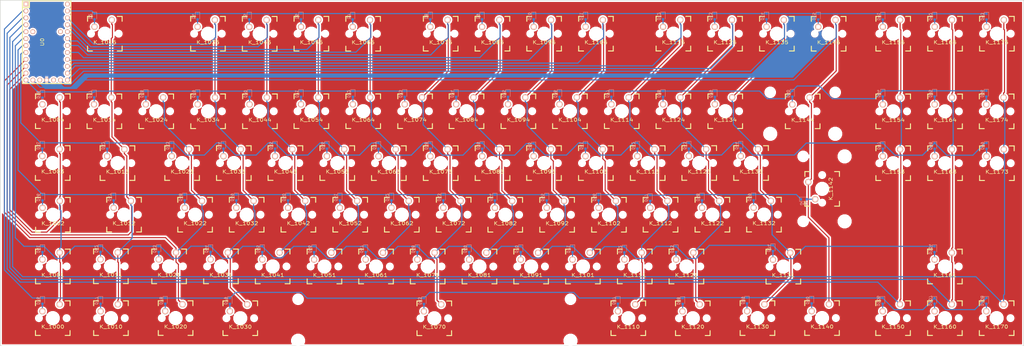
<source format=kicad_pcb>
(kicad_pcb (version 20171130) (host pcbnew "(5.0.0-rc2-dev-172-g17c0917da)")

  (general
    (thickness 1.6)
    (drawings 2002)
    (tracks 947)
    (zones 0)
    (modules 187)
    (nets 125)
  )

  (page A3)
  (layers
    (0 F.Cu signal)
    (31 B.Cu signal)
    (32 B.Adhes user)
    (33 F.Adhes user)
    (34 B.Paste user)
    (35 F.Paste user)
    (36 B.SilkS user)
    (37 F.SilkS user)
    (38 B.Mask user)
    (39 F.Mask user)
    (40 Dwgs.User user)
    (41 Cmts.User user)
    (42 Eco1.User user)
    (43 Eco2.User user)
    (44 Edge.Cuts user)
    (45 Margin user)
    (46 B.CrtYd user)
    (47 F.CrtYd user)
    (48 B.Fab user)
    (49 F.Fab user)
  )

  (setup
    (last_trace_width 0.4)
    (trace_clearance 0.6)
    (zone_clearance 0.508)
    (zone_45_only no)
    (trace_min 0.4)
    (segment_width 0.2)
    (edge_width 0.15)
    (via_size 0.8)
    (via_drill 0.4)
    (via_min_size 0.4)
    (via_min_drill 0.3)
    (uvia_size 0.3)
    (uvia_drill 0.1)
    (uvias_allowed no)
    (uvia_min_size 0.2)
    (uvia_min_drill 0.1)
    (pcb_text_width 0.3)
    (pcb_text_size 1.5 1.5)
    (mod_edge_width 0.15)
    (mod_text_size 1 1)
    (mod_text_width 0.15)
    (pad_size 1.524 1.524)
    (pad_drill 0.762)
    (pad_to_mask_clearance 0.2)
    (aux_axis_origin 0 0)
    (visible_elements FFFFFF7F)
    (pcbplotparams
      (layerselection 0x010fc_ffffffff)
      (usegerberextensions false)
      (usegerberattributes false)
      (usegerberadvancedattributes false)
      (creategerberjobfile false)
      (excludeedgelayer true)
      (linewidth 0.100000)
      (plotframeref false)
      (viasonmask false)
      (mode 1)
      (useauxorigin false)
      (hpglpennumber 1)
      (hpglpenspeed 20)
      (hpglpendiameter 15)
      (psnegative false)
      (psa4output false)
      (plotreference true)
      (plotvalue true)
      (plotinvisibletext false)
      (padsonsilk false)
      (subtractmaskfromsilk false)
      (outputformat 1)
      (mirror false)
      (drillshape 1)
      (scaleselection 1)
      (outputdirectory gerbers/))
  )

  (net 0 "")
  (net 1 /row0)
  (net 2 /row1)
  (net 3 /row2)
  (net 4 /row3)
  (net 5 /col1)
  (net 6 /col4)
  (net 7 /col5)
  (net 8 /col6)
  (net 9 /col7)
  (net 10 /col2)
  (net 11 /col3)
  (net 12 /col9)
  (net 13 "Net-(U0-Pad16)")
  (net 14 /col8)
  (net 15 /col10)
  (net 16 /col11)
  (net 17 /row4)
  (net 18 /row5)
  (net 19 /col0)
  (net 20 /col17)
  (net 21 /col16)
  (net 22 /col15)
  (net 23 /col14)
  (net 24 /col13)
  (net 25 "Net-(U0-Pad29)")
  (net 26 "Net-(U0-Pad30)")
  (net 27 /col12)
  (net 28 "Net-(D104-Pad2)")
  (net 29 "Net-(D31-Pad2)")
  (net 30 "Net-(D61-Pad2)")
  (net 31 "Net-(D92-Pad2)")
  (net 32 "Net-(D108-Pad2)")
  (net 33 "Net-(D96-Pad2)")
  (net 34 "Net-(D91-Pad2)")
  (net 35 "Net-(D99-Pad2)")
  (net 36 "Net-(D106-Pad2)")
  (net 37 "Net-(D94-Pad2)")
  (net 38 "Net-(D95-Pad2)")
  (net 39 "Net-(D90-Pad2)")
  (net 40 "Net-(D74-Pad2)")
  (net 41 "Net-(D88-Pad2)")
  (net 42 "Net-(D87-Pad2)")
  (net 43 "Net-(D83-Pad2)")
  (net 44 "Net-(D79-Pad2)")
  (net 45 "Net-(D78-Pad2)")
  (net 46 "Net-(D77-Pad2)")
  (net 47 "Net-(D18-Pad2)")
  (net 48 "Net-(D59-Pad2)")
  (net 49 "Net-(D73-Pad2)")
  (net 50 "Net-(D72-Pad2)")
  (net 51 "Net-(D71-Pad2)")
  (net 52 "Net-(D70-Pad2)")
  (net 53 "Net-(D69-Pad2)")
  (net 54 "Net-(D68-Pad2)")
  (net 55 "Net-(D67-Pad2)")
  (net 56 "Net-(D66-Pad2)")
  (net 57 "Net-(D65-Pad2)")
  (net 58 "Net-(D64-Pad2)")
  (net 59 "Net-(D63-Pad2)")
  (net 60 "Net-(D62-Pad2)")
  (net 61 "Net-(D45-Pad2)")
  (net 62 "Net-(D58-Pad2)")
  (net 63 "Net-(D57-Pad2)")
  (net 64 "Net-(D56-Pad2)")
  (net 65 "Net-(D55-Pad2)")
  (net 66 "Net-(D54-Pad2)")
  (net 67 "Net-(D53-Pad2)")
  (net 68 "Net-(D52-Pad2)")
  (net 69 "Net-(D51-Pad2)")
  (net 70 "Net-(D50-Pad2)")
  (net 71 "Net-(D49-Pad2)")
  (net 72 "Net-(D48-Pad2)")
  (net 73 "Net-(D47-Pad2)")
  (net 74 "Net-(D30-Pad2)")
  (net 75 "Net-(D43-Pad2)")
  (net 76 "Net-(D42-Pad2)")
  (net 77 "Net-(D41-Pad2)")
  (net 78 "Net-(D40-Pad2)")
  (net 79 "Net-(D39-Pad2)")
  (net 80 "Net-(D38-Pad2)")
  (net 81 "Net-(D37-Pad2)")
  (net 82 "Net-(D36-Pad2)")
  (net 83 "Net-(D35-Pad2)")
  (net 84 "Net-(D34-Pad2)")
  (net 85 "Net-(D33-Pad2)")
  (net 86 "Net-(D32-Pad2)")
  (net 87 "Net-(D15-Pad2)")
  (net 88 "Net-(D29-Pad2)")
  (net 89 "Net-(D28-Pad2)")
  (net 90 "Net-(D27-Pad2)")
  (net 91 "Net-(D26-Pad2)")
  (net 92 "Net-(D25-Pad2)")
  (net 93 "Net-(D24-Pad2)")
  (net 94 "Net-(D23-Pad2)")
  (net 95 "Net-(D22-Pad2)")
  (net 96 "Net-(D21-Pad2)")
  (net 97 "Net-(D20-Pad2)")
  (net 98 "Net-(D19-Pad2)")
  (net 99 "Net-(D44-Pad2)")
  (net 100 "Net-(D89-Pad2)")
  (net 101 "Net-(D14-Pad2)")
  (net 102 "Net-(D13-Pad2)")
  (net 103 "Net-(D12-Pad2)")
  (net 104 "Net-(D11-Pad2)")
  (net 105 "Net-(D10-Pad2)")
  (net 106 "Net-(D9-Pad2)")
  (net 107 "Net-(D8-Pad2)")
  (net 108 "Net-(D7-Pad2)")
  (net 109 "Net-(D6-Pad2)")
  (net 110 "Net-(D5-Pad2)")
  (net 111 "Net-(D4-Pad2)")
  (net 112 "Net-(D17-Pad2)")
  (net 113 "Net-(D2-Pad2)")
  (net 114 "Net-(D93-Pad2)")
  (net 115 "Net-(D46-Pad2)")
  (net 116 "Net-(D97-Pad2)")
  (net 117 "Net-(D107-Pad2)")
  (net 118 "Net-(D98-Pad2)")
  (net 119 "Net-(D76-Pad2)")
  (net 120 GND)
  (net 121 VCC)
  (net 122 "Net-(U0-Pad31)")
  (net 123 "Net-(D16-Pad2)")
  (net 124 "Net-(U0-Pad1)")

  (net_class Default "This is the default net class."
    (clearance 0.6)
    (trace_width 0.4)
    (via_dia 0.8)
    (via_drill 0.4)
    (uvia_dia 0.3)
    (uvia_drill 0.1)
    (diff_pair_gap 0.25)
    (diff_pair_width 0.4)
    (add_net /col0)
    (add_net /col1)
    (add_net /col10)
    (add_net /col11)
    (add_net /col12)
    (add_net /col13)
    (add_net /col14)
    (add_net /col15)
    (add_net /col16)
    (add_net /col17)
    (add_net /col2)
    (add_net /col3)
    (add_net /col4)
    (add_net /col5)
    (add_net /col6)
    (add_net /col7)
    (add_net /col8)
    (add_net /col9)
    (add_net /row0)
    (add_net /row1)
    (add_net /row2)
    (add_net /row3)
    (add_net /row4)
    (add_net /row5)
    (add_net GND)
    (add_net "Net-(D10-Pad2)")
    (add_net "Net-(D104-Pad2)")
    (add_net "Net-(D106-Pad2)")
    (add_net "Net-(D107-Pad2)")
    (add_net "Net-(D108-Pad2)")
    (add_net "Net-(D11-Pad2)")
    (add_net "Net-(D12-Pad2)")
    (add_net "Net-(D13-Pad2)")
    (add_net "Net-(D14-Pad2)")
    (add_net "Net-(D15-Pad2)")
    (add_net "Net-(D16-Pad2)")
    (add_net "Net-(D17-Pad2)")
    (add_net "Net-(D18-Pad2)")
    (add_net "Net-(D19-Pad2)")
    (add_net "Net-(D2-Pad2)")
    (add_net "Net-(D20-Pad2)")
    (add_net "Net-(D21-Pad2)")
    (add_net "Net-(D22-Pad2)")
    (add_net "Net-(D23-Pad2)")
    (add_net "Net-(D24-Pad2)")
    (add_net "Net-(D25-Pad2)")
    (add_net "Net-(D26-Pad2)")
    (add_net "Net-(D27-Pad2)")
    (add_net "Net-(D28-Pad2)")
    (add_net "Net-(D29-Pad2)")
    (add_net "Net-(D30-Pad2)")
    (add_net "Net-(D31-Pad2)")
    (add_net "Net-(D32-Pad2)")
    (add_net "Net-(D33-Pad2)")
    (add_net "Net-(D34-Pad2)")
    (add_net "Net-(D35-Pad2)")
    (add_net "Net-(D36-Pad2)")
    (add_net "Net-(D37-Pad2)")
    (add_net "Net-(D38-Pad2)")
    (add_net "Net-(D39-Pad2)")
    (add_net "Net-(D4-Pad2)")
    (add_net "Net-(D40-Pad2)")
    (add_net "Net-(D41-Pad2)")
    (add_net "Net-(D42-Pad2)")
    (add_net "Net-(D43-Pad2)")
    (add_net "Net-(D44-Pad2)")
    (add_net "Net-(D45-Pad2)")
    (add_net "Net-(D46-Pad2)")
    (add_net "Net-(D47-Pad2)")
    (add_net "Net-(D48-Pad2)")
    (add_net "Net-(D49-Pad2)")
    (add_net "Net-(D5-Pad2)")
    (add_net "Net-(D50-Pad2)")
    (add_net "Net-(D51-Pad2)")
    (add_net "Net-(D52-Pad2)")
    (add_net "Net-(D53-Pad2)")
    (add_net "Net-(D54-Pad2)")
    (add_net "Net-(D55-Pad2)")
    (add_net "Net-(D56-Pad2)")
    (add_net "Net-(D57-Pad2)")
    (add_net "Net-(D58-Pad2)")
    (add_net "Net-(D59-Pad2)")
    (add_net "Net-(D6-Pad2)")
    (add_net "Net-(D61-Pad2)")
    (add_net "Net-(D62-Pad2)")
    (add_net "Net-(D63-Pad2)")
    (add_net "Net-(D64-Pad2)")
    (add_net "Net-(D65-Pad2)")
    (add_net "Net-(D66-Pad2)")
    (add_net "Net-(D67-Pad2)")
    (add_net "Net-(D68-Pad2)")
    (add_net "Net-(D69-Pad2)")
    (add_net "Net-(D7-Pad2)")
    (add_net "Net-(D70-Pad2)")
    (add_net "Net-(D71-Pad2)")
    (add_net "Net-(D72-Pad2)")
    (add_net "Net-(D73-Pad2)")
    (add_net "Net-(D74-Pad2)")
    (add_net "Net-(D76-Pad2)")
    (add_net "Net-(D77-Pad2)")
    (add_net "Net-(D78-Pad2)")
    (add_net "Net-(D79-Pad2)")
    (add_net "Net-(D8-Pad2)")
    (add_net "Net-(D83-Pad2)")
    (add_net "Net-(D87-Pad2)")
    (add_net "Net-(D88-Pad2)")
    (add_net "Net-(D89-Pad2)")
    (add_net "Net-(D9-Pad2)")
    (add_net "Net-(D90-Pad2)")
    (add_net "Net-(D91-Pad2)")
    (add_net "Net-(D92-Pad2)")
    (add_net "Net-(D93-Pad2)")
    (add_net "Net-(D94-Pad2)")
    (add_net "Net-(D95-Pad2)")
    (add_net "Net-(D96-Pad2)")
    (add_net "Net-(D97-Pad2)")
    (add_net "Net-(D98-Pad2)")
    (add_net "Net-(D99-Pad2)")
    (add_net "Net-(U0-Pad1)")
    (add_net "Net-(U0-Pad16)")
    (add_net "Net-(U0-Pad29)")
    (add_net "Net-(U0-Pad30)")
    (add_net "Net-(U0-Pad31)")
    (add_net VCC)
  )

  (module Diodes_SMD:D_0805 (layer B.Cu) (tedit 590CE9A4) (tstamp 5AAAE534)
    (at 37.45 69.43 270.0285)
    (descr "Diode SMD in 0805 package http://datasheets.avx.com/schottky.pdf")
    (tags "smd diode")
    (path /5AA595BC)
    (attr smd)
    (fp_text reference D31 (at 0 1.6 270.0285) (layer B.SilkS)
      (effects (font (size 1 1) (thickness 0.15)) (justify mirror))
    )
    (fp_text value D (at 0 -1.7 270.0285) (layer B.Fab)
      (effects (font (size 1 1) (thickness 0.15)) (justify mirror))
    )
    (fp_text user %R (at 0 1.6 270.0285) (layer B.Fab)
      (effects (font (size 1 1) (thickness 0.15)) (justify mirror))
    )
    (fp_line (start -1.6 0.8) (end -1.6 -0.8) (layer B.SilkS) (width 0.12))
    (fp_line (start -1.7 -0.88) (end -1.7 0.88) (layer B.CrtYd) (width 0.05))
    (fp_line (start 1.7 -0.88) (end -1.7 -0.88) (layer B.CrtYd) (width 0.05))
    (fp_line (start 1.7 0.88) (end 1.7 -0.88) (layer B.CrtYd) (width 0.05))
    (fp_line (start -1.7 0.88) (end 1.7 0.88) (layer B.CrtYd) (width 0.05))
    (fp_line (start 0.2 0) (end 0.4 0) (layer B.Fab) (width 0.1))
    (fp_line (start -0.1 0) (end -0.3 0) (layer B.Fab) (width 0.1))
    (fp_line (start -0.1 0.2) (end -0.1 -0.2) (layer B.Fab) (width 0.1))
    (fp_line (start 0.2 -0.2) (end 0.2 0.2) (layer B.Fab) (width 0.1))
    (fp_line (start -0.1 0) (end 0.2 -0.2) (layer B.Fab) (width 0.1))
    (fp_line (start 0.2 0.2) (end -0.1 0) (layer B.Fab) (width 0.1))
    (fp_line (start -1 -0.65) (end -1 0.65) (layer B.Fab) (width 0.1))
    (fp_line (start 1 -0.65) (end -1 -0.65) (layer B.Fab) (width 0.1))
    (fp_line (start 1 0.65) (end 1 -0.65) (layer B.Fab) (width 0.1))
    (fp_line (start -1 0.65) (end 1 0.65) (layer B.Fab) (width 0.1))
    (fp_line (start -1.6 -0.8) (end 1 -0.8) (layer B.SilkS) (width 0.12))
    (fp_line (start -1.6 0.8) (end 1 0.8) (layer B.SilkS) (width 0.12))
    (pad 1 smd rect (at -1.05 0 270.0285) (size 0.8 0.9) (layers B.Cu B.Paste B.Mask)
      (net 4 /row3))
    (pad 2 smd rect (at 1.05 0 270.0285) (size 0.8 0.9) (layers B.Cu B.Paste B.Mask)
      (net 29 "Net-(D31-Pad2)"))
    (model ${KISYS3DMOD}/Diodes_SMD.3dshapes/D_0805.wrl
      (at (xyz 0 0 0))
      (scale (xyz 1 1 1))
      (rotate (xyz 0 0 0))
    )
  )

  (module Keyboard:CHERRY_PCB_100H (layer F.Cu) (tedit 549A0505) (tstamp 5AADC981)
    (at 41.299201 56.749201)
    (path /5AAC834A)
    (fp_text reference K_1004 (at 0 3.175) (layer F.SilkS)
      (effects (font (size 1.27 1.524) (thickness 0.2032)))
    )
    (fp_text value KEYSW (at 0 5.08) (layer F.SilkS) hide
      (effects (font (size 1.27 1.524) (thickness 0.2032)))
    )
    (fp_line (start -6.985 6.985) (end -6.985 -6.985) (layer Eco2.User) (width 0.1524))
    (fp_line (start 6.985 6.985) (end -6.985 6.985) (layer Eco2.User) (width 0.1524))
    (fp_line (start 6.985 -6.985) (end 6.985 6.985) (layer Eco2.User) (width 0.1524))
    (fp_line (start -6.985 -6.985) (end 6.985 -6.985) (layer Eco2.User) (width 0.1524))
    (fp_line (start -6.35 -4.572) (end -6.35 -6.35) (layer F.SilkS) (width 0.381))
    (fp_line (start -6.35 6.35) (end -6.35 4.572) (layer F.SilkS) (width 0.381))
    (fp_line (start -4.572 6.35) (end -6.35 6.35) (layer F.SilkS) (width 0.381))
    (fp_line (start 6.35 6.35) (end 4.572 6.35) (layer F.SilkS) (width 0.381))
    (fp_line (start 6.35 4.572) (end 6.35 6.35) (layer F.SilkS) (width 0.381))
    (fp_line (start 6.35 -6.35) (end 6.35 -4.572) (layer F.SilkS) (width 0.381))
    (fp_line (start 4.572 -6.35) (end 6.35 -6.35) (layer F.SilkS) (width 0.381))
    (fp_line (start -6.35 -6.35) (end -4.572 -6.35) (layer F.SilkS) (width 0.381))
    (fp_line (start -9.398 9.398) (end -9.398 -9.398) (layer Dwgs.User) (width 0.1524))
    (fp_line (start 9.398 9.398) (end -9.398 9.398) (layer Dwgs.User) (width 0.1524))
    (fp_line (start 9.398 -9.398) (end 9.398 9.398) (layer Dwgs.User) (width 0.1524))
    (fp_line (start -9.398 -9.398) (end 9.398 -9.398) (layer Dwgs.User) (width 0.1524))
    (fp_line (start -6.35 6.35) (end -6.35 -6.35) (layer Cmts.User) (width 0.1524))
    (fp_line (start 6.35 6.35) (end -6.35 6.35) (layer Cmts.User) (width 0.1524))
    (fp_line (start 6.35 -6.35) (end 6.35 6.35) (layer Cmts.User) (width 0.1524))
    (fp_line (start -6.35 -6.35) (end 6.35 -6.35) (layer Cmts.User) (width 0.1524))
    (fp_text user 1.00u (at -5.715 8.255) (layer Dwgs.User)
      (effects (font (size 1.524 1.524) (thickness 0.3048)))
    )
    (pad HOLE np_thru_hole circle (at 5.08 0) (size 1.7018 1.7018) (drill 1.7018) (layers *.Cu))
    (pad HOLE np_thru_hole circle (at -5.08 0) (size 1.7018 1.7018) (drill 1.7018) (layers *.Cu))
    (pad HOLE np_thru_hole circle (at 0 0) (size 3.9878 3.9878) (drill 3.9878) (layers *.Cu))
    (pad 2 thru_hole circle (at -3.81 -2.54) (size 2.286 2.286) (drill 1.4986) (layers *.Cu *.SilkS *.Mask)
      (net 123 "Net-(D16-Pad2)"))
    (pad 1 thru_hole circle (at 2.54 -5.08) (size 2.286 2.286) (drill 1.4986) (layers *.Cu *.SilkS *.Mask)
      (net 19 /col0))
  )

  (module Keyboard:CHERRY_PCB_100H (layer F.Cu) (tedit 549A0505) (tstamp 5AA7CF23)
    (at 236.05 113.805)
    (path /5AA9D0C8)
    (fp_text reference K_1101 (at 0 3.175) (layer F.SilkS)
      (effects (font (size 1.27 1.524) (thickness 0.2032)))
    )
    (fp_text value KEYSW (at 0 5.08) (layer F.SilkS) hide
      (effects (font (size 1.27 1.524) (thickness 0.2032)))
    )
    (fp_text user 1.00u (at -5.715 8.255) (layer Dwgs.User)
      (effects (font (size 1.524 1.524) (thickness 0.3048)))
    )
    (fp_line (start -6.35 -6.35) (end 6.35 -6.35) (layer Cmts.User) (width 0.1524))
    (fp_line (start 6.35 -6.35) (end 6.35 6.35) (layer Cmts.User) (width 0.1524))
    (fp_line (start 6.35 6.35) (end -6.35 6.35) (layer Cmts.User) (width 0.1524))
    (fp_line (start -6.35 6.35) (end -6.35 -6.35) (layer Cmts.User) (width 0.1524))
    (fp_line (start -9.398 -9.398) (end 9.398 -9.398) (layer Dwgs.User) (width 0.1524))
    (fp_line (start 9.398 -9.398) (end 9.398 9.398) (layer Dwgs.User) (width 0.1524))
    (fp_line (start 9.398 9.398) (end -9.398 9.398) (layer Dwgs.User) (width 0.1524))
    (fp_line (start -9.398 9.398) (end -9.398 -9.398) (layer Dwgs.User) (width 0.1524))
    (fp_line (start -6.35 -6.35) (end -4.572 -6.35) (layer F.SilkS) (width 0.381))
    (fp_line (start 4.572 -6.35) (end 6.35 -6.35) (layer F.SilkS) (width 0.381))
    (fp_line (start 6.35 -6.35) (end 6.35 -4.572) (layer F.SilkS) (width 0.381))
    (fp_line (start 6.35 4.572) (end 6.35 6.35) (layer F.SilkS) (width 0.381))
    (fp_line (start 6.35 6.35) (end 4.572 6.35) (layer F.SilkS) (width 0.381))
    (fp_line (start -4.572 6.35) (end -6.35 6.35) (layer F.SilkS) (width 0.381))
    (fp_line (start -6.35 6.35) (end -6.35 4.572) (layer F.SilkS) (width 0.381))
    (fp_line (start -6.35 -4.572) (end -6.35 -6.35) (layer F.SilkS) (width 0.381))
    (fp_line (start -6.985 -6.985) (end 6.985 -6.985) (layer Eco2.User) (width 0.1524))
    (fp_line (start 6.985 -6.985) (end 6.985 6.985) (layer Eco2.User) (width 0.1524))
    (fp_line (start 6.985 6.985) (end -6.985 6.985) (layer Eco2.User) (width 0.1524))
    (fp_line (start -6.985 6.985) (end -6.985 -6.985) (layer Eco2.User) (width 0.1524))
    (pad 1 thru_hole circle (at 2.54 -5.08) (size 2.286 2.286) (drill 1.4986) (layers *.Cu *.SilkS *.Mask)
      (net 15 /col10))
    (pad 2 thru_hole circle (at -3.81 -2.54) (size 2.286 2.286) (drill 1.4986) (layers *.Cu *.SilkS *.Mask)
      (net 51 "Net-(D71-Pad2)"))
    (pad HOLE np_thru_hole circle (at 0 0) (size 3.9878 3.9878) (drill 3.9878) (layers *.Cu))
    (pad HOLE np_thru_hole circle (at -5.08 0) (size 1.7018 1.7018) (drill 1.7018) (layers *.Cu))
    (pad HOLE np_thru_hole circle (at 5.08 0) (size 1.7018 1.7018) (drill 1.7018) (layers *.Cu))
  )

  (module Diodes_SMD:D_0805 (layer B.Cu) (tedit 590CE9A4) (tstamp 5AADD805)
    (at 37.5 50.7 270.0285)
    (descr "Diode SMD in 0805 package http://datasheets.avx.com/schottky.pdf")
    (tags "smd diode")
    (path /5AAC8351)
    (attr smd)
    (fp_text reference D16 (at 0 1.6 270.0285) (layer B.SilkS)
      (effects (font (size 1 1) (thickness 0.15)) (justify mirror))
    )
    (fp_text value D (at 0 -1.7 270.0285) (layer B.Fab)
      (effects (font (size 1 1) (thickness 0.15)) (justify mirror))
    )
    (fp_line (start -1.6 0.8) (end 1 0.8) (layer B.SilkS) (width 0.12))
    (fp_line (start -1.6 -0.8) (end 1 -0.8) (layer B.SilkS) (width 0.12))
    (fp_line (start -1 0.65) (end 1 0.65) (layer B.Fab) (width 0.1))
    (fp_line (start 1 0.65) (end 1 -0.65) (layer B.Fab) (width 0.1))
    (fp_line (start 1 -0.65) (end -1 -0.65) (layer B.Fab) (width 0.1))
    (fp_line (start -1 -0.65) (end -1 0.65) (layer B.Fab) (width 0.1))
    (fp_line (start 0.2 0.2) (end -0.1 0) (layer B.Fab) (width 0.1))
    (fp_line (start -0.1 0) (end 0.2 -0.2) (layer B.Fab) (width 0.1))
    (fp_line (start 0.2 -0.2) (end 0.2 0.2) (layer B.Fab) (width 0.1))
    (fp_line (start -0.1 0.2) (end -0.1 -0.2) (layer B.Fab) (width 0.1))
    (fp_line (start -0.1 0) (end -0.3 0) (layer B.Fab) (width 0.1))
    (fp_line (start 0.2 0) (end 0.4 0) (layer B.Fab) (width 0.1))
    (fp_line (start -1.7 0.88) (end 1.7 0.88) (layer B.CrtYd) (width 0.05))
    (fp_line (start 1.7 0.88) (end 1.7 -0.88) (layer B.CrtYd) (width 0.05))
    (fp_line (start 1.7 -0.88) (end -1.7 -0.88) (layer B.CrtYd) (width 0.05))
    (fp_line (start -1.7 -0.88) (end -1.7 0.88) (layer B.CrtYd) (width 0.05))
    (fp_line (start -1.6 0.8) (end -1.6 -0.8) (layer B.SilkS) (width 0.12))
    (fp_text user %R (at 0 1.6 270.0285) (layer B.Fab)
      (effects (font (size 1 1) (thickness 0.15)) (justify mirror))
    )
    (pad 2 smd rect (at 1.05 0 270.0285) (size 0.8 0.9) (layers B.Cu B.Paste B.Mask)
      (net 123 "Net-(D16-Pad2)"))
    (pad 1 smd rect (at -1.05 0 270.0285) (size 0.8 0.9) (layers B.Cu B.Paste B.Mask)
      (net 17 /row4))
    (model ${KISYS3DMOD}/Diodes_SMD.3dshapes/D_0805.wrl
      (at (xyz 0 0 0))
      (scale (xyz 1 1 1))
      (rotate (xyz 0 0 0))
    )
  )

  (module Keyboard:CHERRY_PCB_100H (layer F.Cu) (tedit 549A0505) (tstamp 5AA795EA)
    (at 60.42 28.28)
    (path /5AA5DAC7)
    (fp_text reference K_1015 (at 0 3.175) (layer F.SilkS)
      (effects (font (size 1.27 1.524) (thickness 0.2032)))
    )
    (fp_text value KEYSW (at 0 5.08) (layer F.SilkS) hide
      (effects (font (size 1.27 1.524) (thickness 0.2032)))
    )
    (fp_text user 1.00u (at -5.715 8.255) (layer Dwgs.User)
      (effects (font (size 1.524 1.524) (thickness 0.3048)))
    )
    (fp_line (start -6.35 -6.35) (end 6.35 -6.35) (layer Cmts.User) (width 0.1524))
    (fp_line (start 6.35 -6.35) (end 6.35 6.35) (layer Cmts.User) (width 0.1524))
    (fp_line (start 6.35 6.35) (end -6.35 6.35) (layer Cmts.User) (width 0.1524))
    (fp_line (start -6.35 6.35) (end -6.35 -6.35) (layer Cmts.User) (width 0.1524))
    (fp_line (start -9.398 -9.398) (end 9.398 -9.398) (layer Dwgs.User) (width 0.1524))
    (fp_line (start 9.398 -9.398) (end 9.398 9.398) (layer Dwgs.User) (width 0.1524))
    (fp_line (start 9.398 9.398) (end -9.398 9.398) (layer Dwgs.User) (width 0.1524))
    (fp_line (start -9.398 9.398) (end -9.398 -9.398) (layer Dwgs.User) (width 0.1524))
    (fp_line (start -6.35 -6.35) (end -4.572 -6.35) (layer F.SilkS) (width 0.381))
    (fp_line (start 4.572 -6.35) (end 6.35 -6.35) (layer F.SilkS) (width 0.381))
    (fp_line (start 6.35 -6.35) (end 6.35 -4.572) (layer F.SilkS) (width 0.381))
    (fp_line (start 6.35 4.572) (end 6.35 6.35) (layer F.SilkS) (width 0.381))
    (fp_line (start 6.35 6.35) (end 4.572 6.35) (layer F.SilkS) (width 0.381))
    (fp_line (start -4.572 6.35) (end -6.35 6.35) (layer F.SilkS) (width 0.381))
    (fp_line (start -6.35 6.35) (end -6.35 4.572) (layer F.SilkS) (width 0.381))
    (fp_line (start -6.35 -4.572) (end -6.35 -6.35) (layer F.SilkS) (width 0.381))
    (fp_line (start -6.985 -6.985) (end 6.985 -6.985) (layer Eco2.User) (width 0.1524))
    (fp_line (start 6.985 -6.985) (end 6.985 6.985) (layer Eco2.User) (width 0.1524))
    (fp_line (start 6.985 6.985) (end -6.985 6.985) (layer Eco2.User) (width 0.1524))
    (fp_line (start -6.985 6.985) (end -6.985 -6.985) (layer Eco2.User) (width 0.1524))
    (pad 1 thru_hole circle (at 2.54 -5.08) (size 2.286 2.286) (drill 1.4986) (layers *.Cu *.SilkS *.Mask)
      (net 5 /col1))
    (pad 2 thru_hole circle (at -3.81 -2.54) (size 2.286 2.286) (drill 1.4986) (layers *.Cu *.SilkS *.Mask)
      (net 113 "Net-(D2-Pad2)"))
    (pad HOLE np_thru_hole circle (at 0 0) (size 3.9878 3.9878) (drill 3.9878) (layers *.Cu))
    (pad HOLE np_thru_hole circle (at -5.08 0) (size 1.7018 1.7018) (drill 1.7018) (layers *.Cu))
    (pad HOLE np_thru_hole circle (at 5.08 0) (size 1.7018 1.7018) (drill 1.7018) (layers *.Cu))
  )

  (module Keyboard:CHERRY_PCB_100H (layer F.Cu) (tedit 549A0505) (tstamp 5AA792A2)
    (at 164.755 75.83)
    (path /5AA9CEDC)
    (fp_text reference K_1063 (at 0 3.175) (layer F.SilkS)
      (effects (font (size 1.27 1.524) (thickness 0.2032)))
    )
    (fp_text value KEYSW (at 0 5.08) (layer F.SilkS) hide
      (effects (font (size 1.27 1.524) (thickness 0.2032)))
    )
    (fp_text user 1.00u (at -5.715 8.255) (layer Dwgs.User)
      (effects (font (size 1.524 1.524) (thickness 0.3048)))
    )
    (fp_line (start -6.35 -6.35) (end 6.35 -6.35) (layer Cmts.User) (width 0.1524))
    (fp_line (start 6.35 -6.35) (end 6.35 6.35) (layer Cmts.User) (width 0.1524))
    (fp_line (start 6.35 6.35) (end -6.35 6.35) (layer Cmts.User) (width 0.1524))
    (fp_line (start -6.35 6.35) (end -6.35 -6.35) (layer Cmts.User) (width 0.1524))
    (fp_line (start -9.398 -9.398) (end 9.398 -9.398) (layer Dwgs.User) (width 0.1524))
    (fp_line (start 9.398 -9.398) (end 9.398 9.398) (layer Dwgs.User) (width 0.1524))
    (fp_line (start 9.398 9.398) (end -9.398 9.398) (layer Dwgs.User) (width 0.1524))
    (fp_line (start -9.398 9.398) (end -9.398 -9.398) (layer Dwgs.User) (width 0.1524))
    (fp_line (start -6.35 -6.35) (end -4.572 -6.35) (layer F.SilkS) (width 0.381))
    (fp_line (start 4.572 -6.35) (end 6.35 -6.35) (layer F.SilkS) (width 0.381))
    (fp_line (start 6.35 -6.35) (end 6.35 -4.572) (layer F.SilkS) (width 0.381))
    (fp_line (start 6.35 4.572) (end 6.35 6.35) (layer F.SilkS) (width 0.381))
    (fp_line (start 6.35 6.35) (end 4.572 6.35) (layer F.SilkS) (width 0.381))
    (fp_line (start -4.572 6.35) (end -6.35 6.35) (layer F.SilkS) (width 0.381))
    (fp_line (start -6.35 6.35) (end -6.35 4.572) (layer F.SilkS) (width 0.381))
    (fp_line (start -6.35 -4.572) (end -6.35 -6.35) (layer F.SilkS) (width 0.381))
    (fp_line (start -6.985 -6.985) (end 6.985 -6.985) (layer Eco2.User) (width 0.1524))
    (fp_line (start 6.985 -6.985) (end 6.985 6.985) (layer Eco2.User) (width 0.1524))
    (fp_line (start 6.985 6.985) (end -6.985 6.985) (layer Eco2.User) (width 0.1524))
    (fp_line (start -6.985 6.985) (end -6.985 -6.985) (layer Eco2.User) (width 0.1524))
    (pad 1 thru_hole circle (at 2.54 -5.08) (size 2.286 2.286) (drill 1.4986) (layers *.Cu *.SilkS *.Mask)
      (net 8 /col6))
    (pad 2 thru_hole circle (at -3.81 -2.54) (size 2.286 2.286) (drill 1.4986) (layers *.Cu *.SilkS *.Mask)
      (net 81 "Net-(D37-Pad2)"))
    (pad HOLE np_thru_hole circle (at 0 0) (size 3.9878 3.9878) (drill 3.9878) (layers *.Cu))
    (pad HOLE np_thru_hole circle (at -5.08 0) (size 1.7018 1.7018) (drill 1.7018) (layers *.Cu))
    (pad HOLE np_thru_hole circle (at 5.08 0) (size 1.7018 1.7018) (drill 1.7018) (layers *.Cu))
  )

  (module Keyboard:CHERRY_PCB_100H (layer F.Cu) (tedit 549A0505) (tstamp 5AA791B2)
    (at 183.795 28.28)
    (path /5AA9CF2A)
    (fp_text reference K_1075 (at 0 3.175) (layer F.SilkS)
      (effects (font (size 1.27 1.524) (thickness 0.2032)))
    )
    (fp_text value KEYSW (at 0 5.08) (layer F.SilkS) hide
      (effects (font (size 1.27 1.524) (thickness 0.2032)))
    )
    (fp_text user 1.00u (at -5.715 8.255) (layer Dwgs.User)
      (effects (font (size 1.524 1.524) (thickness 0.3048)))
    )
    (fp_line (start -6.35 -6.35) (end 6.35 -6.35) (layer Cmts.User) (width 0.1524))
    (fp_line (start 6.35 -6.35) (end 6.35 6.35) (layer Cmts.User) (width 0.1524))
    (fp_line (start 6.35 6.35) (end -6.35 6.35) (layer Cmts.User) (width 0.1524))
    (fp_line (start -6.35 6.35) (end -6.35 -6.35) (layer Cmts.User) (width 0.1524))
    (fp_line (start -9.398 -9.398) (end 9.398 -9.398) (layer Dwgs.User) (width 0.1524))
    (fp_line (start 9.398 -9.398) (end 9.398 9.398) (layer Dwgs.User) (width 0.1524))
    (fp_line (start 9.398 9.398) (end -9.398 9.398) (layer Dwgs.User) (width 0.1524))
    (fp_line (start -9.398 9.398) (end -9.398 -9.398) (layer Dwgs.User) (width 0.1524))
    (fp_line (start -6.35 -6.35) (end -4.572 -6.35) (layer F.SilkS) (width 0.381))
    (fp_line (start 4.572 -6.35) (end 6.35 -6.35) (layer F.SilkS) (width 0.381))
    (fp_line (start 6.35 -6.35) (end 6.35 -4.572) (layer F.SilkS) (width 0.381))
    (fp_line (start 6.35 4.572) (end 6.35 6.35) (layer F.SilkS) (width 0.381))
    (fp_line (start 6.35 6.35) (end 4.572 6.35) (layer F.SilkS) (width 0.381))
    (fp_line (start -4.572 6.35) (end -6.35 6.35) (layer F.SilkS) (width 0.381))
    (fp_line (start -6.35 6.35) (end -6.35 4.572) (layer F.SilkS) (width 0.381))
    (fp_line (start -6.35 -4.572) (end -6.35 -6.35) (layer F.SilkS) (width 0.381))
    (fp_line (start -6.985 -6.985) (end 6.985 -6.985) (layer Eco2.User) (width 0.1524))
    (fp_line (start 6.985 -6.985) (end 6.985 6.985) (layer Eco2.User) (width 0.1524))
    (fp_line (start 6.985 6.985) (end -6.985 6.985) (layer Eco2.User) (width 0.1524))
    (fp_line (start -6.985 6.985) (end -6.985 -6.985) (layer Eco2.User) (width 0.1524))
    (pad 1 thru_hole circle (at 2.54 -5.08) (size 2.286 2.286) (drill 1.4986) (layers *.Cu *.SilkS *.Mask)
      (net 9 /col7))
    (pad 2 thru_hole circle (at -3.81 -2.54) (size 2.286 2.286) (drill 1.4986) (layers *.Cu *.SilkS *.Mask)
      (net 107 "Net-(D8-Pad2)"))
    (pad HOLE np_thru_hole circle (at 0 0) (size 3.9878 3.9878) (drill 3.9878) (layers *.Cu))
    (pad HOLE np_thru_hole circle (at -5.08 0) (size 1.7018 1.7018) (drill 1.7018) (layers *.Cu))
    (pad HOLE np_thru_hole circle (at 5.08 0) (size 1.7018 1.7018) (drill 1.7018) (layers *.Cu))
  )

  (module Keyboard:CHERRY_PCB_200V (layer F.Cu) (tedit 4FDE2A7B) (tstamp 5AAC7651)
    (at 323.95 85.285)
    (path /5ABB81DD)
    (fp_text reference K_1142 (at 3.175 0 90) (layer F.SilkS)
      (effects (font (size 1.27 1.524) (thickness 0.2032)))
    )
    (fp_text value KEYSW (at 0 5.08 90) (layer F.SilkS) hide
      (effects (font (size 1.27 1.524) (thickness 0.2032)))
    )
    (fp_line (start 10.16 -15.367) (end -7.62 -15.367) (layer Cmts.User) (width 0.1524))
    (fp_line (start 10.16 15.367) (end 10.16 -15.367) (layer Cmts.User) (width 0.1524))
    (fp_line (start -7.62 15.367) (end 10.16 15.367) (layer Cmts.User) (width 0.1524))
    (fp_line (start -7.62 8.509) (end -7.62 15.367) (layer Cmts.User) (width 0.1524))
    (fp_line (start 7.62 8.509) (end -7.62 8.509) (layer Cmts.User) (width 0.1524))
    (fp_line (start 7.62 -8.509) (end 7.62 8.509) (layer Cmts.User) (width 0.1524))
    (fp_line (start -7.62 -8.509) (end 7.62 -8.509) (layer Cmts.User) (width 0.1524))
    (fp_line (start -7.62 -15.367) (end -7.62 -8.509) (layer Cmts.User) (width 0.1524))
    (fp_line (start -4.8768 6.985) (end -6.985 6.985) (layer Eco2.User) (width 0.1524))
    (fp_line (start -4.8768 8.6106) (end -4.8768 6.985) (layer Eco2.User) (width 0.1524))
    (fp_line (start -5.6896 8.6106) (end -4.8768 8.6106) (layer Eco2.User) (width 0.1524))
    (fp_line (start -5.6896 15.2654) (end -5.6896 8.6106) (layer Eco2.User) (width 0.1524))
    (fp_line (start -2.286 15.2654) (end -5.6896 15.2654) (layer Eco2.User) (width 0.1524))
    (fp_line (start -2.286 16.129) (end -2.286 15.2654) (layer Eco2.User) (width 0.1524))
    (fp_line (start 0.508 16.129) (end -2.286 16.129) (layer Eco2.User) (width 0.1524))
    (fp_line (start 0.508 15.2654) (end 0.508 16.129) (layer Eco2.User) (width 0.1524))
    (fp_line (start 6.604 15.2654) (end 0.508 15.2654) (layer Eco2.User) (width 0.1524))
    (fp_line (start 6.604 14.224) (end 6.604 15.2654) (layer Eco2.User) (width 0.1524))
    (fp_line (start 7.7724 14.224) (end 6.604 14.224) (layer Eco2.User) (width 0.1524))
    (fp_line (start 7.7724 9.652) (end 7.7724 14.224) (layer Eco2.User) (width 0.1524))
    (fp_line (start 6.604 9.652) (end 7.7724 9.652) (layer Eco2.User) (width 0.1524))
    (fp_line (start 6.604 8.6106) (end 6.604 9.652) (layer Eco2.User) (width 0.1524))
    (fp_line (start 5.8166 8.6106) (end 6.604 8.6106) (layer Eco2.User) (width 0.1524))
    (fp_line (start 5.8166 6.985) (end 5.8166 8.6106) (layer Eco2.User) (width 0.1524))
    (fp_line (start 6.985 6.985) (end 5.8166 6.985) (layer Eco2.User) (width 0.1524))
    (fp_line (start 6.985 -6.985) (end 6.985 6.985) (layer Eco2.User) (width 0.1524))
    (fp_line (start 5.8166 -6.985) (end 6.985 -6.985) (layer Eco2.User) (width 0.1524))
    (fp_line (start 5.8166 -8.6106) (end 5.8166 -6.985) (layer Eco2.User) (width 0.1524))
    (fp_line (start 6.604 -8.6106) (end 5.8166 -8.6106) (layer Eco2.User) (width 0.1524))
    (fp_line (start 6.604 -9.652) (end 6.604 -8.6106) (layer Eco2.User) (width 0.1524))
    (fp_line (start 7.7724 -9.652) (end 6.604 -9.652) (layer Eco2.User) (width 0.1524))
    (fp_line (start 7.7724 -14.224) (end 7.7724 -9.652) (layer Eco2.User) (width 0.1524))
    (fp_line (start 6.604 -14.224) (end 7.7724 -14.224) (layer Eco2.User) (width 0.1524))
    (fp_line (start 6.604 -15.2654) (end 6.604 -14.224) (layer Eco2.User) (width 0.1524))
    (fp_line (start 0.508 -15.2654) (end 6.604 -15.2654) (layer Eco2.User) (width 0.1524))
    (fp_line (start 0.508 -16.129) (end 0.508 -15.2654) (layer Eco2.User) (width 0.1524))
    (fp_line (start -2.286 -16.129) (end 0.508 -16.129) (layer Eco2.User) (width 0.1524))
    (fp_line (start -2.286 -15.2654) (end -2.286 -16.129) (layer Eco2.User) (width 0.1524))
    (fp_line (start -5.6896 -15.2654) (end -2.286 -15.2654) (layer Eco2.User) (width 0.1524))
    (fp_line (start -5.6896 -8.6106) (end -5.6896 -15.2654) (layer Eco2.User) (width 0.1524))
    (fp_line (start -4.8768 -8.6106) (end -5.6896 -8.6106) (layer Eco2.User) (width 0.1524))
    (fp_line (start -4.8768 -6.985) (end -4.8768 -8.6106) (layer Eco2.User) (width 0.1524))
    (fp_line (start -6.985 -6.985) (end -4.8768 -6.985) (layer Eco2.User) (width 0.1524))
    (fp_line (start -6.985 6.985) (end -6.985 -6.985) (layer Eco2.User) (width 0.1524))
    (fp_line (start -6.35 -4.572) (end -6.35 -6.35) (layer F.SilkS) (width 0.381))
    (fp_line (start -6.35 6.35) (end -6.35 4.572) (layer F.SilkS) (width 0.381))
    (fp_line (start -4.572 6.35) (end -6.35 6.35) (layer F.SilkS) (width 0.381))
    (fp_line (start 6.35 6.35) (end 4.572 6.35) (layer F.SilkS) (width 0.381))
    (fp_line (start 6.35 4.572) (end 6.35 6.35) (layer F.SilkS) (width 0.381))
    (fp_line (start 6.35 -6.35) (end 6.35 -4.572) (layer F.SilkS) (width 0.381))
    (fp_line (start 4.572 -6.35) (end 6.35 -6.35) (layer F.SilkS) (width 0.381))
    (fp_line (start -6.35 -6.35) (end -4.572 -6.35) (layer F.SilkS) (width 0.381))
    (fp_line (start 9.398 18.923) (end -9.398 18.923) (layer Dwgs.User) (width 0.1524))
    (fp_line (start 9.398 -18.923) (end 9.398 18.923) (layer Dwgs.User) (width 0.1524))
    (fp_line (start -9.398 -18.923) (end 9.398 -18.923) (layer Dwgs.User) (width 0.1524))
    (fp_line (start -9.398 18.923) (end -9.398 -18.923) (layer Dwgs.User) (width 0.1524))
    (fp_line (start 6.35 6.35) (end -6.35 6.35) (layer Cmts.User) (width 0.1524))
    (fp_line (start 6.35 -6.35) (end 6.35 6.35) (layer Cmts.User) (width 0.1524))
    (fp_line (start -6.35 -6.35) (end 6.35 -6.35) (layer Cmts.User) (width 0.1524))
    (fp_line (start -6.35 6.35) (end -6.35 -6.35) (layer Cmts.User) (width 0.1524))
    (fp_text user 2.00u (at -5.715 17.78) (layer Dwgs.User)
      (effects (font (size 1.524 1.524) (thickness 0.3048)))
    )
    (pad HOLE np_thru_hole circle (at 8.255 -11.938 90) (size 3.9878 3.9878) (drill 3.9878) (layers *.Cu))
    (pad HOLE np_thru_hole circle (at 8.255 11.938 90) (size 3.9878 3.9878) (drill 3.9878) (layers *.Cu))
    (pad HOLE np_thru_hole circle (at -6.985 -11.938 90) (size 3.048 3.048) (drill 3.048) (layers *.Cu))
    (pad HOLE np_thru_hole circle (at -6.985 11.938 90) (size 3.048 3.048) (drill 3.048) (layers *.Cu))
    (pad HOLE np_thru_hole circle (at 0 -5.08 90) (size 1.7018 1.7018) (drill 1.7018) (layers *.Cu))
    (pad HOLE np_thru_hole circle (at 0 5.08 90) (size 1.7018 1.7018) (drill 1.7018) (layers *.Cu))
    (pad HOLE np_thru_hole circle (at 0 0 90) (size 3.9878 3.9878) (drill 3.9878) (layers *.Cu))
    (pad 2 thru_hole circle (at -2.54 3.81 90) (size 2.286 2.286) (drill 1.4986) (layers *.Cu *.SilkS *.Mask)
      (net 61 "Net-(D45-Pad2)"))
    (pad 1 thru_hole circle (at -5.08 -2.54 90) (size 2.286 2.286) (drill 1.4986) (layers *.Cu *.SilkS *.Mask)
      (net 23 /col14))
  )

  (module Keyboard:CHERRY_PCB_125H (layer F.Cu) (tedit 549A051E) (tstamp 5AA97376)
    (at 252.725 132.8)
    (path /5AA9D144)
    (fp_text reference K_1110 (at 0 3.175) (layer F.SilkS)
      (effects (font (size 1.27 1.524) (thickness 0.2032)))
    )
    (fp_text value KEYSW (at 0 5.08) (layer F.SilkS) hide
      (effects (font (size 1.27 1.524) (thickness 0.2032)))
    )
    (fp_text user 1.25u (at -8.09752 8.255) (layer Dwgs.User)
      (effects (font (size 1.524 1.524) (thickness 0.3048)))
    )
    (fp_line (start -6.35 -6.35) (end 6.35 -6.35) (layer Cmts.User) (width 0.1524))
    (fp_line (start 6.35 -6.35) (end 6.35 6.35) (layer Cmts.User) (width 0.1524))
    (fp_line (start 6.35 6.35) (end -6.35 6.35) (layer Cmts.User) (width 0.1524))
    (fp_line (start -6.35 6.35) (end -6.35 -6.35) (layer Cmts.User) (width 0.1524))
    (fp_line (start -11.78052 -9.398) (end 11.78052 -9.398) (layer Dwgs.User) (width 0.1524))
    (fp_line (start 11.78052 -9.398) (end 11.78052 9.398) (layer Dwgs.User) (width 0.1524))
    (fp_line (start 11.78052 9.398) (end -11.78052 9.398) (layer Dwgs.User) (width 0.1524))
    (fp_line (start -11.78052 9.398) (end -11.78052 -9.398) (layer Dwgs.User) (width 0.1524))
    (fp_line (start -6.35 -6.35) (end -4.572 -6.35) (layer F.SilkS) (width 0.381))
    (fp_line (start 4.572 -6.35) (end 6.35 -6.35) (layer F.SilkS) (width 0.381))
    (fp_line (start 6.35 -6.35) (end 6.35 -4.572) (layer F.SilkS) (width 0.381))
    (fp_line (start 6.35 4.572) (end 6.35 6.35) (layer F.SilkS) (width 0.381))
    (fp_line (start 6.35 6.35) (end 4.572 6.35) (layer F.SilkS) (width 0.381))
    (fp_line (start -4.572 6.35) (end -6.35 6.35) (layer F.SilkS) (width 0.381))
    (fp_line (start -6.35 6.35) (end -6.35 4.572) (layer F.SilkS) (width 0.381))
    (fp_line (start -6.35 -4.572) (end -6.35 -6.35) (layer F.SilkS) (width 0.381))
    (fp_line (start -6.985 -6.985) (end 6.985 -6.985) (layer Eco2.User) (width 0.1524))
    (fp_line (start 6.985 -6.985) (end 6.985 6.985) (layer Eco2.User) (width 0.1524))
    (fp_line (start 6.985 6.985) (end -6.985 6.985) (layer Eco2.User) (width 0.1524))
    (fp_line (start -6.985 6.985) (end -6.985 -6.985) (layer Eco2.User) (width 0.1524))
    (pad 1 thru_hole circle (at 2.54 -5.08) (size 2.286 2.286) (drill 1.4986) (layers *.Cu *.SilkS *.Mask)
      (net 16 /col11))
    (pad 2 thru_hole circle (at -3.81 -2.54) (size 2.286 2.286) (drill 1.4986) (layers *.Cu *.SilkS *.Mask)
      (net 42 "Net-(D87-Pad2)"))
    (pad HOLE np_thru_hole circle (at 0 0) (size 3.9878 3.9878) (drill 3.9878) (layers *.Cu))
    (pad HOLE np_thru_hole circle (at -5.08 0) (size 1.7018 1.7018) (drill 1.7018) (layers *.Cu))
    (pad HOLE np_thru_hole circle (at 5.08 0) (size 1.7018 1.7018) (drill 1.7018) (layers *.Cu))
  )

  (module Keyboard:CHERRY_PCB_200H (layer F.Cu) (tedit 4FDE2A7B) (tstamp 5AAB662C)
    (at 316.8 56.8)
    (path /5ABB81CD)
    (fp_text reference K_1144 (at 0 3.175) (layer F.SilkS)
      (effects (font (size 1.27 1.524) (thickness 0.2032)))
    )
    (fp_text value KEYSW (at 0 5.08) (layer F.SilkS) hide
      (effects (font (size 1.27 1.524) (thickness 0.2032)))
    )
    (fp_line (start 15.367 10.16) (end 15.367 -7.62) (layer Cmts.User) (width 0.1524))
    (fp_line (start -15.367 10.16) (end 15.367 10.16) (layer Cmts.User) (width 0.1524))
    (fp_line (start -15.367 -7.62) (end -15.367 10.16) (layer Cmts.User) (width 0.1524))
    (fp_line (start -8.509 -7.62) (end -15.367 -7.62) (layer Cmts.User) (width 0.1524))
    (fp_line (start -8.509 7.62) (end -8.509 -7.62) (layer Cmts.User) (width 0.1524))
    (fp_line (start 8.509 7.62) (end -8.509 7.62) (layer Cmts.User) (width 0.1524))
    (fp_line (start 8.509 -7.62) (end 8.509 7.62) (layer Cmts.User) (width 0.1524))
    (fp_line (start 15.367 -7.62) (end 8.509 -7.62) (layer Cmts.User) (width 0.1524))
    (fp_line (start -6.985 -4.8768) (end -6.985 -6.985) (layer Eco2.User) (width 0.1524))
    (fp_line (start -8.6106 -4.8768) (end -6.985 -4.8768) (layer Eco2.User) (width 0.1524))
    (fp_line (start -8.6106 -5.6896) (end -8.6106 -4.8768) (layer Eco2.User) (width 0.1524))
    (fp_line (start -15.2654 -5.6896) (end -8.6106 -5.6896) (layer Eco2.User) (width 0.1524))
    (fp_line (start -15.2654 -2.286) (end -15.2654 -5.6896) (layer Eco2.User) (width 0.1524))
    (fp_line (start -16.129 -2.286) (end -15.2654 -2.286) (layer Eco2.User) (width 0.1524))
    (fp_line (start -16.129 0.508) (end -16.129 -2.286) (layer Eco2.User) (width 0.1524))
    (fp_line (start -15.2654 0.508) (end -16.129 0.508) (layer Eco2.User) (width 0.1524))
    (fp_line (start -15.2654 6.604) (end -15.2654 0.508) (layer Eco2.User) (width 0.1524))
    (fp_line (start -14.224 6.604) (end -15.2654 6.604) (layer Eco2.User) (width 0.1524))
    (fp_line (start -14.224 7.7724) (end -14.224 6.604) (layer Eco2.User) (width 0.1524))
    (fp_line (start -9.652 7.7724) (end -14.224 7.7724) (layer Eco2.User) (width 0.1524))
    (fp_line (start -9.652 6.604) (end -9.652 7.7724) (layer Eco2.User) (width 0.1524))
    (fp_line (start -8.6106 6.604) (end -9.652 6.604) (layer Eco2.User) (width 0.1524))
    (fp_line (start -8.6106 5.8166) (end -8.6106 6.604) (layer Eco2.User) (width 0.1524))
    (fp_line (start -6.985 5.8166) (end -8.6106 5.8166) (layer Eco2.User) (width 0.1524))
    (fp_line (start -6.985 6.985) (end -6.985 5.8166) (layer Eco2.User) (width 0.1524))
    (fp_line (start 6.985 6.985) (end -6.985 6.985) (layer Eco2.User) (width 0.1524))
    (fp_line (start 6.985 5.8166) (end 6.985 6.985) (layer Eco2.User) (width 0.1524))
    (fp_line (start 8.6106 5.8166) (end 6.985 5.8166) (layer Eco2.User) (width 0.1524))
    (fp_line (start 8.6106 6.604) (end 8.6106 5.8166) (layer Eco2.User) (width 0.1524))
    (fp_line (start 9.652 6.604) (end 8.6106 6.604) (layer Eco2.User) (width 0.1524))
    (fp_line (start 9.652 7.7724) (end 9.652 6.604) (layer Eco2.User) (width 0.1524))
    (fp_line (start 14.224 7.7724) (end 9.652 7.7724) (layer Eco2.User) (width 0.1524))
    (fp_line (start 14.224 6.604) (end 14.224 7.7724) (layer Eco2.User) (width 0.1524))
    (fp_line (start 15.2654 6.604) (end 14.224 6.604) (layer Eco2.User) (width 0.1524))
    (fp_line (start 15.2654 0.508) (end 15.2654 6.604) (layer Eco2.User) (width 0.1524))
    (fp_line (start 16.129 0.508) (end 15.2654 0.508) (layer Eco2.User) (width 0.1524))
    (fp_line (start 16.129 -2.286) (end 16.129 0.508) (layer Eco2.User) (width 0.1524))
    (fp_line (start 15.2654 -2.286) (end 16.129 -2.286) (layer Eco2.User) (width 0.1524))
    (fp_line (start 15.2654 -5.6896) (end 15.2654 -2.286) (layer Eco2.User) (width 0.1524))
    (fp_line (start 8.6106 -5.6896) (end 15.2654 -5.6896) (layer Eco2.User) (width 0.1524))
    (fp_line (start 8.6106 -4.8768) (end 8.6106 -5.6896) (layer Eco2.User) (width 0.1524))
    (fp_line (start 6.985 -4.8768) (end 8.6106 -4.8768) (layer Eco2.User) (width 0.1524))
    (fp_line (start 6.985 -6.985) (end 6.985 -4.8768) (layer Eco2.User) (width 0.1524))
    (fp_line (start -6.985 -6.985) (end 6.985 -6.985) (layer Eco2.User) (width 0.1524))
    (fp_line (start -6.35 -4.572) (end -6.35 -6.35) (layer F.SilkS) (width 0.381))
    (fp_line (start -6.35 6.35) (end -6.35 4.572) (layer F.SilkS) (width 0.381))
    (fp_line (start -4.572 6.35) (end -6.35 6.35) (layer F.SilkS) (width 0.381))
    (fp_line (start 6.35 6.35) (end 4.572 6.35) (layer F.SilkS) (width 0.381))
    (fp_line (start 6.35 4.572) (end 6.35 6.35) (layer F.SilkS) (width 0.381))
    (fp_line (start 6.35 -6.35) (end 6.35 -4.572) (layer F.SilkS) (width 0.381))
    (fp_line (start 4.572 -6.35) (end 6.35 -6.35) (layer F.SilkS) (width 0.381))
    (fp_line (start -6.35 -6.35) (end -4.572 -6.35) (layer F.SilkS) (width 0.381))
    (fp_line (start -18.923 9.398) (end -18.923 -9.398) (layer Dwgs.User) (width 0.1524))
    (fp_line (start 18.923 9.398) (end -18.923 9.398) (layer Dwgs.User) (width 0.1524))
    (fp_line (start 18.923 -9.398) (end 18.923 9.398) (layer Dwgs.User) (width 0.1524))
    (fp_line (start -18.923 -9.398) (end 18.923 -9.398) (layer Dwgs.User) (width 0.1524))
    (fp_line (start -6.35 6.35) (end -6.35 -6.35) (layer Cmts.User) (width 0.1524))
    (fp_line (start 6.35 6.35) (end -6.35 6.35) (layer Cmts.User) (width 0.1524))
    (fp_line (start 6.35 -6.35) (end 6.35 6.35) (layer Cmts.User) (width 0.1524))
    (fp_line (start -6.35 -6.35) (end 6.35 -6.35) (layer Cmts.User) (width 0.1524))
    (fp_text user 2.00u (at -15.24 8.255) (layer Dwgs.User)
      (effects (font (size 1.524 1.524) (thickness 0.3048)))
    )
    (pad HOLE np_thru_hole circle (at 11.938 8.255) (size 3.9878 3.9878) (drill 3.9878) (layers *.Cu))
    (pad HOLE np_thru_hole circle (at -11.938 8.255) (size 3.9878 3.9878) (drill 3.9878) (layers *.Cu))
    (pad HOLE np_thru_hole circle (at 11.938 -6.985) (size 3.048 3.048) (drill 3.048) (layers *.Cu))
    (pad HOLE np_thru_hole circle (at -11.938 -6.985) (size 3.048 3.048) (drill 3.048) (layers *.Cu))
    (pad HOLE np_thru_hole circle (at 5.08 0) (size 1.7018 1.7018) (drill 1.7018) (layers *.Cu))
    (pad HOLE np_thru_hole circle (at -5.08 0) (size 1.7018 1.7018) (drill 1.7018) (layers *.Cu))
    (pad HOLE np_thru_hole circle (at 0 0) (size 3.9878 3.9878) (drill 3.9878) (layers *.Cu))
    (pad 2 thru_hole circle (at -3.81 -2.54) (size 2.286 2.286) (drill 1.4986) (layers *.Cu *.SilkS *.Mask)
      (net 74 "Net-(D30-Pad2)"))
    (pad 1 thru_hole circle (at 2.54 -5.08) (size 2.286 2.286) (drill 1.4986) (layers *.Cu *.SilkS *.Mask)
      (net 23 /col14))
  )

  (module Keyboard:CHERRY_PCB_150H (layer F.Cu) (tedit 4FDE2C8B) (tstamp 5AABE749)
    (at 65.055 75.82)
    (path /5AA5DAEB)
    (fp_text reference K_1013 (at 0 3.175) (layer F.SilkS)
      (effects (font (size 1.27 1.524) (thickness 0.2032)))
    )
    (fp_text value KEYSW (at 0 5.08) (layer F.SilkS) hide
      (effects (font (size 1.27 1.524) (thickness 0.2032)))
    )
    (fp_line (start -6.985 6.985) (end -6.985 -6.985) (layer Eco2.User) (width 0.1524))
    (fp_line (start 6.985 6.985) (end -6.985 6.985) (layer Eco2.User) (width 0.1524))
    (fp_line (start 6.985 -6.985) (end 6.985 6.985) (layer Eco2.User) (width 0.1524))
    (fp_line (start -6.985 -6.985) (end 6.985 -6.985) (layer Eco2.User) (width 0.1524))
    (fp_line (start -6.35 -4.572) (end -6.35 -6.35) (layer F.SilkS) (width 0.381))
    (fp_line (start -6.35 6.35) (end -6.35 4.572) (layer F.SilkS) (width 0.381))
    (fp_line (start -4.572 6.35) (end -6.35 6.35) (layer F.SilkS) (width 0.381))
    (fp_line (start 6.35 6.35) (end 4.572 6.35) (layer F.SilkS) (width 0.381))
    (fp_line (start 6.35 4.572) (end 6.35 6.35) (layer F.SilkS) (width 0.381))
    (fp_line (start 6.35 -6.35) (end 6.35 -4.572) (layer F.SilkS) (width 0.381))
    (fp_line (start 4.572 -6.35) (end 6.35 -6.35) (layer F.SilkS) (width 0.381))
    (fp_line (start -6.35 -6.35) (end -4.572 -6.35) (layer F.SilkS) (width 0.381))
    (fp_line (start -14.1605 9.398) (end -14.1605 -9.398) (layer Dwgs.User) (width 0.1524))
    (fp_line (start 14.1605 9.398) (end -14.1605 9.398) (layer Dwgs.User) (width 0.1524))
    (fp_line (start 14.1605 -9.398) (end 14.1605 9.398) (layer Dwgs.User) (width 0.1524))
    (fp_line (start -14.1605 -9.398) (end 14.1605 -9.398) (layer Dwgs.User) (width 0.1524))
    (fp_line (start -6.35 6.35) (end -6.35 -6.35) (layer Cmts.User) (width 0.1524))
    (fp_line (start 6.35 6.35) (end -6.35 6.35) (layer Cmts.User) (width 0.1524))
    (fp_line (start 6.35 -6.35) (end 6.35 6.35) (layer Cmts.User) (width 0.1524))
    (fp_line (start -6.35 -6.35) (end 6.35 -6.35) (layer Cmts.User) (width 0.1524))
    (fp_text user 1.50u (at -10.4775 8.255) (layer Dwgs.User)
      (effects (font (size 1.524 1.524) (thickness 0.3048)))
    )
    (pad HOLE np_thru_hole circle (at 5.08 0) (size 1.7018 1.7018) (drill 1.7018) (layers *.Cu))
    (pad HOLE np_thru_hole circle (at -5.08 0) (size 1.7018 1.7018) (drill 1.7018) (layers *.Cu))
    (pad HOLE np_thru_hole circle (at 0 0) (size 3.9878 3.9878) (drill 3.9878) (layers *.Cu))
    (pad 2 thru_hole circle (at -3.81 -2.54) (size 2.286 2.286) (drill 1.4986) (layers *.Cu *.SilkS *.Mask)
      (net 86 "Net-(D32-Pad2)"))
    (pad 1 thru_hole circle (at 2.54 -5.08) (size 2.286 2.286) (drill 1.4986) (layers *.Cu *.SilkS *.Mask)
      (net 5 /col1))
  )

  (module Keyboard:CHERRY_PLATE_175H (layer F.Cu) (tedit 549A132B) (tstamp 5AAA3477)
    (at 67.465 94.78)
    (path /5AA5DAFC)
    (fp_text reference K_1012 (at 0 3.175) (layer F.SilkS)
      (effects (font (size 1.27 1.524) (thickness 0.2032)))
    )
    (fp_text value KEYSW (at 0 5.08) (layer F.SilkS) hide
      (effects (font (size 1.27 1.524) (thickness 0.2032)))
    )
    (fp_line (start -6.35 -4.572) (end -6.35 -6.35) (layer F.SilkS) (width 0.381))
    (fp_line (start -6.35 6.35) (end -6.35 4.572) (layer F.SilkS) (width 0.381))
    (fp_line (start -4.572 6.35) (end -6.35 6.35) (layer F.SilkS) (width 0.381))
    (fp_line (start 6.35 6.35) (end 4.572 6.35) (layer F.SilkS) (width 0.381))
    (fp_line (start 6.35 4.572) (end 6.35 6.35) (layer F.SilkS) (width 0.381))
    (fp_line (start 6.35 -6.35) (end 6.35 -4.572) (layer F.SilkS) (width 0.381))
    (fp_line (start 4.572 -6.35) (end 6.35 -6.35) (layer F.SilkS) (width 0.381))
    (fp_line (start -6.35 -6.35) (end -4.572 -6.35) (layer F.SilkS) (width 0.381))
    (fp_line (start -16.54302 9.398) (end -16.54302 -9.398) (layer Dwgs.User) (width 0.1524))
    (fp_line (start 16.54302 9.398) (end -16.54302 9.398) (layer Dwgs.User) (width 0.1524))
    (fp_line (start 16.54302 -9.398) (end 16.54302 9.398) (layer Dwgs.User) (width 0.1524))
    (fp_line (start -16.54302 -9.398) (end 16.54302 -9.398) (layer Dwgs.User) (width 0.1524))
    (fp_line (start -6.35 6.35) (end -6.35 -6.35) (layer Cmts.User) (width 0.1524))
    (fp_line (start 6.35 6.35) (end -6.35 6.35) (layer Cmts.User) (width 0.1524))
    (fp_line (start 6.35 -6.35) (end 6.35 6.35) (layer Cmts.User) (width 0.1524))
    (fp_line (start -6.35 -6.35) (end 6.35 -6.35) (layer Cmts.User) (width 0.1524))
    (fp_text user 1.75u (at -12.86002 8.255) (layer Dwgs.User)
      (effects (font (size 1.524 1.524) (thickness 0.3048)))
    )
    (pad HOLE np_thru_hole circle (at 5.08 0) (size 1.7018 1.7018) (drill 1.7018) (layers *.Cu))
    (pad HOLE np_thru_hole circle (at -5.08 0) (size 1.7018 1.7018) (drill 1.7018) (layers *.Cu))
    (pad HOLE np_thru_hole circle (at 0 0) (size 3.9878 3.9878) (drill 3.9878) (layers *.Cu))
    (pad 2 thru_hole circle (at -3.81 -2.54) (size 2.286 2.286) (drill 1.4986) (layers *.Cu *.SilkS *.Mask)
      (net 73 "Net-(D47-Pad2)"))
    (pad 1 thru_hole circle (at 2.54 -5.08) (size 2.286 2.286) (drill 1.4986) (layers *.Cu *.SilkS *.Mask)
      (net 5 /col1))
  )

  (module Keyboard:CHERRY_PLATE_275H (layer F.Cu) (tedit 549A138A) (tstamp 5AAC363F)
    (at 309.685 113.845)
    (path /5ABB8191)
    (fp_text reference K_1131 (at 0 3.175) (layer F.SilkS)
      (effects (font (size 1.27 1.524) (thickness 0.2032)))
    )
    (fp_text value KEYSW (at 0 5.08) (layer F.SilkS) hide
      (effects (font (size 1.27 1.524) (thickness 0.2032)))
    )
    (fp_line (start -6.35 -4.572) (end -6.35 -6.35) (layer F.SilkS) (width 0.381))
    (fp_line (start -6.35 6.35) (end -6.35 4.572) (layer F.SilkS) (width 0.381))
    (fp_line (start -4.572 6.35) (end -6.35 6.35) (layer F.SilkS) (width 0.381))
    (fp_line (start 6.35 6.35) (end 4.572 6.35) (layer F.SilkS) (width 0.381))
    (fp_line (start 6.35 4.572) (end 6.35 6.35) (layer F.SilkS) (width 0.381))
    (fp_line (start 6.35 -6.35) (end 6.35 -4.572) (layer F.SilkS) (width 0.381))
    (fp_line (start 4.572 -6.35) (end 6.35 -6.35) (layer F.SilkS) (width 0.381))
    (fp_line (start -6.35 -6.35) (end -4.572 -6.35) (layer F.SilkS) (width 0.381))
    (fp_line (start -26.06802 9.398) (end -26.06802 -9.398) (layer Dwgs.User) (width 0.1524))
    (fp_line (start 26.06802 9.398) (end -26.06802 9.398) (layer Dwgs.User) (width 0.1524))
    (fp_line (start 26.06802 -9.398) (end 26.06802 9.398) (layer Dwgs.User) (width 0.1524))
    (fp_line (start -26.06802 -9.398) (end 26.06802 -9.398) (layer Dwgs.User) (width 0.1524))
    (fp_line (start -6.35 6.35) (end -6.35 -6.35) (layer Cmts.User) (width 0.1524))
    (fp_line (start 6.35 6.35) (end -6.35 6.35) (layer Cmts.User) (width 0.1524))
    (fp_line (start 6.35 -6.35) (end 6.35 6.35) (layer Cmts.User) (width 0.1524))
    (fp_line (start -6.35 -6.35) (end 6.35 -6.35) (layer Cmts.User) (width 0.1524))
    (fp_text user 2.75u (at -22.38502 8.255) (layer Dwgs.User)
      (effects (font (size 1.524 1.524) (thickness 0.3048)))
    )
    (pad HOLE np_thru_hole circle (at 5.08 0) (size 1.7018 1.7018) (drill 1.7018) (layers *.Cu))
    (pad HOLE np_thru_hole circle (at -5.08 0) (size 1.7018 1.7018) (drill 1.7018) (layers *.Cu))
    (pad HOLE np_thru_hole circle (at 0 0) (size 3.9878 3.9878) (drill 3.9878) (layers *.Cu))
    (pad 2 thru_hole circle (at -3.81 -2.54) (size 2.286 2.286) (drill 1.4986) (layers *.Cu *.SilkS *.Mask)
      (net 40 "Net-(D74-Pad2)"))
    (pad 1 thru_hole circle (at 2.54 -5.08) (size 2.286 2.286) (drill 1.4986) (layers *.Cu *.SilkS *.Mask)
      (net 24 /col13))
  )

  (module Keyboard:CHERRY_PCB_125H (layer F.Cu) (tedit 549A051E) (tstamp 5AA97407)
    (at 62.635 113.73)
    (path /5AA5DB0D)
    (fp_text reference K_1011 (at 0 3.175) (layer F.SilkS)
      (effects (font (size 1.27 1.524) (thickness 0.2032)))
    )
    (fp_text value KEYSW (at 0 5.08) (layer F.SilkS) hide
      (effects (font (size 1.27 1.524) (thickness 0.2032)))
    )
    (fp_line (start -6.985 6.985) (end -6.985 -6.985) (layer Eco2.User) (width 0.1524))
    (fp_line (start 6.985 6.985) (end -6.985 6.985) (layer Eco2.User) (width 0.1524))
    (fp_line (start 6.985 -6.985) (end 6.985 6.985) (layer Eco2.User) (width 0.1524))
    (fp_line (start -6.985 -6.985) (end 6.985 -6.985) (layer Eco2.User) (width 0.1524))
    (fp_line (start -6.35 -4.572) (end -6.35 -6.35) (layer F.SilkS) (width 0.381))
    (fp_line (start -6.35 6.35) (end -6.35 4.572) (layer F.SilkS) (width 0.381))
    (fp_line (start -4.572 6.35) (end -6.35 6.35) (layer F.SilkS) (width 0.381))
    (fp_line (start 6.35 6.35) (end 4.572 6.35) (layer F.SilkS) (width 0.381))
    (fp_line (start 6.35 4.572) (end 6.35 6.35) (layer F.SilkS) (width 0.381))
    (fp_line (start 6.35 -6.35) (end 6.35 -4.572) (layer F.SilkS) (width 0.381))
    (fp_line (start 4.572 -6.35) (end 6.35 -6.35) (layer F.SilkS) (width 0.381))
    (fp_line (start -6.35 -6.35) (end -4.572 -6.35) (layer F.SilkS) (width 0.381))
    (fp_line (start -11.78052 9.398) (end -11.78052 -9.398) (layer Dwgs.User) (width 0.1524))
    (fp_line (start 11.78052 9.398) (end -11.78052 9.398) (layer Dwgs.User) (width 0.1524))
    (fp_line (start 11.78052 -9.398) (end 11.78052 9.398) (layer Dwgs.User) (width 0.1524))
    (fp_line (start -11.78052 -9.398) (end 11.78052 -9.398) (layer Dwgs.User) (width 0.1524))
    (fp_line (start -6.35 6.35) (end -6.35 -6.35) (layer Cmts.User) (width 0.1524))
    (fp_line (start 6.35 6.35) (end -6.35 6.35) (layer Cmts.User) (width 0.1524))
    (fp_line (start 6.35 -6.35) (end 6.35 6.35) (layer Cmts.User) (width 0.1524))
    (fp_line (start -6.35 -6.35) (end 6.35 -6.35) (layer Cmts.User) (width 0.1524))
    (fp_text user 1.25u (at -8.09752 8.255) (layer Dwgs.User)
      (effects (font (size 1.524 1.524) (thickness 0.3048)))
    )
    (pad HOLE np_thru_hole circle (at 5.08 0) (size 1.7018 1.7018) (drill 1.7018) (layers *.Cu))
    (pad HOLE np_thru_hole circle (at -5.08 0) (size 1.7018 1.7018) (drill 1.7018) (layers *.Cu))
    (pad HOLE np_thru_hole circle (at 0 0) (size 3.9878 3.9878) (drill 3.9878) (layers *.Cu))
    (pad 2 thru_hole circle (at -3.81 -2.54) (size 2.286 2.286) (drill 1.4986) (layers *.Cu *.SilkS *.Mask)
      (net 60 "Net-(D62-Pad2)"))
    (pad 1 thru_hole circle (at 2.54 -5.08) (size 2.286 2.286) (drill 1.4986) (layers *.Cu *.SilkS *.Mask)
      (net 5 /col1))
  )

  (module Keyboard:CHERRY_PCB_125H (layer F.Cu) (tedit 549A051E) (tstamp 5AA9731F)
    (at 276.43 132.815)
    (path /5ABB8135)
    (fp_text reference K_1120 (at 0 3.175) (layer F.SilkS)
      (effects (font (size 1.27 1.524) (thickness 0.2032)))
    )
    (fp_text value KEYSW (at 0 5.08) (layer F.SilkS) hide
      (effects (font (size 1.27 1.524) (thickness 0.2032)))
    )
    (fp_line (start -6.985 6.985) (end -6.985 -6.985) (layer Eco2.User) (width 0.1524))
    (fp_line (start 6.985 6.985) (end -6.985 6.985) (layer Eco2.User) (width 0.1524))
    (fp_line (start 6.985 -6.985) (end 6.985 6.985) (layer Eco2.User) (width 0.1524))
    (fp_line (start -6.985 -6.985) (end 6.985 -6.985) (layer Eco2.User) (width 0.1524))
    (fp_line (start -6.35 -4.572) (end -6.35 -6.35) (layer F.SilkS) (width 0.381))
    (fp_line (start -6.35 6.35) (end -6.35 4.572) (layer F.SilkS) (width 0.381))
    (fp_line (start -4.572 6.35) (end -6.35 6.35) (layer F.SilkS) (width 0.381))
    (fp_line (start 6.35 6.35) (end 4.572 6.35) (layer F.SilkS) (width 0.381))
    (fp_line (start 6.35 4.572) (end 6.35 6.35) (layer F.SilkS) (width 0.381))
    (fp_line (start 6.35 -6.35) (end 6.35 -4.572) (layer F.SilkS) (width 0.381))
    (fp_line (start 4.572 -6.35) (end 6.35 -6.35) (layer F.SilkS) (width 0.381))
    (fp_line (start -6.35 -6.35) (end -4.572 -6.35) (layer F.SilkS) (width 0.381))
    (fp_line (start -11.78052 9.398) (end -11.78052 -9.398) (layer Dwgs.User) (width 0.1524))
    (fp_line (start 11.78052 9.398) (end -11.78052 9.398) (layer Dwgs.User) (width 0.1524))
    (fp_line (start 11.78052 -9.398) (end 11.78052 9.398) (layer Dwgs.User) (width 0.1524))
    (fp_line (start -11.78052 -9.398) (end 11.78052 -9.398) (layer Dwgs.User) (width 0.1524))
    (fp_line (start -6.35 6.35) (end -6.35 -6.35) (layer Cmts.User) (width 0.1524))
    (fp_line (start 6.35 6.35) (end -6.35 6.35) (layer Cmts.User) (width 0.1524))
    (fp_line (start 6.35 -6.35) (end 6.35 6.35) (layer Cmts.User) (width 0.1524))
    (fp_line (start -6.35 -6.35) (end 6.35 -6.35) (layer Cmts.User) (width 0.1524))
    (fp_text user 1.25u (at -8.09752 8.255) (layer Dwgs.User)
      (effects (font (size 1.524 1.524) (thickness 0.3048)))
    )
    (pad HOLE np_thru_hole circle (at 5.08 0) (size 1.7018 1.7018) (drill 1.7018) (layers *.Cu))
    (pad HOLE np_thru_hole circle (at -5.08 0) (size 1.7018 1.7018) (drill 1.7018) (layers *.Cu))
    (pad HOLE np_thru_hole circle (at 0 0) (size 3.9878 3.9878) (drill 3.9878) (layers *.Cu))
    (pad 2 thru_hole circle (at -3.81 -2.54) (size 2.286 2.286) (drill 1.4986) (layers *.Cu *.SilkS *.Mask)
      (net 41 "Net-(D88-Pad2)"))
    (pad 1 thru_hole circle (at 2.54 -5.08) (size 2.286 2.286) (drill 1.4986) (layers *.Cu *.SilkS *.Mask)
      (net 27 /col12))
  )

  (module Keyboard:CHERRY_PCB_125H (layer F.Cu) (tedit 549A051E) (tstamp 5AA97302)
    (at 323.9 132.75)
    (path /5ABB820D)
    (fp_text reference K_1140 (at 0 3.175) (layer F.SilkS)
      (effects (font (size 1.27 1.524) (thickness 0.2032)))
    )
    (fp_text value KEYSW (at 0 5.08) (layer F.SilkS) hide
      (effects (font (size 1.27 1.524) (thickness 0.2032)))
    )
    (fp_text user 1.25u (at -8.09752 8.255) (layer Dwgs.User)
      (effects (font (size 1.524 1.524) (thickness 0.3048)))
    )
    (fp_line (start -6.35 -6.35) (end 6.35 -6.35) (layer Cmts.User) (width 0.1524))
    (fp_line (start 6.35 -6.35) (end 6.35 6.35) (layer Cmts.User) (width 0.1524))
    (fp_line (start 6.35 6.35) (end -6.35 6.35) (layer Cmts.User) (width 0.1524))
    (fp_line (start -6.35 6.35) (end -6.35 -6.35) (layer Cmts.User) (width 0.1524))
    (fp_line (start -11.78052 -9.398) (end 11.78052 -9.398) (layer Dwgs.User) (width 0.1524))
    (fp_line (start 11.78052 -9.398) (end 11.78052 9.398) (layer Dwgs.User) (width 0.1524))
    (fp_line (start 11.78052 9.398) (end -11.78052 9.398) (layer Dwgs.User) (width 0.1524))
    (fp_line (start -11.78052 9.398) (end -11.78052 -9.398) (layer Dwgs.User) (width 0.1524))
    (fp_line (start -6.35 -6.35) (end -4.572 -6.35) (layer F.SilkS) (width 0.381))
    (fp_line (start 4.572 -6.35) (end 6.35 -6.35) (layer F.SilkS) (width 0.381))
    (fp_line (start 6.35 -6.35) (end 6.35 -4.572) (layer F.SilkS) (width 0.381))
    (fp_line (start 6.35 4.572) (end 6.35 6.35) (layer F.SilkS) (width 0.381))
    (fp_line (start 6.35 6.35) (end 4.572 6.35) (layer F.SilkS) (width 0.381))
    (fp_line (start -4.572 6.35) (end -6.35 6.35) (layer F.SilkS) (width 0.381))
    (fp_line (start -6.35 6.35) (end -6.35 4.572) (layer F.SilkS) (width 0.381))
    (fp_line (start -6.35 -4.572) (end -6.35 -6.35) (layer F.SilkS) (width 0.381))
    (fp_line (start -6.985 -6.985) (end 6.985 -6.985) (layer Eco2.User) (width 0.1524))
    (fp_line (start 6.985 -6.985) (end 6.985 6.985) (layer Eco2.User) (width 0.1524))
    (fp_line (start 6.985 6.985) (end -6.985 6.985) (layer Eco2.User) (width 0.1524))
    (fp_line (start -6.985 6.985) (end -6.985 -6.985) (layer Eco2.User) (width 0.1524))
    (pad 1 thru_hole circle (at 2.54 -5.08) (size 2.286 2.286) (drill 1.4986) (layers *.Cu *.SilkS *.Mask)
      (net 23 /col14))
    (pad 2 thru_hole circle (at -3.81 -2.54) (size 2.286 2.286) (drill 1.4986) (layers *.Cu *.SilkS *.Mask)
      (net 39 "Net-(D90-Pad2)"))
    (pad HOLE np_thru_hole circle (at 0 0) (size 3.9878 3.9878) (drill 3.9878) (layers *.Cu))
    (pad HOLE np_thru_hole circle (at -5.08 0) (size 1.7018 1.7018) (drill 1.7018) (layers *.Cu))
    (pad HOLE np_thru_hole circle (at 5.08 0) (size 1.7018 1.7018) (drill 1.7018) (layers *.Cu))
  )

  (module Keyboard:CHERRY_PCB_125H (layer F.Cu) (tedit 549A051E) (tstamp 5AA972E5)
    (at 300.18 132.76)
    (path /5ABB81A1)
    (fp_text reference K_1130 (at 0 3.175) (layer F.SilkS)
      (effects (font (size 1.27 1.524) (thickness 0.2032)))
    )
    (fp_text value KEYSW (at 0 5.08) (layer F.SilkS) hide
      (effects (font (size 1.27 1.524) (thickness 0.2032)))
    )
    (fp_line (start -6.985 6.985) (end -6.985 -6.985) (layer Eco2.User) (width 0.1524))
    (fp_line (start 6.985 6.985) (end -6.985 6.985) (layer Eco2.User) (width 0.1524))
    (fp_line (start 6.985 -6.985) (end 6.985 6.985) (layer Eco2.User) (width 0.1524))
    (fp_line (start -6.985 -6.985) (end 6.985 -6.985) (layer Eco2.User) (width 0.1524))
    (fp_line (start -6.35 -4.572) (end -6.35 -6.35) (layer F.SilkS) (width 0.381))
    (fp_line (start -6.35 6.35) (end -6.35 4.572) (layer F.SilkS) (width 0.381))
    (fp_line (start -4.572 6.35) (end -6.35 6.35) (layer F.SilkS) (width 0.381))
    (fp_line (start 6.35 6.35) (end 4.572 6.35) (layer F.SilkS) (width 0.381))
    (fp_line (start 6.35 4.572) (end 6.35 6.35) (layer F.SilkS) (width 0.381))
    (fp_line (start 6.35 -6.35) (end 6.35 -4.572) (layer F.SilkS) (width 0.381))
    (fp_line (start 4.572 -6.35) (end 6.35 -6.35) (layer F.SilkS) (width 0.381))
    (fp_line (start -6.35 -6.35) (end -4.572 -6.35) (layer F.SilkS) (width 0.381))
    (fp_line (start -11.78052 9.398) (end -11.78052 -9.398) (layer Dwgs.User) (width 0.1524))
    (fp_line (start 11.78052 9.398) (end -11.78052 9.398) (layer Dwgs.User) (width 0.1524))
    (fp_line (start 11.78052 -9.398) (end 11.78052 9.398) (layer Dwgs.User) (width 0.1524))
    (fp_line (start -11.78052 -9.398) (end 11.78052 -9.398) (layer Dwgs.User) (width 0.1524))
    (fp_line (start -6.35 6.35) (end -6.35 -6.35) (layer Cmts.User) (width 0.1524))
    (fp_line (start 6.35 6.35) (end -6.35 6.35) (layer Cmts.User) (width 0.1524))
    (fp_line (start 6.35 -6.35) (end 6.35 6.35) (layer Cmts.User) (width 0.1524))
    (fp_line (start -6.35 -6.35) (end 6.35 -6.35) (layer Cmts.User) (width 0.1524))
    (fp_text user 1.25u (at -8.09752 8.255) (layer Dwgs.User)
      (effects (font (size 1.524 1.524) (thickness 0.3048)))
    )
    (pad HOLE np_thru_hole circle (at 5.08 0) (size 1.7018 1.7018) (drill 1.7018) (layers *.Cu))
    (pad HOLE np_thru_hole circle (at -5.08 0) (size 1.7018 1.7018) (drill 1.7018) (layers *.Cu))
    (pad HOLE np_thru_hole circle (at 0 0) (size 3.9878 3.9878) (drill 3.9878) (layers *.Cu))
    (pad 2 thru_hole circle (at -3.81 -2.54) (size 2.286 2.286) (drill 1.4986) (layers *.Cu *.SilkS *.Mask)
      (net 100 "Net-(D89-Pad2)"))
    (pad 1 thru_hole circle (at 2.54 -5.08) (size 2.286 2.286) (drill 1.4986) (layers *.Cu *.SilkS *.Mask)
      (net 24 /col13))
  )

  (module Keyboard:CHERRY_PCB_125H (layer F.Cu) (tedit 549A051E) (tstamp 5AA9091A)
    (at 86.415 132.755)
    (path /5AA5E7D2)
    (fp_text reference K_1020 (at 0 3.175) (layer F.SilkS)
      (effects (font (size 1.27 1.524) (thickness 0.2032)))
    )
    (fp_text value KEYSW (at 0 5.08) (layer F.SilkS) hide
      (effects (font (size 1.27 1.524) (thickness 0.2032)))
    )
    (fp_line (start -6.985 6.985) (end -6.985 -6.985) (layer Eco2.User) (width 0.1524))
    (fp_line (start 6.985 6.985) (end -6.985 6.985) (layer Eco2.User) (width 0.1524))
    (fp_line (start 6.985 -6.985) (end 6.985 6.985) (layer Eco2.User) (width 0.1524))
    (fp_line (start -6.985 -6.985) (end 6.985 -6.985) (layer Eco2.User) (width 0.1524))
    (fp_line (start -6.35 -4.572) (end -6.35 -6.35) (layer F.SilkS) (width 0.381))
    (fp_line (start -6.35 6.35) (end -6.35 4.572) (layer F.SilkS) (width 0.381))
    (fp_line (start -4.572 6.35) (end -6.35 6.35) (layer F.SilkS) (width 0.381))
    (fp_line (start 6.35 6.35) (end 4.572 6.35) (layer F.SilkS) (width 0.381))
    (fp_line (start 6.35 4.572) (end 6.35 6.35) (layer F.SilkS) (width 0.381))
    (fp_line (start 6.35 -6.35) (end 6.35 -4.572) (layer F.SilkS) (width 0.381))
    (fp_line (start 4.572 -6.35) (end 6.35 -6.35) (layer F.SilkS) (width 0.381))
    (fp_line (start -6.35 -6.35) (end -4.572 -6.35) (layer F.SilkS) (width 0.381))
    (fp_line (start -11.78052 9.398) (end -11.78052 -9.398) (layer Dwgs.User) (width 0.1524))
    (fp_line (start 11.78052 9.398) (end -11.78052 9.398) (layer Dwgs.User) (width 0.1524))
    (fp_line (start 11.78052 -9.398) (end 11.78052 9.398) (layer Dwgs.User) (width 0.1524))
    (fp_line (start -11.78052 -9.398) (end 11.78052 -9.398) (layer Dwgs.User) (width 0.1524))
    (fp_line (start -6.35 6.35) (end -6.35 -6.35) (layer Cmts.User) (width 0.1524))
    (fp_line (start 6.35 6.35) (end -6.35 6.35) (layer Cmts.User) (width 0.1524))
    (fp_line (start 6.35 -6.35) (end 6.35 6.35) (layer Cmts.User) (width 0.1524))
    (fp_line (start -6.35 -6.35) (end 6.35 -6.35) (layer Cmts.User) (width 0.1524))
    (fp_text user 1.25u (at -8.09752 8.255) (layer Dwgs.User)
      (effects (font (size 1.524 1.524) (thickness 0.3048)))
    )
    (pad HOLE np_thru_hole circle (at 5.08 0) (size 1.7018 1.7018) (drill 1.7018) (layers *.Cu))
    (pad HOLE np_thru_hole circle (at -5.08 0) (size 1.7018 1.7018) (drill 1.7018) (layers *.Cu))
    (pad HOLE np_thru_hole circle (at 0 0) (size 3.9878 3.9878) (drill 3.9878) (layers *.Cu))
    (pad 2 thru_hole circle (at -3.81 -2.54) (size 2.286 2.286) (drill 1.4986) (layers *.Cu *.SilkS *.Mask)
      (net 45 "Net-(D78-Pad2)"))
    (pad 1 thru_hole circle (at 2.54 -5.08) (size 2.286 2.286) (drill 1.4986) (layers *.Cu *.SilkS *.Mask)
      (net 10 /col2))
  )

  (module Keyboard:CHERRY_PCB_125H (layer F.Cu) (tedit 549A051E) (tstamp 5AA908FD)
    (at 110.17 132.805)
    (path /5AA72DFA)
    (fp_text reference K_1030 (at 0 3.175) (layer F.SilkS)
      (effects (font (size 1.27 1.524) (thickness 0.2032)))
    )
    (fp_text value KEYSW (at 0 5.08) (layer F.SilkS) hide
      (effects (font (size 1.27 1.524) (thickness 0.2032)))
    )
    (fp_text user 1.25u (at -8.09752 8.255) (layer Dwgs.User)
      (effects (font (size 1.524 1.524) (thickness 0.3048)))
    )
    (fp_line (start -6.35 -6.35) (end 6.35 -6.35) (layer Cmts.User) (width 0.1524))
    (fp_line (start 6.35 -6.35) (end 6.35 6.35) (layer Cmts.User) (width 0.1524))
    (fp_line (start 6.35 6.35) (end -6.35 6.35) (layer Cmts.User) (width 0.1524))
    (fp_line (start -6.35 6.35) (end -6.35 -6.35) (layer Cmts.User) (width 0.1524))
    (fp_line (start -11.78052 -9.398) (end 11.78052 -9.398) (layer Dwgs.User) (width 0.1524))
    (fp_line (start 11.78052 -9.398) (end 11.78052 9.398) (layer Dwgs.User) (width 0.1524))
    (fp_line (start 11.78052 9.398) (end -11.78052 9.398) (layer Dwgs.User) (width 0.1524))
    (fp_line (start -11.78052 9.398) (end -11.78052 -9.398) (layer Dwgs.User) (width 0.1524))
    (fp_line (start -6.35 -6.35) (end -4.572 -6.35) (layer F.SilkS) (width 0.381))
    (fp_line (start 4.572 -6.35) (end 6.35 -6.35) (layer F.SilkS) (width 0.381))
    (fp_line (start 6.35 -6.35) (end 6.35 -4.572) (layer F.SilkS) (width 0.381))
    (fp_line (start 6.35 4.572) (end 6.35 6.35) (layer F.SilkS) (width 0.381))
    (fp_line (start 6.35 6.35) (end 4.572 6.35) (layer F.SilkS) (width 0.381))
    (fp_line (start -4.572 6.35) (end -6.35 6.35) (layer F.SilkS) (width 0.381))
    (fp_line (start -6.35 6.35) (end -6.35 4.572) (layer F.SilkS) (width 0.381))
    (fp_line (start -6.35 -4.572) (end -6.35 -6.35) (layer F.SilkS) (width 0.381))
    (fp_line (start -6.985 -6.985) (end 6.985 -6.985) (layer Eco2.User) (width 0.1524))
    (fp_line (start 6.985 -6.985) (end 6.985 6.985) (layer Eco2.User) (width 0.1524))
    (fp_line (start 6.985 6.985) (end -6.985 6.985) (layer Eco2.User) (width 0.1524))
    (fp_line (start -6.985 6.985) (end -6.985 -6.985) (layer Eco2.User) (width 0.1524))
    (pad 1 thru_hole circle (at 2.54 -5.08) (size 2.286 2.286) (drill 1.4986) (layers *.Cu *.SilkS *.Mask)
      (net 11 /col3))
    (pad 2 thru_hole circle (at -3.81 -2.54) (size 2.286 2.286) (drill 1.4986) (layers *.Cu *.SilkS *.Mask)
      (net 44 "Net-(D79-Pad2)"))
    (pad HOLE np_thru_hole circle (at 0 0) (size 3.9878 3.9878) (drill 3.9878) (layers *.Cu))
    (pad HOLE np_thru_hole circle (at -5.08 0) (size 1.7018 1.7018) (drill 1.7018) (layers *.Cu))
    (pad HOLE np_thru_hole circle (at 5.08 0) (size 1.7018 1.7018) (drill 1.7018) (layers *.Cu))
  )

  (module Keyboard:CHERRY_PCB_125H (layer F.Cu) (tedit 549A051E) (tstamp 5AA908E0)
    (at 62.66 132.78)
    (path /5AA5DB1E)
    (fp_text reference K_1010 (at 0 3.175) (layer F.SilkS)
      (effects (font (size 1.27 1.524) (thickness 0.2032)))
    )
    (fp_text value KEYSW (at 0 5.08) (layer F.SilkS) hide
      (effects (font (size 1.27 1.524) (thickness 0.2032)))
    )
    (fp_line (start -6.985 6.985) (end -6.985 -6.985) (layer Eco2.User) (width 0.1524))
    (fp_line (start 6.985 6.985) (end -6.985 6.985) (layer Eco2.User) (width 0.1524))
    (fp_line (start 6.985 -6.985) (end 6.985 6.985) (layer Eco2.User) (width 0.1524))
    (fp_line (start -6.985 -6.985) (end 6.985 -6.985) (layer Eco2.User) (width 0.1524))
    (fp_line (start -6.35 -4.572) (end -6.35 -6.35) (layer F.SilkS) (width 0.381))
    (fp_line (start -6.35 6.35) (end -6.35 4.572) (layer F.SilkS) (width 0.381))
    (fp_line (start -4.572 6.35) (end -6.35 6.35) (layer F.SilkS) (width 0.381))
    (fp_line (start 6.35 6.35) (end 4.572 6.35) (layer F.SilkS) (width 0.381))
    (fp_line (start 6.35 4.572) (end 6.35 6.35) (layer F.SilkS) (width 0.381))
    (fp_line (start 6.35 -6.35) (end 6.35 -4.572) (layer F.SilkS) (width 0.381))
    (fp_line (start 4.572 -6.35) (end 6.35 -6.35) (layer F.SilkS) (width 0.381))
    (fp_line (start -6.35 -6.35) (end -4.572 -6.35) (layer F.SilkS) (width 0.381))
    (fp_line (start -11.78052 9.398) (end -11.78052 -9.398) (layer Dwgs.User) (width 0.1524))
    (fp_line (start 11.78052 9.398) (end -11.78052 9.398) (layer Dwgs.User) (width 0.1524))
    (fp_line (start 11.78052 -9.398) (end 11.78052 9.398) (layer Dwgs.User) (width 0.1524))
    (fp_line (start -11.78052 -9.398) (end 11.78052 -9.398) (layer Dwgs.User) (width 0.1524))
    (fp_line (start -6.35 6.35) (end -6.35 -6.35) (layer Cmts.User) (width 0.1524))
    (fp_line (start 6.35 6.35) (end -6.35 6.35) (layer Cmts.User) (width 0.1524))
    (fp_line (start 6.35 -6.35) (end 6.35 6.35) (layer Cmts.User) (width 0.1524))
    (fp_line (start -6.35 -6.35) (end 6.35 -6.35) (layer Cmts.User) (width 0.1524))
    (fp_text user 1.25u (at -8.09752 8.255) (layer Dwgs.User)
      (effects (font (size 1.524 1.524) (thickness 0.3048)))
    )
    (pad HOLE np_thru_hole circle (at 5.08 0) (size 1.7018 1.7018) (drill 1.7018) (layers *.Cu))
    (pad HOLE np_thru_hole circle (at -5.08 0) (size 1.7018 1.7018) (drill 1.7018) (layers *.Cu))
    (pad HOLE np_thru_hole circle (at 0 0) (size 3.9878 3.9878) (drill 3.9878) (layers *.Cu))
    (pad 2 thru_hole circle (at -3.81 -2.54) (size 2.286 2.286) (drill 1.4986) (layers *.Cu *.SilkS *.Mask)
      (net 46 "Net-(D77-Pad2)"))
    (pad 1 thru_hole circle (at 2.54 -5.08) (size 2.286 2.286) (drill 1.4986) (layers *.Cu *.SilkS *.Mask)
      (net 5 /col1))
  )

  (module Keyboard:CHERRY_PCB_625H (layer F.Cu) (tedit 4FDE2AD7) (tstamp 5AA8A829)
    (at 181.45 132.825)
    (path /5AA9CF7C)
    (fp_text reference K_1070 (at 0 3.175) (layer F.SilkS)
      (effects (font (size 1.27 1.524) (thickness 0.2032)))
    )
    (fp_text value KEYSW (at 0 5.08) (layer F.SilkS) hide
      (effects (font (size 1.27 1.524) (thickness 0.2032)))
    )
    (fp_line (start 53.467 10.16) (end 53.467 -7.62) (layer Cmts.User) (width 0.1524))
    (fp_line (start -53.467 10.16) (end 53.467 10.16) (layer Cmts.User) (width 0.1524))
    (fp_line (start -53.467 -7.62) (end -53.467 10.16) (layer Cmts.User) (width 0.1524))
    (fp_line (start -46.609 -7.62) (end -53.467 -7.62) (layer Cmts.User) (width 0.1524))
    (fp_line (start -46.609 7.62) (end -46.609 -7.62) (layer Cmts.User) (width 0.1524))
    (fp_line (start 46.609 7.62) (end -46.609 7.62) (layer Cmts.User) (width 0.1524))
    (fp_line (start 46.609 -7.62) (end 46.609 7.62) (layer Cmts.User) (width 0.1524))
    (fp_line (start 53.467 -7.62) (end 46.609 -7.62) (layer Cmts.User) (width 0.1524))
    (fp_line (start -6.985 -2.286) (end -6.985 -6.985) (layer Eco2.User) (width 0.1524))
    (fp_line (start -46.7106 -2.286) (end -6.985 -2.286) (layer Eco2.User) (width 0.1524))
    (fp_line (start -46.7106 -5.6896) (end -46.7106 -2.286) (layer Eco2.User) (width 0.1524))
    (fp_line (start -53.3654 -5.6896) (end -46.7106 -5.6896) (layer Eco2.User) (width 0.1524))
    (fp_line (start -53.3654 -2.286) (end -53.3654 -5.6896) (layer Eco2.User) (width 0.1524))
    (fp_line (start -54.229 -2.286) (end -53.3654 -2.286) (layer Eco2.User) (width 0.1524))
    (fp_line (start -54.229 0.508) (end -54.229 -2.286) (layer Eco2.User) (width 0.1524))
    (fp_line (start -53.3654 0.508) (end -54.229 0.508) (layer Eco2.User) (width 0.1524))
    (fp_line (start -53.3654 6.604) (end -53.3654 0.508) (layer Eco2.User) (width 0.1524))
    (fp_line (start -52.324 6.604) (end -53.3654 6.604) (layer Eco2.User) (width 0.1524))
    (fp_line (start -52.324 7.7724) (end -52.324 6.604) (layer Eco2.User) (width 0.1524))
    (fp_line (start -47.752 7.7724) (end -52.324 7.7724) (layer Eco2.User) (width 0.1524))
    (fp_line (start -47.752 6.604) (end -47.752 7.7724) (layer Eco2.User) (width 0.1524))
    (fp_line (start -46.7106 6.604) (end -47.752 6.604) (layer Eco2.User) (width 0.1524))
    (fp_line (start -46.7106 2.286) (end -46.7106 6.604) (layer Eco2.User) (width 0.1524))
    (fp_line (start -6.985 2.286) (end -46.7106 2.286) (layer Eco2.User) (width 0.1524))
    (fp_line (start -6.985 6.985) (end -6.985 2.286) (layer Eco2.User) (width 0.1524))
    (fp_line (start 6.985 6.985) (end -6.985 6.985) (layer Eco2.User) (width 0.1524))
    (fp_line (start 6.985 2.286) (end 6.985 6.985) (layer Eco2.User) (width 0.1524))
    (fp_line (start 46.7106 2.286) (end 6.985 2.286) (layer Eco2.User) (width 0.1524))
    (fp_line (start 46.7106 6.604) (end 46.7106 2.286) (layer Eco2.User) (width 0.1524))
    (fp_line (start 47.752 6.604) (end 46.7106 6.604) (layer Eco2.User) (width 0.1524))
    (fp_line (start 47.752 7.7724) (end 47.752 6.604) (layer Eco2.User) (width 0.1524))
    (fp_line (start 52.324 7.7724) (end 47.752 7.7724) (layer Eco2.User) (width 0.1524))
    (fp_line (start 52.324 6.604) (end 52.324 7.7724) (layer Eco2.User) (width 0.1524))
    (fp_line (start 53.3654 6.604) (end 52.324 6.604) (layer Eco2.User) (width 0.1524))
    (fp_line (start 53.3654 0.508) (end 53.3654 6.604) (layer Eco2.User) (width 0.1524))
    (fp_line (start 54.229 0.508) (end 53.3654 0.508) (layer Eco2.User) (width 0.1524))
    (fp_line (start 54.229 -2.286) (end 54.229 0.508) (layer Eco2.User) (width 0.1524))
    (fp_line (start 53.3654 -2.286) (end 54.229 -2.286) (layer Eco2.User) (width 0.1524))
    (fp_line (start 53.3654 -5.6896) (end 53.3654 -2.286) (layer Eco2.User) (width 0.1524))
    (fp_line (start 46.7106 -5.6896) (end 53.3654 -5.6896) (layer Eco2.User) (width 0.1524))
    (fp_line (start 46.7106 -2.286) (end 46.7106 -5.6896) (layer Eco2.User) (width 0.1524))
    (fp_line (start 6.985 -2.286) (end 46.7106 -2.286) (layer Eco2.User) (width 0.1524))
    (fp_line (start 6.985 -6.985) (end 6.985 -2.286) (layer Eco2.User) (width 0.1524))
    (fp_line (start -6.985 -6.985) (end 6.985 -6.985) (layer Eco2.User) (width 0.1524))
    (fp_line (start -6.35 -4.572) (end -6.35 -6.35) (layer F.SilkS) (width 0.381))
    (fp_line (start -6.35 6.35) (end -6.35 4.572) (layer F.SilkS) (width 0.381))
    (fp_line (start -4.572 6.35) (end -6.35 6.35) (layer F.SilkS) (width 0.381))
    (fp_line (start 6.35 6.35) (end 4.572 6.35) (layer F.SilkS) (width 0.381))
    (fp_line (start 6.35 4.572) (end 6.35 6.35) (layer F.SilkS) (width 0.381))
    (fp_line (start 6.35 -6.35) (end 6.35 -4.572) (layer F.SilkS) (width 0.381))
    (fp_line (start 4.572 -6.35) (end 6.35 -6.35) (layer F.SilkS) (width 0.381))
    (fp_line (start -6.35 -6.35) (end -4.572 -6.35) (layer F.SilkS) (width 0.381))
    (fp_line (start -59.40552 9.398) (end -59.40552 -9.398) (layer Dwgs.User) (width 0.1524))
    (fp_line (start 59.40552 9.398) (end -59.40552 9.398) (layer Dwgs.User) (width 0.1524))
    (fp_line (start 59.40552 -9.398) (end 59.40552 9.398) (layer Dwgs.User) (width 0.1524))
    (fp_line (start -59.40552 -9.398) (end 59.40552 -9.398) (layer Dwgs.User) (width 0.1524))
    (fp_line (start -6.35 6.35) (end -6.35 -6.35) (layer Cmts.User) (width 0.1524))
    (fp_line (start 6.35 6.35) (end -6.35 6.35) (layer Cmts.User) (width 0.1524))
    (fp_line (start 6.35 -6.35) (end 6.35 6.35) (layer Cmts.User) (width 0.1524))
    (fp_line (start -6.35 -6.35) (end 6.35 -6.35) (layer Cmts.User) (width 0.1524))
    (fp_text user 6.25u (at -55.72252 8.255) (layer Dwgs.User)
      (effects (font (size 1.524 1.524) (thickness 0.3048)))
    )
    (pad HOLE np_thru_hole circle (at 50.038 8.255) (size 3.9878 3.9878) (drill 3.9878) (layers *.Cu))
    (pad HOLE np_thru_hole circle (at -50.038 8.255) (size 3.9878 3.9878) (drill 3.9878) (layers *.Cu))
    (pad HOLE np_thru_hole circle (at 50.038 -6.985) (size 3.048 3.048) (drill 3.048) (layers *.Cu))
    (pad HOLE np_thru_hole circle (at -50.038 -6.985) (size 3.048 3.048) (drill 3.048) (layers *.Cu))
    (pad HOLE np_thru_hole circle (at 5.08 0) (size 1.7018 1.7018) (drill 1.7018) (layers *.Cu))
    (pad HOLE np_thru_hole circle (at -5.08 0) (size 1.7018 1.7018) (drill 1.7018) (layers *.Cu))
    (pad HOLE np_thru_hole circle (at 0 0) (size 3.9878 3.9878) (drill 3.9878) (layers *.Cu))
    (pad 2 thru_hole circle (at -3.81 -2.54) (size 2.286 2.286) (drill 1.4986) (layers *.Cu *.SilkS *.Mask)
      (net 43 "Net-(D83-Pad2)"))
    (pad 1 thru_hole circle (at 2.54 -5.08) (size 2.286 2.286) (drill 1.4986) (layers *.Cu *.SilkS *.Mask)
      (net 9 /col7))
  )

  (module Keyboard:CHERRY_PCB_100H (layer F.Cu) (tedit 549A0505) (tstamp 5AA81CC9)
    (at 350.045 28.28)
    (path /5ABEF6D7)
    (fp_text reference K_1155 (at 0 3.175) (layer F.SilkS)
      (effects (font (size 1.27 1.524) (thickness 0.2032)))
    )
    (fp_text value KEYSW (at 0 5.08) (layer F.SilkS) hide
      (effects (font (size 1.27 1.524) (thickness 0.2032)))
    )
    (fp_text user 1.00u (at -5.715 8.255) (layer Dwgs.User)
      (effects (font (size 1.524 1.524) (thickness 0.3048)))
    )
    (fp_line (start -6.35 -6.35) (end 6.35 -6.35) (layer Cmts.User) (width 0.1524))
    (fp_line (start 6.35 -6.35) (end 6.35 6.35) (layer Cmts.User) (width 0.1524))
    (fp_line (start 6.35 6.35) (end -6.35 6.35) (layer Cmts.User) (width 0.1524))
    (fp_line (start -6.35 6.35) (end -6.35 -6.35) (layer Cmts.User) (width 0.1524))
    (fp_line (start -9.398 -9.398) (end 9.398 -9.398) (layer Dwgs.User) (width 0.1524))
    (fp_line (start 9.398 -9.398) (end 9.398 9.398) (layer Dwgs.User) (width 0.1524))
    (fp_line (start 9.398 9.398) (end -9.398 9.398) (layer Dwgs.User) (width 0.1524))
    (fp_line (start -9.398 9.398) (end -9.398 -9.398) (layer Dwgs.User) (width 0.1524))
    (fp_line (start -6.35 -6.35) (end -4.572 -6.35) (layer F.SilkS) (width 0.381))
    (fp_line (start 4.572 -6.35) (end 6.35 -6.35) (layer F.SilkS) (width 0.381))
    (fp_line (start 6.35 -6.35) (end 6.35 -4.572) (layer F.SilkS) (width 0.381))
    (fp_line (start 6.35 4.572) (end 6.35 6.35) (layer F.SilkS) (width 0.381))
    (fp_line (start 6.35 6.35) (end 4.572 6.35) (layer F.SilkS) (width 0.381))
    (fp_line (start -4.572 6.35) (end -6.35 6.35) (layer F.SilkS) (width 0.381))
    (fp_line (start -6.35 6.35) (end -6.35 4.572) (layer F.SilkS) (width 0.381))
    (fp_line (start -6.35 -4.572) (end -6.35 -6.35) (layer F.SilkS) (width 0.381))
    (fp_line (start -6.985 -6.985) (end 6.985 -6.985) (layer Eco2.User) (width 0.1524))
    (fp_line (start 6.985 -6.985) (end 6.985 6.985) (layer Eco2.User) (width 0.1524))
    (fp_line (start 6.985 6.985) (end -6.985 6.985) (layer Eco2.User) (width 0.1524))
    (fp_line (start -6.985 6.985) (end -6.985 -6.985) (layer Eco2.User) (width 0.1524))
    (pad 1 thru_hole circle (at 2.54 -5.08) (size 2.286 2.286) (drill 1.4986) (layers *.Cu *.SilkS *.Mask)
      (net 22 /col15))
    (pad 2 thru_hole circle (at -3.81 -2.54) (size 2.286 2.286) (drill 1.4986) (layers *.Cu *.SilkS *.Mask)
      (net 34 "Net-(D91-Pad2)"))
    (pad HOLE np_thru_hole circle (at 0 0) (size 3.9878 3.9878) (drill 3.9878) (layers *.Cu))
    (pad HOLE np_thru_hole circle (at -5.08 0) (size 1.7018 1.7018) (drill 1.7018) (layers *.Cu))
    (pad HOLE np_thru_hole circle (at 5.08 0) (size 1.7018 1.7018) (drill 1.7018) (layers *.Cu))
  )

  (module Keyboard:CHERRY_PCB_100H (layer F.Cu) (tedit 549A0505) (tstamp 5AA99D06)
    (at 349.995 132.78)
    (path /5ABEF729)
    (fp_text reference K_1150 (at 0 3.175) (layer F.SilkS)
      (effects (font (size 1.27 1.524) (thickness 0.2032)))
    )
    (fp_text value KEYSW (at 0 5.08) (layer F.SilkS) hide
      (effects (font (size 1.27 1.524) (thickness 0.2032)))
    )
    (fp_line (start -6.985 6.985) (end -6.985 -6.985) (layer Eco2.User) (width 0.1524))
    (fp_line (start 6.985 6.985) (end -6.985 6.985) (layer Eco2.User) (width 0.1524))
    (fp_line (start 6.985 -6.985) (end 6.985 6.985) (layer Eco2.User) (width 0.1524))
    (fp_line (start -6.985 -6.985) (end 6.985 -6.985) (layer Eco2.User) (width 0.1524))
    (fp_line (start -6.35 -4.572) (end -6.35 -6.35) (layer F.SilkS) (width 0.381))
    (fp_line (start -6.35 6.35) (end -6.35 4.572) (layer F.SilkS) (width 0.381))
    (fp_line (start -4.572 6.35) (end -6.35 6.35) (layer F.SilkS) (width 0.381))
    (fp_line (start 6.35 6.35) (end 4.572 6.35) (layer F.SilkS) (width 0.381))
    (fp_line (start 6.35 4.572) (end 6.35 6.35) (layer F.SilkS) (width 0.381))
    (fp_line (start 6.35 -6.35) (end 6.35 -4.572) (layer F.SilkS) (width 0.381))
    (fp_line (start 4.572 -6.35) (end 6.35 -6.35) (layer F.SilkS) (width 0.381))
    (fp_line (start -6.35 -6.35) (end -4.572 -6.35) (layer F.SilkS) (width 0.381))
    (fp_line (start -9.398 9.398) (end -9.398 -9.398) (layer Dwgs.User) (width 0.1524))
    (fp_line (start 9.398 9.398) (end -9.398 9.398) (layer Dwgs.User) (width 0.1524))
    (fp_line (start 9.398 -9.398) (end 9.398 9.398) (layer Dwgs.User) (width 0.1524))
    (fp_line (start -9.398 -9.398) (end 9.398 -9.398) (layer Dwgs.User) (width 0.1524))
    (fp_line (start -6.35 6.35) (end -6.35 -6.35) (layer Cmts.User) (width 0.1524))
    (fp_line (start 6.35 6.35) (end -6.35 6.35) (layer Cmts.User) (width 0.1524))
    (fp_line (start 6.35 -6.35) (end 6.35 6.35) (layer Cmts.User) (width 0.1524))
    (fp_line (start -6.35 -6.35) (end 6.35 -6.35) (layer Cmts.User) (width 0.1524))
    (fp_text user 1.00u (at -5.715 8.255) (layer Dwgs.User)
      (effects (font (size 1.524 1.524) (thickness 0.3048)))
    )
    (pad HOLE np_thru_hole circle (at 5.08 0) (size 1.7018 1.7018) (drill 1.7018) (layers *.Cu))
    (pad HOLE np_thru_hole circle (at -5.08 0) (size 1.7018 1.7018) (drill 1.7018) (layers *.Cu))
    (pad HOLE np_thru_hole circle (at 0 0) (size 3.9878 3.9878) (drill 3.9878) (layers *.Cu))
    (pad 2 thru_hole circle (at -3.81 -2.54) (size 2.286 2.286) (drill 1.4986) (layers *.Cu *.SilkS *.Mask)
      (net 36 "Net-(D106-Pad2)"))
    (pad 1 thru_hole circle (at 2.54 -5.08) (size 2.286 2.286) (drill 1.4986) (layers *.Cu *.SilkS *.Mask)
      (net 22 /col15))
  )

  (module Keyboard:CHERRY_PCB_100H (layer F.Cu) (tedit 549A0505) (tstamp 5AA80E45)
    (at 350.045 75.855)
    (path /5ABEF6F9)
    (fp_text reference K_1153 (at 0 3.175) (layer F.SilkS)
      (effects (font (size 1.27 1.524) (thickness 0.2032)))
    )
    (fp_text value KEYSW (at 0 5.08) (layer F.SilkS) hide
      (effects (font (size 1.27 1.524) (thickness 0.2032)))
    )
    (fp_text user 1.00u (at -5.715 8.255) (layer Dwgs.User)
      (effects (font (size 1.524 1.524) (thickness 0.3048)))
    )
    (fp_line (start -6.35 -6.35) (end 6.35 -6.35) (layer Cmts.User) (width 0.1524))
    (fp_line (start 6.35 -6.35) (end 6.35 6.35) (layer Cmts.User) (width 0.1524))
    (fp_line (start 6.35 6.35) (end -6.35 6.35) (layer Cmts.User) (width 0.1524))
    (fp_line (start -6.35 6.35) (end -6.35 -6.35) (layer Cmts.User) (width 0.1524))
    (fp_line (start -9.398 -9.398) (end 9.398 -9.398) (layer Dwgs.User) (width 0.1524))
    (fp_line (start 9.398 -9.398) (end 9.398 9.398) (layer Dwgs.User) (width 0.1524))
    (fp_line (start 9.398 9.398) (end -9.398 9.398) (layer Dwgs.User) (width 0.1524))
    (fp_line (start -9.398 9.398) (end -9.398 -9.398) (layer Dwgs.User) (width 0.1524))
    (fp_line (start -6.35 -6.35) (end -4.572 -6.35) (layer F.SilkS) (width 0.381))
    (fp_line (start 4.572 -6.35) (end 6.35 -6.35) (layer F.SilkS) (width 0.381))
    (fp_line (start 6.35 -6.35) (end 6.35 -4.572) (layer F.SilkS) (width 0.381))
    (fp_line (start 6.35 4.572) (end 6.35 6.35) (layer F.SilkS) (width 0.381))
    (fp_line (start 6.35 6.35) (end 4.572 6.35) (layer F.SilkS) (width 0.381))
    (fp_line (start -4.572 6.35) (end -6.35 6.35) (layer F.SilkS) (width 0.381))
    (fp_line (start -6.35 6.35) (end -6.35 4.572) (layer F.SilkS) (width 0.381))
    (fp_line (start -6.35 -4.572) (end -6.35 -6.35) (layer F.SilkS) (width 0.381))
    (fp_line (start -6.985 -6.985) (end 6.985 -6.985) (layer Eco2.User) (width 0.1524))
    (fp_line (start 6.985 -6.985) (end 6.985 6.985) (layer Eco2.User) (width 0.1524))
    (fp_line (start 6.985 6.985) (end -6.985 6.985) (layer Eco2.User) (width 0.1524))
    (fp_line (start -6.985 6.985) (end -6.985 -6.985) (layer Eco2.User) (width 0.1524))
    (pad 1 thru_hole circle (at 2.54 -5.08) (size 2.286 2.286) (drill 1.4986) (layers *.Cu *.SilkS *.Mask)
      (net 22 /col15))
    (pad 2 thru_hole circle (at -3.81 -2.54) (size 2.286 2.286) (drill 1.4986) (layers *.Cu *.SilkS *.Mask)
      (net 116 "Net-(D97-Pad2)"))
    (pad HOLE np_thru_hole circle (at 0 0) (size 3.9878 3.9878) (drill 3.9878) (layers *.Cu))
    (pad HOLE np_thru_hole circle (at -5.08 0) (size 1.7018 1.7018) (drill 1.7018) (layers *.Cu))
    (pad HOLE np_thru_hole circle (at 5.08 0) (size 1.7018 1.7018) (drill 1.7018) (layers *.Cu))
  )

  (module Keyboard:CHERRY_PCB_100H (layer F.Cu) (tedit 549A0505) (tstamp 5AA80E27)
    (at 350.045 56.805)
    (path /5ABEF6E9)
    (fp_text reference K_1154 (at 0 3.175) (layer F.SilkS)
      (effects (font (size 1.27 1.524) (thickness 0.2032)))
    )
    (fp_text value KEYSW (at 0 5.08) (layer F.SilkS) hide
      (effects (font (size 1.27 1.524) (thickness 0.2032)))
    )
    (fp_line (start -6.985 6.985) (end -6.985 -6.985) (layer Eco2.User) (width 0.1524))
    (fp_line (start 6.985 6.985) (end -6.985 6.985) (layer Eco2.User) (width 0.1524))
    (fp_line (start 6.985 -6.985) (end 6.985 6.985) (layer Eco2.User) (width 0.1524))
    (fp_line (start -6.985 -6.985) (end 6.985 -6.985) (layer Eco2.User) (width 0.1524))
    (fp_line (start -6.35 -4.572) (end -6.35 -6.35) (layer F.SilkS) (width 0.381))
    (fp_line (start -6.35 6.35) (end -6.35 4.572) (layer F.SilkS) (width 0.381))
    (fp_line (start -4.572 6.35) (end -6.35 6.35) (layer F.SilkS) (width 0.381))
    (fp_line (start 6.35 6.35) (end 4.572 6.35) (layer F.SilkS) (width 0.381))
    (fp_line (start 6.35 4.572) (end 6.35 6.35) (layer F.SilkS) (width 0.381))
    (fp_line (start 6.35 -6.35) (end 6.35 -4.572) (layer F.SilkS) (width 0.381))
    (fp_line (start 4.572 -6.35) (end 6.35 -6.35) (layer F.SilkS) (width 0.381))
    (fp_line (start -6.35 -6.35) (end -4.572 -6.35) (layer F.SilkS) (width 0.381))
    (fp_line (start -9.398 9.398) (end -9.398 -9.398) (layer Dwgs.User) (width 0.1524))
    (fp_line (start 9.398 9.398) (end -9.398 9.398) (layer Dwgs.User) (width 0.1524))
    (fp_line (start 9.398 -9.398) (end 9.398 9.398) (layer Dwgs.User) (width 0.1524))
    (fp_line (start -9.398 -9.398) (end 9.398 -9.398) (layer Dwgs.User) (width 0.1524))
    (fp_line (start -6.35 6.35) (end -6.35 -6.35) (layer Cmts.User) (width 0.1524))
    (fp_line (start 6.35 6.35) (end -6.35 6.35) (layer Cmts.User) (width 0.1524))
    (fp_line (start 6.35 -6.35) (end 6.35 6.35) (layer Cmts.User) (width 0.1524))
    (fp_line (start -6.35 -6.35) (end 6.35 -6.35) (layer Cmts.User) (width 0.1524))
    (fp_text user 1.00u (at -5.715 8.255) (layer Dwgs.User)
      (effects (font (size 1.524 1.524) (thickness 0.3048)))
    )
    (pad HOLE np_thru_hole circle (at 5.08 0) (size 1.7018 1.7018) (drill 1.7018) (layers *.Cu))
    (pad HOLE np_thru_hole circle (at -5.08 0) (size 1.7018 1.7018) (drill 1.7018) (layers *.Cu))
    (pad HOLE np_thru_hole circle (at 0 0) (size 3.9878 3.9878) (drill 3.9878) (layers *.Cu))
    (pad 2 thru_hole circle (at -3.81 -2.54) (size 2.286 2.286) (drill 1.4986) (layers *.Cu *.SilkS *.Mask)
      (net 37 "Net-(D94-Pad2)"))
    (pad 1 thru_hole circle (at 2.54 -5.08) (size 2.286 2.286) (drill 1.4986) (layers *.Cu *.SilkS *.Mask)
      (net 22 /col15))
  )

  (module Keyboard:CHERRY_PCB_100H (layer F.Cu) (tedit 549A0505) (tstamp 5AA99C58)
    (at 369.045 132.78)
    (path /5ABEF795)
    (fp_text reference K_1160 (at 0 3.175) (layer F.SilkS)
      (effects (font (size 1.27 1.524) (thickness 0.2032)))
    )
    (fp_text value KEYSW (at 0 5.08) (layer F.SilkS) hide
      (effects (font (size 1.27 1.524) (thickness 0.2032)))
    )
    (fp_text user 1.00u (at -5.715 8.255) (layer Dwgs.User)
      (effects (font (size 1.524 1.524) (thickness 0.3048)))
    )
    (fp_line (start -6.35 -6.35) (end 6.35 -6.35) (layer Cmts.User) (width 0.1524))
    (fp_line (start 6.35 -6.35) (end 6.35 6.35) (layer Cmts.User) (width 0.1524))
    (fp_line (start 6.35 6.35) (end -6.35 6.35) (layer Cmts.User) (width 0.1524))
    (fp_line (start -6.35 6.35) (end -6.35 -6.35) (layer Cmts.User) (width 0.1524))
    (fp_line (start -9.398 -9.398) (end 9.398 -9.398) (layer Dwgs.User) (width 0.1524))
    (fp_line (start 9.398 -9.398) (end 9.398 9.398) (layer Dwgs.User) (width 0.1524))
    (fp_line (start 9.398 9.398) (end -9.398 9.398) (layer Dwgs.User) (width 0.1524))
    (fp_line (start -9.398 9.398) (end -9.398 -9.398) (layer Dwgs.User) (width 0.1524))
    (fp_line (start -6.35 -6.35) (end -4.572 -6.35) (layer F.SilkS) (width 0.381))
    (fp_line (start 4.572 -6.35) (end 6.35 -6.35) (layer F.SilkS) (width 0.381))
    (fp_line (start 6.35 -6.35) (end 6.35 -4.572) (layer F.SilkS) (width 0.381))
    (fp_line (start 6.35 4.572) (end 6.35 6.35) (layer F.SilkS) (width 0.381))
    (fp_line (start 6.35 6.35) (end 4.572 6.35) (layer F.SilkS) (width 0.381))
    (fp_line (start -4.572 6.35) (end -6.35 6.35) (layer F.SilkS) (width 0.381))
    (fp_line (start -6.35 6.35) (end -6.35 4.572) (layer F.SilkS) (width 0.381))
    (fp_line (start -6.35 -4.572) (end -6.35 -6.35) (layer F.SilkS) (width 0.381))
    (fp_line (start -6.985 -6.985) (end 6.985 -6.985) (layer Eco2.User) (width 0.1524))
    (fp_line (start 6.985 -6.985) (end 6.985 6.985) (layer Eco2.User) (width 0.1524))
    (fp_line (start 6.985 6.985) (end -6.985 6.985) (layer Eco2.User) (width 0.1524))
    (fp_line (start -6.985 6.985) (end -6.985 -6.985) (layer Eco2.User) (width 0.1524))
    (pad 1 thru_hole circle (at 2.54 -5.08) (size 2.286 2.286) (drill 1.4986) (layers *.Cu *.SilkS *.Mask)
      (net 21 /col16))
    (pad 2 thru_hole circle (at -3.81 -2.54) (size 2.286 2.286) (drill 1.4986) (layers *.Cu *.SilkS *.Mask)
      (net 117 "Net-(D107-Pad2)"))
    (pad HOLE np_thru_hole circle (at 0 0) (size 3.9878 3.9878) (drill 3.9878) (layers *.Cu))
    (pad HOLE np_thru_hole circle (at -5.08 0) (size 1.7018 1.7018) (drill 1.7018) (layers *.Cu))
    (pad HOLE np_thru_hole circle (at 5.08 0) (size 1.7018 1.7018) (drill 1.7018) (layers *.Cu))
  )

  (module Keyboard:CHERRY_PCB_100H (layer F.Cu) (tedit 549A0505) (tstamp 5AA80DB1)
    (at 369.045 113.805)
    (path /5ABEF785)
    (fp_text reference K_1161 (at 0 3.175) (layer F.SilkS)
      (effects (font (size 1.27 1.524) (thickness 0.2032)))
    )
    (fp_text value KEYSW (at 0 5.08) (layer F.SilkS) hide
      (effects (font (size 1.27 1.524) (thickness 0.2032)))
    )
    (fp_line (start -6.985 6.985) (end -6.985 -6.985) (layer Eco2.User) (width 0.1524))
    (fp_line (start 6.985 6.985) (end -6.985 6.985) (layer Eco2.User) (width 0.1524))
    (fp_line (start 6.985 -6.985) (end 6.985 6.985) (layer Eco2.User) (width 0.1524))
    (fp_line (start -6.985 -6.985) (end 6.985 -6.985) (layer Eco2.User) (width 0.1524))
    (fp_line (start -6.35 -4.572) (end -6.35 -6.35) (layer F.SilkS) (width 0.381))
    (fp_line (start -6.35 6.35) (end -6.35 4.572) (layer F.SilkS) (width 0.381))
    (fp_line (start -4.572 6.35) (end -6.35 6.35) (layer F.SilkS) (width 0.381))
    (fp_line (start 6.35 6.35) (end 4.572 6.35) (layer F.SilkS) (width 0.381))
    (fp_line (start 6.35 4.572) (end 6.35 6.35) (layer F.SilkS) (width 0.381))
    (fp_line (start 6.35 -6.35) (end 6.35 -4.572) (layer F.SilkS) (width 0.381))
    (fp_line (start 4.572 -6.35) (end 6.35 -6.35) (layer F.SilkS) (width 0.381))
    (fp_line (start -6.35 -6.35) (end -4.572 -6.35) (layer F.SilkS) (width 0.381))
    (fp_line (start -9.398 9.398) (end -9.398 -9.398) (layer Dwgs.User) (width 0.1524))
    (fp_line (start 9.398 9.398) (end -9.398 9.398) (layer Dwgs.User) (width 0.1524))
    (fp_line (start 9.398 -9.398) (end 9.398 9.398) (layer Dwgs.User) (width 0.1524))
    (fp_line (start -9.398 -9.398) (end 9.398 -9.398) (layer Dwgs.User) (width 0.1524))
    (fp_line (start -6.35 6.35) (end -6.35 -6.35) (layer Cmts.User) (width 0.1524))
    (fp_line (start 6.35 6.35) (end -6.35 6.35) (layer Cmts.User) (width 0.1524))
    (fp_line (start 6.35 -6.35) (end 6.35 6.35) (layer Cmts.User) (width 0.1524))
    (fp_line (start -6.35 -6.35) (end 6.35 -6.35) (layer Cmts.User) (width 0.1524))
    (fp_text user 1.00u (at -5.715 8.255) (layer Dwgs.User)
      (effects (font (size 1.524 1.524) (thickness 0.3048)))
    )
    (pad HOLE np_thru_hole circle (at 5.08 0) (size 1.7018 1.7018) (drill 1.7018) (layers *.Cu))
    (pad HOLE np_thru_hole circle (at -5.08 0) (size 1.7018 1.7018) (drill 1.7018) (layers *.Cu))
    (pad HOLE np_thru_hole circle (at 0 0) (size 3.9878 3.9878) (drill 3.9878) (layers *.Cu))
    (pad 2 thru_hole circle (at -3.81 -2.54) (size 2.286 2.286) (drill 1.4986) (layers *.Cu *.SilkS *.Mask)
      (net 28 "Net-(D104-Pad2)"))
    (pad 1 thru_hole circle (at 2.54 -5.08) (size 2.286 2.286) (drill 1.4986) (layers *.Cu *.SilkS *.Mask)
      (net 21 /col16))
  )

  (module Keyboard:CHERRY_PCB_100H (layer F.Cu) (tedit 549A0505) (tstamp 5AA80D75)
    (at 369.095 75.855)
    (path /5ABEF765)
    (fp_text reference K_1163 (at 0 3.175) (layer F.SilkS)
      (effects (font (size 1.27 1.524) (thickness 0.2032)))
    )
    (fp_text value KEYSW (at 0 5.08) (layer F.SilkS) hide
      (effects (font (size 1.27 1.524) (thickness 0.2032)))
    )
    (fp_line (start -6.985 6.985) (end -6.985 -6.985) (layer Eco2.User) (width 0.1524))
    (fp_line (start 6.985 6.985) (end -6.985 6.985) (layer Eco2.User) (width 0.1524))
    (fp_line (start 6.985 -6.985) (end 6.985 6.985) (layer Eco2.User) (width 0.1524))
    (fp_line (start -6.985 -6.985) (end 6.985 -6.985) (layer Eco2.User) (width 0.1524))
    (fp_line (start -6.35 -4.572) (end -6.35 -6.35) (layer F.SilkS) (width 0.381))
    (fp_line (start -6.35 6.35) (end -6.35 4.572) (layer F.SilkS) (width 0.381))
    (fp_line (start -4.572 6.35) (end -6.35 6.35) (layer F.SilkS) (width 0.381))
    (fp_line (start 6.35 6.35) (end 4.572 6.35) (layer F.SilkS) (width 0.381))
    (fp_line (start 6.35 4.572) (end 6.35 6.35) (layer F.SilkS) (width 0.381))
    (fp_line (start 6.35 -6.35) (end 6.35 -4.572) (layer F.SilkS) (width 0.381))
    (fp_line (start 4.572 -6.35) (end 6.35 -6.35) (layer F.SilkS) (width 0.381))
    (fp_line (start -6.35 -6.35) (end -4.572 -6.35) (layer F.SilkS) (width 0.381))
    (fp_line (start -9.398 9.398) (end -9.398 -9.398) (layer Dwgs.User) (width 0.1524))
    (fp_line (start 9.398 9.398) (end -9.398 9.398) (layer Dwgs.User) (width 0.1524))
    (fp_line (start 9.398 -9.398) (end 9.398 9.398) (layer Dwgs.User) (width 0.1524))
    (fp_line (start -9.398 -9.398) (end 9.398 -9.398) (layer Dwgs.User) (width 0.1524))
    (fp_line (start -6.35 6.35) (end -6.35 -6.35) (layer Cmts.User) (width 0.1524))
    (fp_line (start 6.35 6.35) (end -6.35 6.35) (layer Cmts.User) (width 0.1524))
    (fp_line (start 6.35 -6.35) (end 6.35 6.35) (layer Cmts.User) (width 0.1524))
    (fp_line (start -6.35 -6.35) (end 6.35 -6.35) (layer Cmts.User) (width 0.1524))
    (fp_text user 1.00u (at -5.715 8.255) (layer Dwgs.User)
      (effects (font (size 1.524 1.524) (thickness 0.3048)))
    )
    (pad HOLE np_thru_hole circle (at 5.08 0) (size 1.7018 1.7018) (drill 1.7018) (layers *.Cu))
    (pad HOLE np_thru_hole circle (at -5.08 0) (size 1.7018 1.7018) (drill 1.7018) (layers *.Cu))
    (pad HOLE np_thru_hole circle (at 0 0) (size 3.9878 3.9878) (drill 3.9878) (layers *.Cu))
    (pad 2 thru_hole circle (at -3.81 -2.54) (size 2.286 2.286) (drill 1.4986) (layers *.Cu *.SilkS *.Mask)
      (net 118 "Net-(D98-Pad2)"))
    (pad 1 thru_hole circle (at 2.54 -5.08) (size 2.286 2.286) (drill 1.4986) (layers *.Cu *.SilkS *.Mask)
      (net 21 /col16))
  )

  (module Keyboard:CHERRY_PCB_100H (layer F.Cu) (tedit 549A0505) (tstamp 5AA80D57)
    (at 369.095 56.805)
    (path /5ABEF755)
    (fp_text reference K_1164 (at 0 3.175) (layer F.SilkS)
      (effects (font (size 1.27 1.524) (thickness 0.2032)))
    )
    (fp_text value KEYSW (at 0 5.08) (layer F.SilkS) hide
      (effects (font (size 1.27 1.524) (thickness 0.2032)))
    )
    (fp_text user 1.00u (at -5.715 8.255) (layer Dwgs.User)
      (effects (font (size 1.524 1.524) (thickness 0.3048)))
    )
    (fp_line (start -6.35 -6.35) (end 6.35 -6.35) (layer Cmts.User) (width 0.1524))
    (fp_line (start 6.35 -6.35) (end 6.35 6.35) (layer Cmts.User) (width 0.1524))
    (fp_line (start 6.35 6.35) (end -6.35 6.35) (layer Cmts.User) (width 0.1524))
    (fp_line (start -6.35 6.35) (end -6.35 -6.35) (layer Cmts.User) (width 0.1524))
    (fp_line (start -9.398 -9.398) (end 9.398 -9.398) (layer Dwgs.User) (width 0.1524))
    (fp_line (start 9.398 -9.398) (end 9.398 9.398) (layer Dwgs.User) (width 0.1524))
    (fp_line (start 9.398 9.398) (end -9.398 9.398) (layer Dwgs.User) (width 0.1524))
    (fp_line (start -9.398 9.398) (end -9.398 -9.398) (layer Dwgs.User) (width 0.1524))
    (fp_line (start -6.35 -6.35) (end -4.572 -6.35) (layer F.SilkS) (width 0.381))
    (fp_line (start 4.572 -6.35) (end 6.35 -6.35) (layer F.SilkS) (width 0.381))
    (fp_line (start 6.35 -6.35) (end 6.35 -4.572) (layer F.SilkS) (width 0.381))
    (fp_line (start 6.35 4.572) (end 6.35 6.35) (layer F.SilkS) (width 0.381))
    (fp_line (start 6.35 6.35) (end 4.572 6.35) (layer F.SilkS) (width 0.381))
    (fp_line (start -4.572 6.35) (end -6.35 6.35) (layer F.SilkS) (width 0.381))
    (fp_line (start -6.35 6.35) (end -6.35 4.572) (layer F.SilkS) (width 0.381))
    (fp_line (start -6.35 -4.572) (end -6.35 -6.35) (layer F.SilkS) (width 0.381))
    (fp_line (start -6.985 -6.985) (end 6.985 -6.985) (layer Eco2.User) (width 0.1524))
    (fp_line (start 6.985 -6.985) (end 6.985 6.985) (layer Eco2.User) (width 0.1524))
    (fp_line (start 6.985 6.985) (end -6.985 6.985) (layer Eco2.User) (width 0.1524))
    (fp_line (start -6.985 6.985) (end -6.985 -6.985) (layer Eco2.User) (width 0.1524))
    (pad 1 thru_hole circle (at 2.54 -5.08) (size 2.286 2.286) (drill 1.4986) (layers *.Cu *.SilkS *.Mask)
      (net 21 /col16))
    (pad 2 thru_hole circle (at -3.81 -2.54) (size 2.286 2.286) (drill 1.4986) (layers *.Cu *.SilkS *.Mask)
      (net 38 "Net-(D95-Pad2)"))
    (pad HOLE np_thru_hole circle (at 0 0) (size 3.9878 3.9878) (drill 3.9878) (layers *.Cu))
    (pad HOLE np_thru_hole circle (at -5.08 0) (size 1.7018 1.7018) (drill 1.7018) (layers *.Cu))
    (pad HOLE np_thru_hole circle (at 5.08 0) (size 1.7018 1.7018) (drill 1.7018) (layers *.Cu))
  )

  (module Keyboard:CHERRY_PCB_100H (layer F.Cu) (tedit 549A0505) (tstamp 5AA83B03)
    (at 369.095 28.28)
    (path /5ABEF743)
    (fp_text reference K_1165 (at 0 3.175) (layer F.SilkS)
      (effects (font (size 1.27 1.524) (thickness 0.2032)))
    )
    (fp_text value KEYSW (at 0 5.08) (layer F.SilkS) hide
      (effects (font (size 1.27 1.524) (thickness 0.2032)))
    )
    (fp_line (start -6.985 6.985) (end -6.985 -6.985) (layer Eco2.User) (width 0.1524))
    (fp_line (start 6.985 6.985) (end -6.985 6.985) (layer Eco2.User) (width 0.1524))
    (fp_line (start 6.985 -6.985) (end 6.985 6.985) (layer Eco2.User) (width 0.1524))
    (fp_line (start -6.985 -6.985) (end 6.985 -6.985) (layer Eco2.User) (width 0.1524))
    (fp_line (start -6.35 -4.572) (end -6.35 -6.35) (layer F.SilkS) (width 0.381))
    (fp_line (start -6.35 6.35) (end -6.35 4.572) (layer F.SilkS) (width 0.381))
    (fp_line (start -4.572 6.35) (end -6.35 6.35) (layer F.SilkS) (width 0.381))
    (fp_line (start 6.35 6.35) (end 4.572 6.35) (layer F.SilkS) (width 0.381))
    (fp_line (start 6.35 4.572) (end 6.35 6.35) (layer F.SilkS) (width 0.381))
    (fp_line (start 6.35 -6.35) (end 6.35 -4.572) (layer F.SilkS) (width 0.381))
    (fp_line (start 4.572 -6.35) (end 6.35 -6.35) (layer F.SilkS) (width 0.381))
    (fp_line (start -6.35 -6.35) (end -4.572 -6.35) (layer F.SilkS) (width 0.381))
    (fp_line (start -9.398 9.398) (end -9.398 -9.398) (layer Dwgs.User) (width 0.1524))
    (fp_line (start 9.398 9.398) (end -9.398 9.398) (layer Dwgs.User) (width 0.1524))
    (fp_line (start 9.398 -9.398) (end 9.398 9.398) (layer Dwgs.User) (width 0.1524))
    (fp_line (start -9.398 -9.398) (end 9.398 -9.398) (layer Dwgs.User) (width 0.1524))
    (fp_line (start -6.35 6.35) (end -6.35 -6.35) (layer Cmts.User) (width 0.1524))
    (fp_line (start 6.35 6.35) (end -6.35 6.35) (layer Cmts.User) (width 0.1524))
    (fp_line (start 6.35 -6.35) (end 6.35 6.35) (layer Cmts.User) (width 0.1524))
    (fp_line (start -6.35 -6.35) (end 6.35 -6.35) (layer Cmts.User) (width 0.1524))
    (fp_text user 1.00u (at -5.715 8.255) (layer Dwgs.User)
      (effects (font (size 1.524 1.524) (thickness 0.3048)))
    )
    (pad HOLE np_thru_hole circle (at 5.08 0) (size 1.7018 1.7018) (drill 1.7018) (layers *.Cu))
    (pad HOLE np_thru_hole circle (at -5.08 0) (size 1.7018 1.7018) (drill 1.7018) (layers *.Cu))
    (pad HOLE np_thru_hole circle (at 0 0) (size 3.9878 3.9878) (drill 3.9878) (layers *.Cu))
    (pad 2 thru_hole circle (at -3.81 -2.54) (size 2.286 2.286) (drill 1.4986) (layers *.Cu *.SilkS *.Mask)
      (net 31 "Net-(D92-Pad2)"))
    (pad 1 thru_hole circle (at 2.54 -5.08) (size 2.286 2.286) (drill 1.4986) (layers *.Cu *.SilkS *.Mask)
      (net 21 /col16))
  )

  (module Keyboard:CHERRY_PCB_100H (layer F.Cu) (tedit 549A0505) (tstamp 5AA99CAF)
    (at 388.05 132.775)
    (path /5AD52394)
    (fp_text reference K_1170 (at 0 3.175) (layer F.SilkS)
      (effects (font (size 1.27 1.524) (thickness 0.2032)))
    )
    (fp_text value KEYSW (at 0 5.08) (layer F.SilkS) hide
      (effects (font (size 1.27 1.524) (thickness 0.2032)))
    )
    (fp_text user 1.00u (at -5.715 8.255) (layer Dwgs.User)
      (effects (font (size 1.524 1.524) (thickness 0.3048)))
    )
    (fp_line (start -6.35 -6.35) (end 6.35 -6.35) (layer Cmts.User) (width 0.1524))
    (fp_line (start 6.35 -6.35) (end 6.35 6.35) (layer Cmts.User) (width 0.1524))
    (fp_line (start 6.35 6.35) (end -6.35 6.35) (layer Cmts.User) (width 0.1524))
    (fp_line (start -6.35 6.35) (end -6.35 -6.35) (layer Cmts.User) (width 0.1524))
    (fp_line (start -9.398 -9.398) (end 9.398 -9.398) (layer Dwgs.User) (width 0.1524))
    (fp_line (start 9.398 -9.398) (end 9.398 9.398) (layer Dwgs.User) (width 0.1524))
    (fp_line (start 9.398 9.398) (end -9.398 9.398) (layer Dwgs.User) (width 0.1524))
    (fp_line (start -9.398 9.398) (end -9.398 -9.398) (layer Dwgs.User) (width 0.1524))
    (fp_line (start -6.35 -6.35) (end -4.572 -6.35) (layer F.SilkS) (width 0.381))
    (fp_line (start 4.572 -6.35) (end 6.35 -6.35) (layer F.SilkS) (width 0.381))
    (fp_line (start 6.35 -6.35) (end 6.35 -4.572) (layer F.SilkS) (width 0.381))
    (fp_line (start 6.35 4.572) (end 6.35 6.35) (layer F.SilkS) (width 0.381))
    (fp_line (start 6.35 6.35) (end 4.572 6.35) (layer F.SilkS) (width 0.381))
    (fp_line (start -4.572 6.35) (end -6.35 6.35) (layer F.SilkS) (width 0.381))
    (fp_line (start -6.35 6.35) (end -6.35 4.572) (layer F.SilkS) (width 0.381))
    (fp_line (start -6.35 -4.572) (end -6.35 -6.35) (layer F.SilkS) (width 0.381))
    (fp_line (start -6.985 -6.985) (end 6.985 -6.985) (layer Eco2.User) (width 0.1524))
    (fp_line (start 6.985 -6.985) (end 6.985 6.985) (layer Eco2.User) (width 0.1524))
    (fp_line (start 6.985 6.985) (end -6.985 6.985) (layer Eco2.User) (width 0.1524))
    (fp_line (start -6.985 6.985) (end -6.985 -6.985) (layer Eco2.User) (width 0.1524))
    (pad 1 thru_hole circle (at 2.54 -5.08) (size 2.286 2.286) (drill 1.4986) (layers *.Cu *.SilkS *.Mask)
      (net 20 /col17))
    (pad 2 thru_hole circle (at -3.81 -2.54) (size 2.286 2.286) (drill 1.4986) (layers *.Cu *.SilkS *.Mask)
      (net 32 "Net-(D108-Pad2)"))
    (pad HOLE np_thru_hole circle (at 0 0) (size 3.9878 3.9878) (drill 3.9878) (layers *.Cu))
    (pad HOLE np_thru_hole circle (at -5.08 0) (size 1.7018 1.7018) (drill 1.7018) (layers *.Cu))
    (pad HOLE np_thru_hole circle (at 5.08 0) (size 1.7018 1.7018) (drill 1.7018) (layers *.Cu))
  )

  (module Keyboard:CHERRY_PCB_100H (layer F.Cu) (tedit 549A0505) (tstamp 5AA80CC1)
    (at 388.145 75.855)
    (path /5AD52364)
    (fp_text reference K_1173 (at 0 3.175) (layer F.SilkS)
      (effects (font (size 1.27 1.524) (thickness 0.2032)))
    )
    (fp_text value KEYSW (at 0 5.08) (layer F.SilkS) hide
      (effects (font (size 1.27 1.524) (thickness 0.2032)))
    )
    (fp_line (start -6.985 6.985) (end -6.985 -6.985) (layer Eco2.User) (width 0.1524))
    (fp_line (start 6.985 6.985) (end -6.985 6.985) (layer Eco2.User) (width 0.1524))
    (fp_line (start 6.985 -6.985) (end 6.985 6.985) (layer Eco2.User) (width 0.1524))
    (fp_line (start -6.985 -6.985) (end 6.985 -6.985) (layer Eco2.User) (width 0.1524))
    (fp_line (start -6.35 -4.572) (end -6.35 -6.35) (layer F.SilkS) (width 0.381))
    (fp_line (start -6.35 6.35) (end -6.35 4.572) (layer F.SilkS) (width 0.381))
    (fp_line (start -4.572 6.35) (end -6.35 6.35) (layer F.SilkS) (width 0.381))
    (fp_line (start 6.35 6.35) (end 4.572 6.35) (layer F.SilkS) (width 0.381))
    (fp_line (start 6.35 4.572) (end 6.35 6.35) (layer F.SilkS) (width 0.381))
    (fp_line (start 6.35 -6.35) (end 6.35 -4.572) (layer F.SilkS) (width 0.381))
    (fp_line (start 4.572 -6.35) (end 6.35 -6.35) (layer F.SilkS) (width 0.381))
    (fp_line (start -6.35 -6.35) (end -4.572 -6.35) (layer F.SilkS) (width 0.381))
    (fp_line (start -9.398 9.398) (end -9.398 -9.398) (layer Dwgs.User) (width 0.1524))
    (fp_line (start 9.398 9.398) (end -9.398 9.398) (layer Dwgs.User) (width 0.1524))
    (fp_line (start 9.398 -9.398) (end 9.398 9.398) (layer Dwgs.User) (width 0.1524))
    (fp_line (start -9.398 -9.398) (end 9.398 -9.398) (layer Dwgs.User) (width 0.1524))
    (fp_line (start -6.35 6.35) (end -6.35 -6.35) (layer Cmts.User) (width 0.1524))
    (fp_line (start 6.35 6.35) (end -6.35 6.35) (layer Cmts.User) (width 0.1524))
    (fp_line (start 6.35 -6.35) (end 6.35 6.35) (layer Cmts.User) (width 0.1524))
    (fp_line (start -6.35 -6.35) (end 6.35 -6.35) (layer Cmts.User) (width 0.1524))
    (fp_text user 1.00u (at -5.715 8.255) (layer Dwgs.User)
      (effects (font (size 1.524 1.524) (thickness 0.3048)))
    )
    (pad HOLE np_thru_hole circle (at 5.08 0) (size 1.7018 1.7018) (drill 1.7018) (layers *.Cu))
    (pad HOLE np_thru_hole circle (at -5.08 0) (size 1.7018 1.7018) (drill 1.7018) (layers *.Cu))
    (pad HOLE np_thru_hole circle (at 0 0) (size 3.9878 3.9878) (drill 3.9878) (layers *.Cu))
    (pad 2 thru_hole circle (at -3.81 -2.54) (size 2.286 2.286) (drill 1.4986) (layers *.Cu *.SilkS *.Mask)
      (net 35 "Net-(D99-Pad2)"))
    (pad 1 thru_hole circle (at 2.54 -5.08) (size 2.286 2.286) (drill 1.4986) (layers *.Cu *.SilkS *.Mask)
      (net 20 /col17))
  )

  (module Keyboard:CHERRY_PCB_100H (layer F.Cu) (tedit 549A0505) (tstamp 5AA80CA3)
    (at 388.05 56.805)
    (path /5AD52354)
    (fp_text reference K_1174 (at 0 3.175) (layer F.SilkS)
      (effects (font (size 1.27 1.524) (thickness 0.2032)))
    )
    (fp_text value KEYSW (at 0 5.08) (layer F.SilkS) hide
      (effects (font (size 1.27 1.524) (thickness 0.2032)))
    )
    (fp_text user 1.00u (at -5.715 8.255) (layer Dwgs.User)
      (effects (font (size 1.524 1.524) (thickness 0.3048)))
    )
    (fp_line (start -6.35 -6.35) (end 6.35 -6.35) (layer Cmts.User) (width 0.1524))
    (fp_line (start 6.35 -6.35) (end 6.35 6.35) (layer Cmts.User) (width 0.1524))
    (fp_line (start 6.35 6.35) (end -6.35 6.35) (layer Cmts.User) (width 0.1524))
    (fp_line (start -6.35 6.35) (end -6.35 -6.35) (layer Cmts.User) (width 0.1524))
    (fp_line (start -9.398 -9.398) (end 9.398 -9.398) (layer Dwgs.User) (width 0.1524))
    (fp_line (start 9.398 -9.398) (end 9.398 9.398) (layer Dwgs.User) (width 0.1524))
    (fp_line (start 9.398 9.398) (end -9.398 9.398) (layer Dwgs.User) (width 0.1524))
    (fp_line (start -9.398 9.398) (end -9.398 -9.398) (layer Dwgs.User) (width 0.1524))
    (fp_line (start -6.35 -6.35) (end -4.572 -6.35) (layer F.SilkS) (width 0.381))
    (fp_line (start 4.572 -6.35) (end 6.35 -6.35) (layer F.SilkS) (width 0.381))
    (fp_line (start 6.35 -6.35) (end 6.35 -4.572) (layer F.SilkS) (width 0.381))
    (fp_line (start 6.35 4.572) (end 6.35 6.35) (layer F.SilkS) (width 0.381))
    (fp_line (start 6.35 6.35) (end 4.572 6.35) (layer F.SilkS) (width 0.381))
    (fp_line (start -4.572 6.35) (end -6.35 6.35) (layer F.SilkS) (width 0.381))
    (fp_line (start -6.35 6.35) (end -6.35 4.572) (layer F.SilkS) (width 0.381))
    (fp_line (start -6.35 -4.572) (end -6.35 -6.35) (layer F.SilkS) (width 0.381))
    (fp_line (start -6.985 -6.985) (end 6.985 -6.985) (layer Eco2.User) (width 0.1524))
    (fp_line (start 6.985 -6.985) (end 6.985 6.985) (layer Eco2.User) (width 0.1524))
    (fp_line (start 6.985 6.985) (end -6.985 6.985) (layer Eco2.User) (width 0.1524))
    (fp_line (start -6.985 6.985) (end -6.985 -6.985) (layer Eco2.User) (width 0.1524))
    (pad 1 thru_hole circle (at 2.54 -5.08) (size 2.286 2.286) (drill 1.4986) (layers *.Cu *.SilkS *.Mask)
      (net 20 /col17))
    (pad 2 thru_hole circle (at -3.81 -2.54) (size 2.286 2.286) (drill 1.4986) (layers *.Cu *.SilkS *.Mask)
      (net 33 "Net-(D96-Pad2)"))
    (pad HOLE np_thru_hole circle (at 0 0) (size 3.9878 3.9878) (drill 3.9878) (layers *.Cu))
    (pad HOLE np_thru_hole circle (at -5.08 0) (size 1.7018 1.7018) (drill 1.7018) (layers *.Cu))
    (pad HOLE np_thru_hole circle (at 5.08 0) (size 1.7018 1.7018) (drill 1.7018) (layers *.Cu))
  )

  (module Keyboard:CHERRY_PCB_100H (layer F.Cu) (tedit 549A0505) (tstamp 5AA80C4B)
    (at 388.145 28.28)
    (path /5AD52342)
    (fp_text reference K_1175 (at 0 3.175) (layer F.SilkS)
      (effects (font (size 1.27 1.524) (thickness 0.2032)))
    )
    (fp_text value KEYSW (at 0 5.08) (layer F.SilkS) hide
      (effects (font (size 1.27 1.524) (thickness 0.2032)))
    )
    (fp_line (start -6.985 6.985) (end -6.985 -6.985) (layer Eco2.User) (width 0.1524))
    (fp_line (start 6.985 6.985) (end -6.985 6.985) (layer Eco2.User) (width 0.1524))
    (fp_line (start 6.985 -6.985) (end 6.985 6.985) (layer Eco2.User) (width 0.1524))
    (fp_line (start -6.985 -6.985) (end 6.985 -6.985) (layer Eco2.User) (width 0.1524))
    (fp_line (start -6.35 -4.572) (end -6.35 -6.35) (layer F.SilkS) (width 0.381))
    (fp_line (start -6.35 6.35) (end -6.35 4.572) (layer F.SilkS) (width 0.381))
    (fp_line (start -4.572 6.35) (end -6.35 6.35) (layer F.SilkS) (width 0.381))
    (fp_line (start 6.35 6.35) (end 4.572 6.35) (layer F.SilkS) (width 0.381))
    (fp_line (start 6.35 4.572) (end 6.35 6.35) (layer F.SilkS) (width 0.381))
    (fp_line (start 6.35 -6.35) (end 6.35 -4.572) (layer F.SilkS) (width 0.381))
    (fp_line (start 4.572 -6.35) (end 6.35 -6.35) (layer F.SilkS) (width 0.381))
    (fp_line (start -6.35 -6.35) (end -4.572 -6.35) (layer F.SilkS) (width 0.381))
    (fp_line (start -9.398 9.398) (end -9.398 -9.398) (layer Dwgs.User) (width 0.1524))
    (fp_line (start 9.398 9.398) (end -9.398 9.398) (layer Dwgs.User) (width 0.1524))
    (fp_line (start 9.398 -9.398) (end 9.398 9.398) (layer Dwgs.User) (width 0.1524))
    (fp_line (start -9.398 -9.398) (end 9.398 -9.398) (layer Dwgs.User) (width 0.1524))
    (fp_line (start -6.35 6.35) (end -6.35 -6.35) (layer Cmts.User) (width 0.1524))
    (fp_line (start 6.35 6.35) (end -6.35 6.35) (layer Cmts.User) (width 0.1524))
    (fp_line (start 6.35 -6.35) (end 6.35 6.35) (layer Cmts.User) (width 0.1524))
    (fp_line (start -6.35 -6.35) (end 6.35 -6.35) (layer Cmts.User) (width 0.1524))
    (fp_text user 1.00u (at -5.715 8.255) (layer Dwgs.User)
      (effects (font (size 1.524 1.524) (thickness 0.3048)))
    )
    (pad HOLE np_thru_hole circle (at 5.08 0) (size 1.7018 1.7018) (drill 1.7018) (layers *.Cu))
    (pad HOLE np_thru_hole circle (at -5.08 0) (size 1.7018 1.7018) (drill 1.7018) (layers *.Cu))
    (pad HOLE np_thru_hole circle (at 0 0) (size 3.9878 3.9878) (drill 3.9878) (layers *.Cu))
    (pad 2 thru_hole circle (at -3.81 -2.54) (size 2.286 2.286) (drill 1.4986) (layers *.Cu *.SilkS *.Mask)
      (net 114 "Net-(D93-Pad2)"))
    (pad 1 thru_hole circle (at 2.54 -5.08) (size 2.286 2.286) (drill 1.4986) (layers *.Cu *.SilkS *.Mask)
      (net 20 /col17))
  )

  (module Keyboard:CHERRY_PCB_100H (layer F.Cu) (tedit 549A0505) (tstamp 5AAAE435)
    (at 41.285 132.78)
    (path /5AA59B0B)
    (fp_text reference K_1000 (at 0 3.175) (layer F.SilkS)
      (effects (font (size 1.27 1.524) (thickness 0.2032)))
    )
    (fp_text value KEYSW (at 0 5.08) (layer F.SilkS) hide
      (effects (font (size 1.27 1.524) (thickness 0.2032)))
    )
    (fp_text user 1.00u (at -5.715 8.255) (layer Dwgs.User)
      (effects (font (size 1.524 1.524) (thickness 0.3048)))
    )
    (fp_line (start -6.35 -6.35) (end 6.35 -6.35) (layer Cmts.User) (width 0.1524))
    (fp_line (start 6.35 -6.35) (end 6.35 6.35) (layer Cmts.User) (width 0.1524))
    (fp_line (start 6.35 6.35) (end -6.35 6.35) (layer Cmts.User) (width 0.1524))
    (fp_line (start -6.35 6.35) (end -6.35 -6.35) (layer Cmts.User) (width 0.1524))
    (fp_line (start -9.398 -9.398) (end 9.398 -9.398) (layer Dwgs.User) (width 0.1524))
    (fp_line (start 9.398 -9.398) (end 9.398 9.398) (layer Dwgs.User) (width 0.1524))
    (fp_line (start 9.398 9.398) (end -9.398 9.398) (layer Dwgs.User) (width 0.1524))
    (fp_line (start -9.398 9.398) (end -9.398 -9.398) (layer Dwgs.User) (width 0.1524))
    (fp_line (start -6.35 -6.35) (end -4.572 -6.35) (layer F.SilkS) (width 0.381))
    (fp_line (start 4.572 -6.35) (end 6.35 -6.35) (layer F.SilkS) (width 0.381))
    (fp_line (start 6.35 -6.35) (end 6.35 -4.572) (layer F.SilkS) (width 0.381))
    (fp_line (start 6.35 4.572) (end 6.35 6.35) (layer F.SilkS) (width 0.381))
    (fp_line (start 6.35 6.35) (end 4.572 6.35) (layer F.SilkS) (width 0.381))
    (fp_line (start -4.572 6.35) (end -6.35 6.35) (layer F.SilkS) (width 0.381))
    (fp_line (start -6.35 6.35) (end -6.35 4.572) (layer F.SilkS) (width 0.381))
    (fp_line (start -6.35 -4.572) (end -6.35 -6.35) (layer F.SilkS) (width 0.381))
    (fp_line (start -6.985 -6.985) (end 6.985 -6.985) (layer Eco2.User) (width 0.1524))
    (fp_line (start 6.985 -6.985) (end 6.985 6.985) (layer Eco2.User) (width 0.1524))
    (fp_line (start 6.985 6.985) (end -6.985 6.985) (layer Eco2.User) (width 0.1524))
    (fp_line (start -6.985 6.985) (end -6.985 -6.985) (layer Eco2.User) (width 0.1524))
    (pad 1 thru_hole circle (at 2.54 -5.08) (size 2.286 2.286) (drill 1.4986) (layers *.Cu *.SilkS *.Mask)
      (net 19 /col0))
    (pad 2 thru_hole circle (at -3.81 -2.54) (size 2.286 2.286) (drill 1.4986) (layers *.Cu *.SilkS *.Mask)
      (net 119 "Net-(D76-Pad2)"))
    (pad HOLE np_thru_hole circle (at 0 0) (size 3.9878 3.9878) (drill 3.9878) (layers *.Cu))
    (pad HOLE np_thru_hole circle (at -5.08 0) (size 1.7018 1.7018) (drill 1.7018) (layers *.Cu))
    (pad HOLE np_thru_hole circle (at 5.08 0) (size 1.7018 1.7018) (drill 1.7018) (layers *.Cu))
  )

  (module Keyboard:CHERRY_PCB_100H (layer F.Cu) (tedit 549A0505) (tstamp 5AAAE48C)
    (at 41.31 113.78)
    (path /5AA598B3)
    (fp_text reference K_1001 (at 0 3.175) (layer F.SilkS)
      (effects (font (size 1.27 1.524) (thickness 0.2032)))
    )
    (fp_text value KEYSW (at 0 5.08) (layer F.SilkS) hide
      (effects (font (size 1.27 1.524) (thickness 0.2032)))
    )
    (fp_line (start -6.985 6.985) (end -6.985 -6.985) (layer Eco2.User) (width 0.1524))
    (fp_line (start 6.985 6.985) (end -6.985 6.985) (layer Eco2.User) (width 0.1524))
    (fp_line (start 6.985 -6.985) (end 6.985 6.985) (layer Eco2.User) (width 0.1524))
    (fp_line (start -6.985 -6.985) (end 6.985 -6.985) (layer Eco2.User) (width 0.1524))
    (fp_line (start -6.35 -4.572) (end -6.35 -6.35) (layer F.SilkS) (width 0.381))
    (fp_line (start -6.35 6.35) (end -6.35 4.572) (layer F.SilkS) (width 0.381))
    (fp_line (start -4.572 6.35) (end -6.35 6.35) (layer F.SilkS) (width 0.381))
    (fp_line (start 6.35 6.35) (end 4.572 6.35) (layer F.SilkS) (width 0.381))
    (fp_line (start 6.35 4.572) (end 6.35 6.35) (layer F.SilkS) (width 0.381))
    (fp_line (start 6.35 -6.35) (end 6.35 -4.572) (layer F.SilkS) (width 0.381))
    (fp_line (start 4.572 -6.35) (end 6.35 -6.35) (layer F.SilkS) (width 0.381))
    (fp_line (start -6.35 -6.35) (end -4.572 -6.35) (layer F.SilkS) (width 0.381))
    (fp_line (start -9.398 9.398) (end -9.398 -9.398) (layer Dwgs.User) (width 0.1524))
    (fp_line (start 9.398 9.398) (end -9.398 9.398) (layer Dwgs.User) (width 0.1524))
    (fp_line (start 9.398 -9.398) (end 9.398 9.398) (layer Dwgs.User) (width 0.1524))
    (fp_line (start -9.398 -9.398) (end 9.398 -9.398) (layer Dwgs.User) (width 0.1524))
    (fp_line (start -6.35 6.35) (end -6.35 -6.35) (layer Cmts.User) (width 0.1524))
    (fp_line (start 6.35 6.35) (end -6.35 6.35) (layer Cmts.User) (width 0.1524))
    (fp_line (start 6.35 -6.35) (end 6.35 6.35) (layer Cmts.User) (width 0.1524))
    (fp_line (start -6.35 -6.35) (end 6.35 -6.35) (layer Cmts.User) (width 0.1524))
    (fp_text user 1.00u (at -5.715 8.255) (layer Dwgs.User)
      (effects (font (size 1.524 1.524) (thickness 0.3048)))
    )
    (pad HOLE np_thru_hole circle (at 5.08 0) (size 1.7018 1.7018) (drill 1.7018) (layers *.Cu))
    (pad HOLE np_thru_hole circle (at -5.08 0) (size 1.7018 1.7018) (drill 1.7018) (layers *.Cu))
    (pad HOLE np_thru_hole circle (at 0 0) (size 3.9878 3.9878) (drill 3.9878) (layers *.Cu))
    (pad 2 thru_hole circle (at -3.81 -2.54) (size 2.286 2.286) (drill 1.4986) (layers *.Cu *.SilkS *.Mask)
      (net 30 "Net-(D61-Pad2)"))
    (pad 1 thru_hole circle (at 2.54 -5.08) (size 2.286 2.286) (drill 1.4986) (layers *.Cu *.SilkS *.Mask)
      (net 19 /col0))
  )

  (module Keyboard:CHERRY_PCB_100H (layer F.Cu) (tedit 549A0505) (tstamp 5AAAE4E3)
    (at 41.335 94.805)
    (path /5AA596D2)
    (fp_text reference K_1002 (at 0 3.175) (layer F.SilkS)
      (effects (font (size 1.27 1.524) (thickness 0.2032)))
    )
    (fp_text value KEYSW (at 0 5.08) (layer F.SilkS) hide
      (effects (font (size 1.27 1.524) (thickness 0.2032)))
    )
    (fp_text user 1.00u (at -5.715 8.255) (layer Dwgs.User)
      (effects (font (size 1.524 1.524) (thickness 0.3048)))
    )
    (fp_line (start -6.35 -6.35) (end 6.35 -6.35) (layer Cmts.User) (width 0.1524))
    (fp_line (start 6.35 -6.35) (end 6.35 6.35) (layer Cmts.User) (width 0.1524))
    (fp_line (start 6.35 6.35) (end -6.35 6.35) (layer Cmts.User) (width 0.1524))
    (fp_line (start -6.35 6.35) (end -6.35 -6.35) (layer Cmts.User) (width 0.1524))
    (fp_line (start -9.398 -9.398) (end 9.398 -9.398) (layer Dwgs.User) (width 0.1524))
    (fp_line (start 9.398 -9.398) (end 9.398 9.398) (layer Dwgs.User) (width 0.1524))
    (fp_line (start 9.398 9.398) (end -9.398 9.398) (layer Dwgs.User) (width 0.1524))
    (fp_line (start -9.398 9.398) (end -9.398 -9.398) (layer Dwgs.User) (width 0.1524))
    (fp_line (start -6.35 -6.35) (end -4.572 -6.35) (layer F.SilkS) (width 0.381))
    (fp_line (start 4.572 -6.35) (end 6.35 -6.35) (layer F.SilkS) (width 0.381))
    (fp_line (start 6.35 -6.35) (end 6.35 -4.572) (layer F.SilkS) (width 0.381))
    (fp_line (start 6.35 4.572) (end 6.35 6.35) (layer F.SilkS) (width 0.381))
    (fp_line (start 6.35 6.35) (end 4.572 6.35) (layer F.SilkS) (width 0.381))
    (fp_line (start -4.572 6.35) (end -6.35 6.35) (layer F.SilkS) (width 0.381))
    (fp_line (start -6.35 6.35) (end -6.35 4.572) (layer F.SilkS) (width 0.381))
    (fp_line (start -6.35 -4.572) (end -6.35 -6.35) (layer F.SilkS) (width 0.381))
    (fp_line (start -6.985 -6.985) (end 6.985 -6.985) (layer Eco2.User) (width 0.1524))
    (fp_line (start 6.985 -6.985) (end 6.985 6.985) (layer Eco2.User) (width 0.1524))
    (fp_line (start 6.985 6.985) (end -6.985 6.985) (layer Eco2.User) (width 0.1524))
    (fp_line (start -6.985 6.985) (end -6.985 -6.985) (layer Eco2.User) (width 0.1524))
    (pad 1 thru_hole circle (at 2.54 -5.08) (size 2.286 2.286) (drill 1.4986) (layers *.Cu *.SilkS *.Mask)
      (net 19 /col0))
    (pad 2 thru_hole circle (at -3.81 -2.54) (size 2.286 2.286) (drill 1.4986) (layers *.Cu *.SilkS *.Mask)
      (net 115 "Net-(D46-Pad2)"))
    (pad HOLE np_thru_hole circle (at 0 0) (size 3.9878 3.9878) (drill 3.9878) (layers *.Cu))
    (pad HOLE np_thru_hole circle (at -5.08 0) (size 1.7018 1.7018) (drill 1.7018) (layers *.Cu))
    (pad HOLE np_thru_hole circle (at 5.08 0) (size 1.7018 1.7018) (drill 1.7018) (layers *.Cu))
  )

  (module Keyboard:CHERRY_PCB_100H (layer F.Cu) (tedit 549A0505) (tstamp 5AAAE27F)
    (at 41.26 75.78)
    (path /5AA595B5)
    (fp_text reference K_1003 (at 0 3.175) (layer F.SilkS)
      (effects (font (size 1.27 1.524) (thickness 0.2032)))
    )
    (fp_text value KEYSW (at 0 5.08) (layer F.SilkS) hide
      (effects (font (size 1.27 1.524) (thickness 0.2032)))
    )
    (fp_line (start -6.985 6.985) (end -6.985 -6.985) (layer Eco2.User) (width 0.1524))
    (fp_line (start 6.985 6.985) (end -6.985 6.985) (layer Eco2.User) (width 0.1524))
    (fp_line (start 6.985 -6.985) (end 6.985 6.985) (layer Eco2.User) (width 0.1524))
    (fp_line (start -6.985 -6.985) (end 6.985 -6.985) (layer Eco2.User) (width 0.1524))
    (fp_line (start -6.35 -4.572) (end -6.35 -6.35) (layer F.SilkS) (width 0.381))
    (fp_line (start -6.35 6.35) (end -6.35 4.572) (layer F.SilkS) (width 0.381))
    (fp_line (start -4.572 6.35) (end -6.35 6.35) (layer F.SilkS) (width 0.381))
    (fp_line (start 6.35 6.35) (end 4.572 6.35) (layer F.SilkS) (width 0.381))
    (fp_line (start 6.35 4.572) (end 6.35 6.35) (layer F.SilkS) (width 0.381))
    (fp_line (start 6.35 -6.35) (end 6.35 -4.572) (layer F.SilkS) (width 0.381))
    (fp_line (start 4.572 -6.35) (end 6.35 -6.35) (layer F.SilkS) (width 0.381))
    (fp_line (start -6.35 -6.35) (end -4.572 -6.35) (layer F.SilkS) (width 0.381))
    (fp_line (start -9.398 9.398) (end -9.398 -9.398) (layer Dwgs.User) (width 0.1524))
    (fp_line (start 9.398 9.398) (end -9.398 9.398) (layer Dwgs.User) (width 0.1524))
    (fp_line (start 9.398 -9.398) (end 9.398 9.398) (layer Dwgs.User) (width 0.1524))
    (fp_line (start -9.398 -9.398) (end 9.398 -9.398) (layer Dwgs.User) (width 0.1524))
    (fp_line (start -6.35 6.35) (end -6.35 -6.35) (layer Cmts.User) (width 0.1524))
    (fp_line (start 6.35 6.35) (end -6.35 6.35) (layer Cmts.User) (width 0.1524))
    (fp_line (start 6.35 -6.35) (end 6.35 6.35) (layer Cmts.User) (width 0.1524))
    (fp_line (start -6.35 -6.35) (end 6.35 -6.35) (layer Cmts.User) (width 0.1524))
    (fp_text user 1.00u (at -5.715 8.255) (layer Dwgs.User)
      (effects (font (size 1.524 1.524) (thickness 0.3048)))
    )
    (pad HOLE np_thru_hole circle (at 5.08 0) (size 1.7018 1.7018) (drill 1.7018) (layers *.Cu))
    (pad HOLE np_thru_hole circle (at -5.08 0) (size 1.7018 1.7018) (drill 1.7018) (layers *.Cu))
    (pad HOLE np_thru_hole circle (at 0 0) (size 3.9878 3.9878) (drill 3.9878) (layers *.Cu))
    (pad 2 thru_hole circle (at -3.81 -2.54) (size 2.286 2.286) (drill 1.4986) (layers *.Cu *.SilkS *.Mask)
      (net 29 "Net-(D31-Pad2)"))
    (pad 1 thru_hole circle (at 2.54 -5.08) (size 2.286 2.286) (drill 1.4986) (layers *.Cu *.SilkS *.Mask)
      (net 19 /col0))
  )

  (module Keyboard:CHERRY_PCB_100H (layer F.Cu) (tedit 549A0505) (tstamp 5AA79626)
    (at 288.27 28.28)
    (path /5ABB80E3)
    (fp_text reference K_1125 (at 0 3.175) (layer F.SilkS)
      (effects (font (size 1.27 1.524) (thickness 0.2032)))
    )
    (fp_text value KEYSW (at 0 5.08) (layer F.SilkS) hide
      (effects (font (size 1.27 1.524) (thickness 0.2032)))
    )
    (fp_text user 1.00u (at -5.715 8.255) (layer Dwgs.User)
      (effects (font (size 1.524 1.524) (thickness 0.3048)))
    )
    (fp_line (start -6.35 -6.35) (end 6.35 -6.35) (layer Cmts.User) (width 0.1524))
    (fp_line (start 6.35 -6.35) (end 6.35 6.35) (layer Cmts.User) (width 0.1524))
    (fp_line (start 6.35 6.35) (end -6.35 6.35) (layer Cmts.User) (width 0.1524))
    (fp_line (start -6.35 6.35) (end -6.35 -6.35) (layer Cmts.User) (width 0.1524))
    (fp_line (start -9.398 -9.398) (end 9.398 -9.398) (layer Dwgs.User) (width 0.1524))
    (fp_line (start 9.398 -9.398) (end 9.398 9.398) (layer Dwgs.User) (width 0.1524))
    (fp_line (start 9.398 9.398) (end -9.398 9.398) (layer Dwgs.User) (width 0.1524))
    (fp_line (start -9.398 9.398) (end -9.398 -9.398) (layer Dwgs.User) (width 0.1524))
    (fp_line (start -6.35 -6.35) (end -4.572 -6.35) (layer F.SilkS) (width 0.381))
    (fp_line (start 4.572 -6.35) (end 6.35 -6.35) (layer F.SilkS) (width 0.381))
    (fp_line (start 6.35 -6.35) (end 6.35 -4.572) (layer F.SilkS) (width 0.381))
    (fp_line (start 6.35 4.572) (end 6.35 6.35) (layer F.SilkS) (width 0.381))
    (fp_line (start 6.35 6.35) (end 4.572 6.35) (layer F.SilkS) (width 0.381))
    (fp_line (start -4.572 6.35) (end -6.35 6.35) (layer F.SilkS) (width 0.381))
    (fp_line (start -6.35 6.35) (end -6.35 4.572) (layer F.SilkS) (width 0.381))
    (fp_line (start -6.35 -4.572) (end -6.35 -6.35) (layer F.SilkS) (width 0.381))
    (fp_line (start -6.985 -6.985) (end 6.985 -6.985) (layer Eco2.User) (width 0.1524))
    (fp_line (start 6.985 -6.985) (end 6.985 6.985) (layer Eco2.User) (width 0.1524))
    (fp_line (start 6.985 6.985) (end -6.985 6.985) (layer Eco2.User) (width 0.1524))
    (fp_line (start -6.985 6.985) (end -6.985 -6.985) (layer Eco2.User) (width 0.1524))
    (pad 1 thru_hole circle (at 2.54 -5.08) (size 2.286 2.286) (drill 1.4986) (layers *.Cu *.SilkS *.Mask)
      (net 27 /col12))
    (pad 2 thru_hole circle (at -3.81 -2.54) (size 2.286 2.286) (drill 1.4986) (layers *.Cu *.SilkS *.Mask)
      (net 102 "Net-(D13-Pad2)"))
    (pad HOLE np_thru_hole circle (at 0 0) (size 3.9878 3.9878) (drill 3.9878) (layers *.Cu))
    (pad HOLE np_thru_hole circle (at -5.08 0) (size 1.7018 1.7018) (drill 1.7018) (layers *.Cu))
    (pad HOLE np_thru_hole circle (at 5.08 0) (size 1.7018 1.7018) (drill 1.7018) (layers *.Cu))
  )

  (module Keyboard:CHERRY_PCB_100H (layer F.Cu) (tedit 549A0505) (tstamp 5AA7C718)
    (at 136.295 28.28)
    (path /5AA72E81)
    (fp_text reference K_1055 (at 0 3.175) (layer F.SilkS)
      (effects (font (size 1.27 1.524) (thickness 0.2032)))
    )
    (fp_text value KEYSW (at 0 5.08) (layer F.SilkS) hide
      (effects (font (size 1.27 1.524) (thickness 0.2032)))
    )
    (fp_line (start -6.985 6.985) (end -6.985 -6.985) (layer Eco2.User) (width 0.1524))
    (fp_line (start 6.985 6.985) (end -6.985 6.985) (layer Eco2.User) (width 0.1524))
    (fp_line (start 6.985 -6.985) (end 6.985 6.985) (layer Eco2.User) (width 0.1524))
    (fp_line (start -6.985 -6.985) (end 6.985 -6.985) (layer Eco2.User) (width 0.1524))
    (fp_line (start -6.35 -4.572) (end -6.35 -6.35) (layer F.SilkS) (width 0.381))
    (fp_line (start -6.35 6.35) (end -6.35 4.572) (layer F.SilkS) (width 0.381))
    (fp_line (start -4.572 6.35) (end -6.35 6.35) (layer F.SilkS) (width 0.381))
    (fp_line (start 6.35 6.35) (end 4.572 6.35) (layer F.SilkS) (width 0.381))
    (fp_line (start 6.35 4.572) (end 6.35 6.35) (layer F.SilkS) (width 0.381))
    (fp_line (start 6.35 -6.35) (end 6.35 -4.572) (layer F.SilkS) (width 0.381))
    (fp_line (start 4.572 -6.35) (end 6.35 -6.35) (layer F.SilkS) (width 0.381))
    (fp_line (start -6.35 -6.35) (end -4.572 -6.35) (layer F.SilkS) (width 0.381))
    (fp_line (start -9.398 9.398) (end -9.398 -9.398) (layer Dwgs.User) (width 0.1524))
    (fp_line (start 9.398 9.398) (end -9.398 9.398) (layer Dwgs.User) (width 0.1524))
    (fp_line (start 9.398 -9.398) (end 9.398 9.398) (layer Dwgs.User) (width 0.1524))
    (fp_line (start -9.398 -9.398) (end 9.398 -9.398) (layer Dwgs.User) (width 0.1524))
    (fp_line (start -6.35 6.35) (end -6.35 -6.35) (layer Cmts.User) (width 0.1524))
    (fp_line (start 6.35 6.35) (end -6.35 6.35) (layer Cmts.User) (width 0.1524))
    (fp_line (start 6.35 -6.35) (end 6.35 6.35) (layer Cmts.User) (width 0.1524))
    (fp_line (start -6.35 -6.35) (end 6.35 -6.35) (layer Cmts.User) (width 0.1524))
    (fp_text user 1.00u (at -5.715 8.255) (layer Dwgs.User)
      (effects (font (size 1.524 1.524) (thickness 0.3048)))
    )
    (pad HOLE np_thru_hole circle (at 5.08 0) (size 1.7018 1.7018) (drill 1.7018) (layers *.Cu))
    (pad HOLE np_thru_hole circle (at -5.08 0) (size 1.7018 1.7018) (drill 1.7018) (layers *.Cu))
    (pad HOLE np_thru_hole circle (at 0 0) (size 3.9878 3.9878) (drill 3.9878) (layers *.Cu))
    (pad 2 thru_hole circle (at -3.81 -2.54) (size 2.286 2.286) (drill 1.4986) (layers *.Cu *.SilkS *.Mask)
      (net 109 "Net-(D6-Pad2)"))
    (pad 1 thru_hole circle (at 2.54 -5.08) (size 2.286 2.286) (drill 1.4986) (layers *.Cu *.SilkS *.Mask)
      (net 7 /col5))
  )

  (module Keyboard:CHERRY_PCB_100H (layer F.Cu) (tedit 549A0505) (tstamp 5AA795AE)
    (at 84.025 113.755)
    (path /5AA5E7C1)
    (fp_text reference K_1021 (at 0 3.175) (layer F.SilkS)
      (effects (font (size 1.27 1.524) (thickness 0.2032)))
    )
    (fp_text value KEYSW (at 0 5.08) (layer F.SilkS) hide
      (effects (font (size 1.27 1.524) (thickness 0.2032)))
    )
    (fp_text user 1.00u (at -5.715 8.255) (layer Dwgs.User)
      (effects (font (size 1.524 1.524) (thickness 0.3048)))
    )
    (fp_line (start -6.35 -6.35) (end 6.35 -6.35) (layer Cmts.User) (width 0.1524))
    (fp_line (start 6.35 -6.35) (end 6.35 6.35) (layer Cmts.User) (width 0.1524))
    (fp_line (start 6.35 6.35) (end -6.35 6.35) (layer Cmts.User) (width 0.1524))
    (fp_line (start -6.35 6.35) (end -6.35 -6.35) (layer Cmts.User) (width 0.1524))
    (fp_line (start -9.398 -9.398) (end 9.398 -9.398) (layer Dwgs.User) (width 0.1524))
    (fp_line (start 9.398 -9.398) (end 9.398 9.398) (layer Dwgs.User) (width 0.1524))
    (fp_line (start 9.398 9.398) (end -9.398 9.398) (layer Dwgs.User) (width 0.1524))
    (fp_line (start -9.398 9.398) (end -9.398 -9.398) (layer Dwgs.User) (width 0.1524))
    (fp_line (start -6.35 -6.35) (end -4.572 -6.35) (layer F.SilkS) (width 0.381))
    (fp_line (start 4.572 -6.35) (end 6.35 -6.35) (layer F.SilkS) (width 0.381))
    (fp_line (start 6.35 -6.35) (end 6.35 -4.572) (layer F.SilkS) (width 0.381))
    (fp_line (start 6.35 4.572) (end 6.35 6.35) (layer F.SilkS) (width 0.381))
    (fp_line (start 6.35 6.35) (end 4.572 6.35) (layer F.SilkS) (width 0.381))
    (fp_line (start -4.572 6.35) (end -6.35 6.35) (layer F.SilkS) (width 0.381))
    (fp_line (start -6.35 6.35) (end -6.35 4.572) (layer F.SilkS) (width 0.381))
    (fp_line (start -6.35 -4.572) (end -6.35 -6.35) (layer F.SilkS) (width 0.381))
    (fp_line (start -6.985 -6.985) (end 6.985 -6.985) (layer Eco2.User) (width 0.1524))
    (fp_line (start 6.985 -6.985) (end 6.985 6.985) (layer Eco2.User) (width 0.1524))
    (fp_line (start 6.985 6.985) (end -6.985 6.985) (layer Eco2.User) (width 0.1524))
    (fp_line (start -6.985 6.985) (end -6.985 -6.985) (layer Eco2.User) (width 0.1524))
    (pad 1 thru_hole circle (at 2.54 -5.08) (size 2.286 2.286) (drill 1.4986) (layers *.Cu *.SilkS *.Mask)
      (net 10 /col2))
    (pad 2 thru_hole circle (at -3.81 -2.54) (size 2.286 2.286) (drill 1.4986) (layers *.Cu *.SilkS *.Mask)
      (net 59 "Net-(D63-Pad2)"))
    (pad HOLE np_thru_hole circle (at 0 0) (size 3.9878 3.9878) (drill 3.9878) (layers *.Cu))
    (pad HOLE np_thru_hole circle (at -5.08 0) (size 1.7018 1.7018) (drill 1.7018) (layers *.Cu))
    (pad HOLE np_thru_hole circle (at 5.08 0) (size 1.7018 1.7018) (drill 1.7018) (layers *.Cu))
  )

  (module Keyboard:CHERRY_PCB_100H (layer F.Cu) (tedit 549A0505) (tstamp 5AA79590)
    (at 93.57 94.78)
    (path /5AA5E7B0)
    (fp_text reference K_1022 (at 0 3.175) (layer F.SilkS)
      (effects (font (size 1.27 1.524) (thickness 0.2032)))
    )
    (fp_text value KEYSW (at 0 5.08) (layer F.SilkS) hide
      (effects (font (size 1.27 1.524) (thickness 0.2032)))
    )
    (fp_line (start -6.985 6.985) (end -6.985 -6.985) (layer Eco2.User) (width 0.1524))
    (fp_line (start 6.985 6.985) (end -6.985 6.985) (layer Eco2.User) (width 0.1524))
    (fp_line (start 6.985 -6.985) (end 6.985 6.985) (layer Eco2.User) (width 0.1524))
    (fp_line (start -6.985 -6.985) (end 6.985 -6.985) (layer Eco2.User) (width 0.1524))
    (fp_line (start -6.35 -4.572) (end -6.35 -6.35) (layer F.SilkS) (width 0.381))
    (fp_line (start -6.35 6.35) (end -6.35 4.572) (layer F.SilkS) (width 0.381))
    (fp_line (start -4.572 6.35) (end -6.35 6.35) (layer F.SilkS) (width 0.381))
    (fp_line (start 6.35 6.35) (end 4.572 6.35) (layer F.SilkS) (width 0.381))
    (fp_line (start 6.35 4.572) (end 6.35 6.35) (layer F.SilkS) (width 0.381))
    (fp_line (start 6.35 -6.35) (end 6.35 -4.572) (layer F.SilkS) (width 0.381))
    (fp_line (start 4.572 -6.35) (end 6.35 -6.35) (layer F.SilkS) (width 0.381))
    (fp_line (start -6.35 -6.35) (end -4.572 -6.35) (layer F.SilkS) (width 0.381))
    (fp_line (start -9.398 9.398) (end -9.398 -9.398) (layer Dwgs.User) (width 0.1524))
    (fp_line (start 9.398 9.398) (end -9.398 9.398) (layer Dwgs.User) (width 0.1524))
    (fp_line (start 9.398 -9.398) (end 9.398 9.398) (layer Dwgs.User) (width 0.1524))
    (fp_line (start -9.398 -9.398) (end 9.398 -9.398) (layer Dwgs.User) (width 0.1524))
    (fp_line (start -6.35 6.35) (end -6.35 -6.35) (layer Cmts.User) (width 0.1524))
    (fp_line (start 6.35 6.35) (end -6.35 6.35) (layer Cmts.User) (width 0.1524))
    (fp_line (start 6.35 -6.35) (end 6.35 6.35) (layer Cmts.User) (width 0.1524))
    (fp_line (start -6.35 -6.35) (end 6.35 -6.35) (layer Cmts.User) (width 0.1524))
    (fp_text user 1.00u (at -5.715 8.255) (layer Dwgs.User)
      (effects (font (size 1.524 1.524) (thickness 0.3048)))
    )
    (pad HOLE np_thru_hole circle (at 5.08 0) (size 1.7018 1.7018) (drill 1.7018) (layers *.Cu))
    (pad HOLE np_thru_hole circle (at -5.08 0) (size 1.7018 1.7018) (drill 1.7018) (layers *.Cu))
    (pad HOLE np_thru_hole circle (at 0 0) (size 3.9878 3.9878) (drill 3.9878) (layers *.Cu))
    (pad 2 thru_hole circle (at -3.81 -2.54) (size 2.286 2.286) (drill 1.4986) (layers *.Cu *.SilkS *.Mask)
      (net 72 "Net-(D48-Pad2)"))
    (pad 1 thru_hole circle (at 2.54 -5.08) (size 2.286 2.286) (drill 1.4986) (layers *.Cu *.SilkS *.Mask)
      (net 10 /col2))
  )

  (module Keyboard:CHERRY_PCB_100H (layer F.Cu) (tedit 549A0505) (tstamp 5AA79572)
    (at 88.805 75.805)
    (path /5AA5E79F)
    (fp_text reference K_1023 (at 0 3.175) (layer F.SilkS)
      (effects (font (size 1.27 1.524) (thickness 0.2032)))
    )
    (fp_text value KEYSW (at 0 5.08) (layer F.SilkS) hide
      (effects (font (size 1.27 1.524) (thickness 0.2032)))
    )
    (fp_text user 1.00u (at -5.715 8.255) (layer Dwgs.User)
      (effects (font (size 1.524 1.524) (thickness 0.3048)))
    )
    (fp_line (start -6.35 -6.35) (end 6.35 -6.35) (layer Cmts.User) (width 0.1524))
    (fp_line (start 6.35 -6.35) (end 6.35 6.35) (layer Cmts.User) (width 0.1524))
    (fp_line (start 6.35 6.35) (end -6.35 6.35) (layer Cmts.User) (width 0.1524))
    (fp_line (start -6.35 6.35) (end -6.35 -6.35) (layer Cmts.User) (width 0.1524))
    (fp_line (start -9.398 -9.398) (end 9.398 -9.398) (layer Dwgs.User) (width 0.1524))
    (fp_line (start 9.398 -9.398) (end 9.398 9.398) (layer Dwgs.User) (width 0.1524))
    (fp_line (start 9.398 9.398) (end -9.398 9.398) (layer Dwgs.User) (width 0.1524))
    (fp_line (start -9.398 9.398) (end -9.398 -9.398) (layer Dwgs.User) (width 0.1524))
    (fp_line (start -6.35 -6.35) (end -4.572 -6.35) (layer F.SilkS) (width 0.381))
    (fp_line (start 4.572 -6.35) (end 6.35 -6.35) (layer F.SilkS) (width 0.381))
    (fp_line (start 6.35 -6.35) (end 6.35 -4.572) (layer F.SilkS) (width 0.381))
    (fp_line (start 6.35 4.572) (end 6.35 6.35) (layer F.SilkS) (width 0.381))
    (fp_line (start 6.35 6.35) (end 4.572 6.35) (layer F.SilkS) (width 0.381))
    (fp_line (start -4.572 6.35) (end -6.35 6.35) (layer F.SilkS) (width 0.381))
    (fp_line (start -6.35 6.35) (end -6.35 4.572) (layer F.SilkS) (width 0.381))
    (fp_line (start -6.35 -4.572) (end -6.35 -6.35) (layer F.SilkS) (width 0.381))
    (fp_line (start -6.985 -6.985) (end 6.985 -6.985) (layer Eco2.User) (width 0.1524))
    (fp_line (start 6.985 -6.985) (end 6.985 6.985) (layer Eco2.User) (width 0.1524))
    (fp_line (start 6.985 6.985) (end -6.985 6.985) (layer Eco2.User) (width 0.1524))
    (fp_line (start -6.985 6.985) (end -6.985 -6.985) (layer Eco2.User) (width 0.1524))
    (pad 1 thru_hole circle (at 2.54 -5.08) (size 2.286 2.286) (drill 1.4986) (layers *.Cu *.SilkS *.Mask)
      (net 10 /col2))
    (pad 2 thru_hole circle (at -3.81 -2.54) (size 2.286 2.286) (drill 1.4986) (layers *.Cu *.SilkS *.Mask)
      (net 85 "Net-(D33-Pad2)"))
    (pad HOLE np_thru_hole circle (at 0 0) (size 3.9878 3.9878) (drill 3.9878) (layers *.Cu))
    (pad HOLE np_thru_hole circle (at -5.08 0) (size 1.7018 1.7018) (drill 1.7018) (layers *.Cu))
    (pad HOLE np_thru_hole circle (at 5.08 0) (size 1.7018 1.7018) (drill 1.7018) (layers *.Cu))
  )

  (module Keyboard:CHERRY_PCB_100H (layer F.Cu) (tedit 549A0505) (tstamp 5AA79554)
    (at 79.295 56.78)
    (path /5AA5E78E)
    (fp_text reference K_1024 (at 0 3.175) (layer F.SilkS)
      (effects (font (size 1.27 1.524) (thickness 0.2032)))
    )
    (fp_text value KEYSW (at 0 5.08) (layer F.SilkS) hide
      (effects (font (size 1.27 1.524) (thickness 0.2032)))
    )
    (fp_line (start -6.985 6.985) (end -6.985 -6.985) (layer Eco2.User) (width 0.1524))
    (fp_line (start 6.985 6.985) (end -6.985 6.985) (layer Eco2.User) (width 0.1524))
    (fp_line (start 6.985 -6.985) (end 6.985 6.985) (layer Eco2.User) (width 0.1524))
    (fp_line (start -6.985 -6.985) (end 6.985 -6.985) (layer Eco2.User) (width 0.1524))
    (fp_line (start -6.35 -4.572) (end -6.35 -6.35) (layer F.SilkS) (width 0.381))
    (fp_line (start -6.35 6.35) (end -6.35 4.572) (layer F.SilkS) (width 0.381))
    (fp_line (start -4.572 6.35) (end -6.35 6.35) (layer F.SilkS) (width 0.381))
    (fp_line (start 6.35 6.35) (end 4.572 6.35) (layer F.SilkS) (width 0.381))
    (fp_line (start 6.35 4.572) (end 6.35 6.35) (layer F.SilkS) (width 0.381))
    (fp_line (start 6.35 -6.35) (end 6.35 -4.572) (layer F.SilkS) (width 0.381))
    (fp_line (start 4.572 -6.35) (end 6.35 -6.35) (layer F.SilkS) (width 0.381))
    (fp_line (start -6.35 -6.35) (end -4.572 -6.35) (layer F.SilkS) (width 0.381))
    (fp_line (start -9.398 9.398) (end -9.398 -9.398) (layer Dwgs.User) (width 0.1524))
    (fp_line (start 9.398 9.398) (end -9.398 9.398) (layer Dwgs.User) (width 0.1524))
    (fp_line (start 9.398 -9.398) (end 9.398 9.398) (layer Dwgs.User) (width 0.1524))
    (fp_line (start -9.398 -9.398) (end 9.398 -9.398) (layer Dwgs.User) (width 0.1524))
    (fp_line (start -6.35 6.35) (end -6.35 -6.35) (layer Cmts.User) (width 0.1524))
    (fp_line (start 6.35 6.35) (end -6.35 6.35) (layer Cmts.User) (width 0.1524))
    (fp_line (start 6.35 -6.35) (end 6.35 6.35) (layer Cmts.User) (width 0.1524))
    (fp_line (start -6.35 -6.35) (end 6.35 -6.35) (layer Cmts.User) (width 0.1524))
    (fp_text user 1.00u (at -5.715 8.255) (layer Dwgs.User)
      (effects (font (size 1.524 1.524) (thickness 0.3048)))
    )
    (pad HOLE np_thru_hole circle (at 5.08 0) (size 1.7018 1.7018) (drill 1.7018) (layers *.Cu))
    (pad HOLE np_thru_hole circle (at -5.08 0) (size 1.7018 1.7018) (drill 1.7018) (layers *.Cu))
    (pad HOLE np_thru_hole circle (at 0 0) (size 3.9878 3.9878) (drill 3.9878) (layers *.Cu))
    (pad 2 thru_hole circle (at -3.81 -2.54) (size 2.286 2.286) (drill 1.4986) (layers *.Cu *.SilkS *.Mask)
      (net 47 "Net-(D18-Pad2)"))
    (pad 1 thru_hole circle (at 2.54 -5.08) (size 2.286 2.286) (drill 1.4986) (layers *.Cu *.SilkS *.Mask)
      (net 10 /col2))
  )

  (module Keyboard:CHERRY_PCB_100H (layer F.Cu) (tedit 549A0505) (tstamp 5AA794FA)
    (at 103.075 113.755)
    (path /5AA72DE9)
    (fp_text reference K_1031 (at 0 3.175) (layer F.SilkS)
      (effects (font (size 1.27 1.524) (thickness 0.2032)))
    )
    (fp_text value KEYSW (at 0 5.08) (layer F.SilkS) hide
      (effects (font (size 1.27 1.524) (thickness 0.2032)))
    )
    (fp_text user 1.00u (at -5.715 8.255) (layer Dwgs.User)
      (effects (font (size 1.524 1.524) (thickness 0.3048)))
    )
    (fp_line (start -6.35 -6.35) (end 6.35 -6.35) (layer Cmts.User) (width 0.1524))
    (fp_line (start 6.35 -6.35) (end 6.35 6.35) (layer Cmts.User) (width 0.1524))
    (fp_line (start 6.35 6.35) (end -6.35 6.35) (layer Cmts.User) (width 0.1524))
    (fp_line (start -6.35 6.35) (end -6.35 -6.35) (layer Cmts.User) (width 0.1524))
    (fp_line (start -9.398 -9.398) (end 9.398 -9.398) (layer Dwgs.User) (width 0.1524))
    (fp_line (start 9.398 -9.398) (end 9.398 9.398) (layer Dwgs.User) (width 0.1524))
    (fp_line (start 9.398 9.398) (end -9.398 9.398) (layer Dwgs.User) (width 0.1524))
    (fp_line (start -9.398 9.398) (end -9.398 -9.398) (layer Dwgs.User) (width 0.1524))
    (fp_line (start -6.35 -6.35) (end -4.572 -6.35) (layer F.SilkS) (width 0.381))
    (fp_line (start 4.572 -6.35) (end 6.35 -6.35) (layer F.SilkS) (width 0.381))
    (fp_line (start 6.35 -6.35) (end 6.35 -4.572) (layer F.SilkS) (width 0.381))
    (fp_line (start 6.35 4.572) (end 6.35 6.35) (layer F.SilkS) (width 0.381))
    (fp_line (start 6.35 6.35) (end 4.572 6.35) (layer F.SilkS) (width 0.381))
    (fp_line (start -4.572 6.35) (end -6.35 6.35) (layer F.SilkS) (width 0.381))
    (fp_line (start -6.35 6.35) (end -6.35 4.572) (layer F.SilkS) (width 0.381))
    (fp_line (start -6.35 -4.572) (end -6.35 -6.35) (layer F.SilkS) (width 0.381))
    (fp_line (start -6.985 -6.985) (end 6.985 -6.985) (layer Eco2.User) (width 0.1524))
    (fp_line (start 6.985 -6.985) (end 6.985 6.985) (layer Eco2.User) (width 0.1524))
    (fp_line (start 6.985 6.985) (end -6.985 6.985) (layer Eco2.User) (width 0.1524))
    (fp_line (start -6.985 6.985) (end -6.985 -6.985) (layer Eco2.User) (width 0.1524))
    (pad 1 thru_hole circle (at 2.54 -5.08) (size 2.286 2.286) (drill 1.4986) (layers *.Cu *.SilkS *.Mask)
      (net 11 /col3))
    (pad 2 thru_hole circle (at -3.81 -2.54) (size 2.286 2.286) (drill 1.4986) (layers *.Cu *.SilkS *.Mask)
      (net 58 "Net-(D64-Pad2)"))
    (pad HOLE np_thru_hole circle (at 0 0) (size 3.9878 3.9878) (drill 3.9878) (layers *.Cu))
    (pad HOLE np_thru_hole circle (at -5.08 0) (size 1.7018 1.7018) (drill 1.7018) (layers *.Cu))
    (pad HOLE np_thru_hole circle (at 5.08 0) (size 1.7018 1.7018) (drill 1.7018) (layers *.Cu))
  )

  (module Keyboard:CHERRY_PCB_100H (layer F.Cu) (tedit 549A0505) (tstamp 5AA794DC)
    (at 112.52 94.78)
    (path /5AA72DD8)
    (fp_text reference K_1032 (at 0 3.175) (layer F.SilkS)
      (effects (font (size 1.27 1.524) (thickness 0.2032)))
    )
    (fp_text value KEYSW (at 0 5.08) (layer F.SilkS) hide
      (effects (font (size 1.27 1.524) (thickness 0.2032)))
    )
    (fp_line (start -6.985 6.985) (end -6.985 -6.985) (layer Eco2.User) (width 0.1524))
    (fp_line (start 6.985 6.985) (end -6.985 6.985) (layer Eco2.User) (width 0.1524))
    (fp_line (start 6.985 -6.985) (end 6.985 6.985) (layer Eco2.User) (width 0.1524))
    (fp_line (start -6.985 -6.985) (end 6.985 -6.985) (layer Eco2.User) (width 0.1524))
    (fp_line (start -6.35 -4.572) (end -6.35 -6.35) (layer F.SilkS) (width 0.381))
    (fp_line (start -6.35 6.35) (end -6.35 4.572) (layer F.SilkS) (width 0.381))
    (fp_line (start -4.572 6.35) (end -6.35 6.35) (layer F.SilkS) (width 0.381))
    (fp_line (start 6.35 6.35) (end 4.572 6.35) (layer F.SilkS) (width 0.381))
    (fp_line (start 6.35 4.572) (end 6.35 6.35) (layer F.SilkS) (width 0.381))
    (fp_line (start 6.35 -6.35) (end 6.35 -4.572) (layer F.SilkS) (width 0.381))
    (fp_line (start 4.572 -6.35) (end 6.35 -6.35) (layer F.SilkS) (width 0.381))
    (fp_line (start -6.35 -6.35) (end -4.572 -6.35) (layer F.SilkS) (width 0.381))
    (fp_line (start -9.398 9.398) (end -9.398 -9.398) (layer Dwgs.User) (width 0.1524))
    (fp_line (start 9.398 9.398) (end -9.398 9.398) (layer Dwgs.User) (width 0.1524))
    (fp_line (start 9.398 -9.398) (end 9.398 9.398) (layer Dwgs.User) (width 0.1524))
    (fp_line (start -9.398 -9.398) (end 9.398 -9.398) (layer Dwgs.User) (width 0.1524))
    (fp_line (start -6.35 6.35) (end -6.35 -6.35) (layer Cmts.User) (width 0.1524))
    (fp_line (start 6.35 6.35) (end -6.35 6.35) (layer Cmts.User) (width 0.1524))
    (fp_line (start 6.35 -6.35) (end 6.35 6.35) (layer Cmts.User) (width 0.1524))
    (fp_line (start -6.35 -6.35) (end 6.35 -6.35) (layer Cmts.User) (width 0.1524))
    (fp_text user 1.00u (at -5.715 8.255) (layer Dwgs.User)
      (effects (font (size 1.524 1.524) (thickness 0.3048)))
    )
    (pad HOLE np_thru_hole circle (at 5.08 0) (size 1.7018 1.7018) (drill 1.7018) (layers *.Cu))
    (pad HOLE np_thru_hole circle (at -5.08 0) (size 1.7018 1.7018) (drill 1.7018) (layers *.Cu))
    (pad HOLE np_thru_hole circle (at 0 0) (size 3.9878 3.9878) (drill 3.9878) (layers *.Cu))
    (pad 2 thru_hole circle (at -3.81 -2.54) (size 2.286 2.286) (drill 1.4986) (layers *.Cu *.SilkS *.Mask)
      (net 71 "Net-(D49-Pad2)"))
    (pad 1 thru_hole circle (at 2.54 -5.08) (size 2.286 2.286) (drill 1.4986) (layers *.Cu *.SilkS *.Mask)
      (net 11 /col3))
  )

  (module Keyboard:CHERRY_PCB_100H (layer F.Cu) (tedit 549A0505) (tstamp 5AA794BE)
    (at 107.805 75.805)
    (path /5AA72DC7)
    (fp_text reference K_1033 (at 0 3.175) (layer F.SilkS)
      (effects (font (size 1.27 1.524) (thickness 0.2032)))
    )
    (fp_text value KEYSW (at 0 5.08) (layer F.SilkS) hide
      (effects (font (size 1.27 1.524) (thickness 0.2032)))
    )
    (fp_text user 1.00u (at -5.715 8.255) (layer Dwgs.User)
      (effects (font (size 1.524 1.524) (thickness 0.3048)))
    )
    (fp_line (start -6.35 -6.35) (end 6.35 -6.35) (layer Cmts.User) (width 0.1524))
    (fp_line (start 6.35 -6.35) (end 6.35 6.35) (layer Cmts.User) (width 0.1524))
    (fp_line (start 6.35 6.35) (end -6.35 6.35) (layer Cmts.User) (width 0.1524))
    (fp_line (start -6.35 6.35) (end -6.35 -6.35) (layer Cmts.User) (width 0.1524))
    (fp_line (start -9.398 -9.398) (end 9.398 -9.398) (layer Dwgs.User) (width 0.1524))
    (fp_line (start 9.398 -9.398) (end 9.398 9.398) (layer Dwgs.User) (width 0.1524))
    (fp_line (start 9.398 9.398) (end -9.398 9.398) (layer Dwgs.User) (width 0.1524))
    (fp_line (start -9.398 9.398) (end -9.398 -9.398) (layer Dwgs.User) (width 0.1524))
    (fp_line (start -6.35 -6.35) (end -4.572 -6.35) (layer F.SilkS) (width 0.381))
    (fp_line (start 4.572 -6.35) (end 6.35 -6.35) (layer F.SilkS) (width 0.381))
    (fp_line (start 6.35 -6.35) (end 6.35 -4.572) (layer F.SilkS) (width 0.381))
    (fp_line (start 6.35 4.572) (end 6.35 6.35) (layer F.SilkS) (width 0.381))
    (fp_line (start 6.35 6.35) (end 4.572 6.35) (layer F.SilkS) (width 0.381))
    (fp_line (start -4.572 6.35) (end -6.35 6.35) (layer F.SilkS) (width 0.381))
    (fp_line (start -6.35 6.35) (end -6.35 4.572) (layer F.SilkS) (width 0.381))
    (fp_line (start -6.35 -4.572) (end -6.35 -6.35) (layer F.SilkS) (width 0.381))
    (fp_line (start -6.985 -6.985) (end 6.985 -6.985) (layer Eco2.User) (width 0.1524))
    (fp_line (start 6.985 -6.985) (end 6.985 6.985) (layer Eco2.User) (width 0.1524))
    (fp_line (start 6.985 6.985) (end -6.985 6.985) (layer Eco2.User) (width 0.1524))
    (fp_line (start -6.985 6.985) (end -6.985 -6.985) (layer Eco2.User) (width 0.1524))
    (pad 1 thru_hole circle (at 2.54 -5.08) (size 2.286 2.286) (drill 1.4986) (layers *.Cu *.SilkS *.Mask)
      (net 11 /col3))
    (pad 2 thru_hole circle (at -3.81 -2.54) (size 2.286 2.286) (drill 1.4986) (layers *.Cu *.SilkS *.Mask)
      (net 84 "Net-(D34-Pad2)"))
    (pad HOLE np_thru_hole circle (at 0 0) (size 3.9878 3.9878) (drill 3.9878) (layers *.Cu))
    (pad HOLE np_thru_hole circle (at -5.08 0) (size 1.7018 1.7018) (drill 1.7018) (layers *.Cu))
    (pad HOLE np_thru_hole circle (at 5.08 0) (size 1.7018 1.7018) (drill 1.7018) (layers *.Cu))
  )

  (module Keyboard:CHERRY_PCB_100H (layer F.Cu) (tedit 549A0505) (tstamp 5AA79482)
    (at 98.295 28.28)
    (path /5AA72DA3)
    (fp_text reference K_1035 (at 0 3.175) (layer F.SilkS)
      (effects (font (size 1.27 1.524) (thickness 0.2032)))
    )
    (fp_text value KEYSW (at 0 5.08) (layer F.SilkS) hide
      (effects (font (size 1.27 1.524) (thickness 0.2032)))
    )
    (fp_text user 1.00u (at -5.715 8.255) (layer Dwgs.User)
      (effects (font (size 1.524 1.524) (thickness 0.3048)))
    )
    (fp_line (start -6.35 -6.35) (end 6.35 -6.35) (layer Cmts.User) (width 0.1524))
    (fp_line (start 6.35 -6.35) (end 6.35 6.35) (layer Cmts.User) (width 0.1524))
    (fp_line (start 6.35 6.35) (end -6.35 6.35) (layer Cmts.User) (width 0.1524))
    (fp_line (start -6.35 6.35) (end -6.35 -6.35) (layer Cmts.User) (width 0.1524))
    (fp_line (start -9.398 -9.398) (end 9.398 -9.398) (layer Dwgs.User) (width 0.1524))
    (fp_line (start 9.398 -9.398) (end 9.398 9.398) (layer Dwgs.User) (width 0.1524))
    (fp_line (start 9.398 9.398) (end -9.398 9.398) (layer Dwgs.User) (width 0.1524))
    (fp_line (start -9.398 9.398) (end -9.398 -9.398) (layer Dwgs.User) (width 0.1524))
    (fp_line (start -6.35 -6.35) (end -4.572 -6.35) (layer F.SilkS) (width 0.381))
    (fp_line (start 4.572 -6.35) (end 6.35 -6.35) (layer F.SilkS) (width 0.381))
    (fp_line (start 6.35 -6.35) (end 6.35 -4.572) (layer F.SilkS) (width 0.381))
    (fp_line (start 6.35 4.572) (end 6.35 6.35) (layer F.SilkS) (width 0.381))
    (fp_line (start 6.35 6.35) (end 4.572 6.35) (layer F.SilkS) (width 0.381))
    (fp_line (start -4.572 6.35) (end -6.35 6.35) (layer F.SilkS) (width 0.381))
    (fp_line (start -6.35 6.35) (end -6.35 4.572) (layer F.SilkS) (width 0.381))
    (fp_line (start -6.35 -4.572) (end -6.35 -6.35) (layer F.SilkS) (width 0.381))
    (fp_line (start -6.985 -6.985) (end 6.985 -6.985) (layer Eco2.User) (width 0.1524))
    (fp_line (start 6.985 -6.985) (end 6.985 6.985) (layer Eco2.User) (width 0.1524))
    (fp_line (start 6.985 6.985) (end -6.985 6.985) (layer Eco2.User) (width 0.1524))
    (fp_line (start -6.985 6.985) (end -6.985 -6.985) (layer Eco2.User) (width 0.1524))
    (pad 1 thru_hole circle (at 2.54 -5.08) (size 2.286 2.286) (drill 1.4986) (layers *.Cu *.SilkS *.Mask)
      (net 11 /col3))
    (pad 2 thru_hole circle (at -3.81 -2.54) (size 2.286 2.286) (drill 1.4986) (layers *.Cu *.SilkS *.Mask)
      (net 111 "Net-(D4-Pad2)"))
    (pad HOLE np_thru_hole circle (at 0 0) (size 3.9878 3.9878) (drill 3.9878) (layers *.Cu))
    (pad HOLE np_thru_hole circle (at -5.08 0) (size 1.7018 1.7018) (drill 1.7018) (layers *.Cu))
    (pad HOLE np_thru_hole circle (at 5.08 0) (size 1.7018 1.7018) (drill 1.7018) (layers *.Cu))
  )

  (module Keyboard:CHERRY_PCB_100H (layer F.Cu) (tedit 549A0505) (tstamp 5AA79446)
    (at 122.075 113.78)
    (path /5AA72E57)
    (fp_text reference K_1041 (at 0 3.175) (layer F.SilkS)
      (effects (font (size 1.27 1.524) (thickness 0.2032)))
    )
    (fp_text value KEYSW (at 0 5.08) (layer F.SilkS) hide
      (effects (font (size 1.27 1.524) (thickness 0.2032)))
    )
    (fp_text user 1.00u (at -5.715 8.255) (layer Dwgs.User)
      (effects (font (size 1.524 1.524) (thickness 0.3048)))
    )
    (fp_line (start -6.35 -6.35) (end 6.35 -6.35) (layer Cmts.User) (width 0.1524))
    (fp_line (start 6.35 -6.35) (end 6.35 6.35) (layer Cmts.User) (width 0.1524))
    (fp_line (start 6.35 6.35) (end -6.35 6.35) (layer Cmts.User) (width 0.1524))
    (fp_line (start -6.35 6.35) (end -6.35 -6.35) (layer Cmts.User) (width 0.1524))
    (fp_line (start -9.398 -9.398) (end 9.398 -9.398) (layer Dwgs.User) (width 0.1524))
    (fp_line (start 9.398 -9.398) (end 9.398 9.398) (layer Dwgs.User) (width 0.1524))
    (fp_line (start 9.398 9.398) (end -9.398 9.398) (layer Dwgs.User) (width 0.1524))
    (fp_line (start -9.398 9.398) (end -9.398 -9.398) (layer Dwgs.User) (width 0.1524))
    (fp_line (start -6.35 -6.35) (end -4.572 -6.35) (layer F.SilkS) (width 0.381))
    (fp_line (start 4.572 -6.35) (end 6.35 -6.35) (layer F.SilkS) (width 0.381))
    (fp_line (start 6.35 -6.35) (end 6.35 -4.572) (layer F.SilkS) (width 0.381))
    (fp_line (start 6.35 4.572) (end 6.35 6.35) (layer F.SilkS) (width 0.381))
    (fp_line (start 6.35 6.35) (end 4.572 6.35) (layer F.SilkS) (width 0.381))
    (fp_line (start -4.572 6.35) (end -6.35 6.35) (layer F.SilkS) (width 0.381))
    (fp_line (start -6.35 6.35) (end -6.35 4.572) (layer F.SilkS) (width 0.381))
    (fp_line (start -6.35 -4.572) (end -6.35 -6.35) (layer F.SilkS) (width 0.381))
    (fp_line (start -6.985 -6.985) (end 6.985 -6.985) (layer Eco2.User) (width 0.1524))
    (fp_line (start 6.985 -6.985) (end 6.985 6.985) (layer Eco2.User) (width 0.1524))
    (fp_line (start 6.985 6.985) (end -6.985 6.985) (layer Eco2.User) (width 0.1524))
    (fp_line (start -6.985 6.985) (end -6.985 -6.985) (layer Eco2.User) (width 0.1524))
    (pad 1 thru_hole circle (at 2.54 -5.08) (size 2.286 2.286) (drill 1.4986) (layers *.Cu *.SilkS *.Mask)
      (net 6 /col4))
    (pad 2 thru_hole circle (at -3.81 -2.54) (size 2.286 2.286) (drill 1.4986) (layers *.Cu *.SilkS *.Mask)
      (net 57 "Net-(D65-Pad2)"))
    (pad HOLE np_thru_hole circle (at 0 0) (size 3.9878 3.9878) (drill 3.9878) (layers *.Cu))
    (pad HOLE np_thru_hole circle (at -5.08 0) (size 1.7018 1.7018) (drill 1.7018) (layers *.Cu))
    (pad HOLE np_thru_hole circle (at 5.08 0) (size 1.7018 1.7018) (drill 1.7018) (layers *.Cu))
  )

  (module Keyboard:CHERRY_PCB_100H (layer F.Cu) (tedit 549A0505) (tstamp 5AAC43F5)
    (at 131.52 94.78)
    (path /5AA72E47)
    (fp_text reference K_1042 (at 0 3.175) (layer F.SilkS)
      (effects (font (size 1.27 1.524) (thickness 0.2032)))
    )
    (fp_text value KEYSW (at 0 5.08) (layer F.SilkS) hide
      (effects (font (size 1.27 1.524) (thickness 0.2032)))
    )
    (fp_line (start -6.985 6.985) (end -6.985 -6.985) (layer Eco2.User) (width 0.1524))
    (fp_line (start 6.985 6.985) (end -6.985 6.985) (layer Eco2.User) (width 0.1524))
    (fp_line (start 6.985 -6.985) (end 6.985 6.985) (layer Eco2.User) (width 0.1524))
    (fp_line (start -6.985 -6.985) (end 6.985 -6.985) (layer Eco2.User) (width 0.1524))
    (fp_line (start -6.35 -4.572) (end -6.35 -6.35) (layer F.SilkS) (width 0.381))
    (fp_line (start -6.35 6.35) (end -6.35 4.572) (layer F.SilkS) (width 0.381))
    (fp_line (start -4.572 6.35) (end -6.35 6.35) (layer F.SilkS) (width 0.381))
    (fp_line (start 6.35 6.35) (end 4.572 6.35) (layer F.SilkS) (width 0.381))
    (fp_line (start 6.35 4.572) (end 6.35 6.35) (layer F.SilkS) (width 0.381))
    (fp_line (start 6.35 -6.35) (end 6.35 -4.572) (layer F.SilkS) (width 0.381))
    (fp_line (start 4.572 -6.35) (end 6.35 -6.35) (layer F.SilkS) (width 0.381))
    (fp_line (start -6.35 -6.35) (end -4.572 -6.35) (layer F.SilkS) (width 0.381))
    (fp_line (start -9.398 9.398) (end -9.398 -9.398) (layer Dwgs.User) (width 0.1524))
    (fp_line (start 9.398 9.398) (end -9.398 9.398) (layer Dwgs.User) (width 0.1524))
    (fp_line (start 9.398 -9.398) (end 9.398 9.398) (layer Dwgs.User) (width 0.1524))
    (fp_line (start -9.398 -9.398) (end 9.398 -9.398) (layer Dwgs.User) (width 0.1524))
    (fp_line (start -6.35 6.35) (end -6.35 -6.35) (layer Cmts.User) (width 0.1524))
    (fp_line (start 6.35 6.35) (end -6.35 6.35) (layer Cmts.User) (width 0.1524))
    (fp_line (start 6.35 -6.35) (end 6.35 6.35) (layer Cmts.User) (width 0.1524))
    (fp_line (start -6.35 -6.35) (end 6.35 -6.35) (layer Cmts.User) (width 0.1524))
    (fp_text user 1.00u (at -5.715 8.255) (layer Dwgs.User)
      (effects (font (size 1.524 1.524) (thickness 0.3048)))
    )
    (pad HOLE np_thru_hole circle (at 5.08 0) (size 1.7018 1.7018) (drill 1.7018) (layers *.Cu))
    (pad HOLE np_thru_hole circle (at -5.08 0) (size 1.7018 1.7018) (drill 1.7018) (layers *.Cu))
    (pad HOLE np_thru_hole circle (at 0 0) (size 3.9878 3.9878) (drill 3.9878) (layers *.Cu))
    (pad 2 thru_hole circle (at -3.81 -2.54) (size 2.286 2.286) (drill 1.4986) (layers *.Cu *.SilkS *.Mask)
      (net 70 "Net-(D50-Pad2)"))
    (pad 1 thru_hole circle (at 2.54 -5.08) (size 2.286 2.286) (drill 1.4986) (layers *.Cu *.SilkS *.Mask)
      (net 6 /col4))
  )

  (module Keyboard:CHERRY_PCB_100H (layer F.Cu) (tedit 549A0505) (tstamp 5AA7940A)
    (at 126.755 75.805)
    (path /5AA72E37)
    (fp_text reference K_1043 (at 0 3.175) (layer F.SilkS)
      (effects (font (size 1.27 1.524) (thickness 0.2032)))
    )
    (fp_text value KEYSW (at 0 5.08) (layer F.SilkS) hide
      (effects (font (size 1.27 1.524) (thickness 0.2032)))
    )
    (fp_text user 1.00u (at -5.715 8.255) (layer Dwgs.User)
      (effects (font (size 1.524 1.524) (thickness 0.3048)))
    )
    (fp_line (start -6.35 -6.35) (end 6.35 -6.35) (layer Cmts.User) (width 0.1524))
    (fp_line (start 6.35 -6.35) (end 6.35 6.35) (layer Cmts.User) (width 0.1524))
    (fp_line (start 6.35 6.35) (end -6.35 6.35) (layer Cmts.User) (width 0.1524))
    (fp_line (start -6.35 6.35) (end -6.35 -6.35) (layer Cmts.User) (width 0.1524))
    (fp_line (start -9.398 -9.398) (end 9.398 -9.398) (layer Dwgs.User) (width 0.1524))
    (fp_line (start 9.398 -9.398) (end 9.398 9.398) (layer Dwgs.User) (width 0.1524))
    (fp_line (start 9.398 9.398) (end -9.398 9.398) (layer Dwgs.User) (width 0.1524))
    (fp_line (start -9.398 9.398) (end -9.398 -9.398) (layer Dwgs.User) (width 0.1524))
    (fp_line (start -6.35 -6.35) (end -4.572 -6.35) (layer F.SilkS) (width 0.381))
    (fp_line (start 4.572 -6.35) (end 6.35 -6.35) (layer F.SilkS) (width 0.381))
    (fp_line (start 6.35 -6.35) (end 6.35 -4.572) (layer F.SilkS) (width 0.381))
    (fp_line (start 6.35 4.572) (end 6.35 6.35) (layer F.SilkS) (width 0.381))
    (fp_line (start 6.35 6.35) (end 4.572 6.35) (layer F.SilkS) (width 0.381))
    (fp_line (start -4.572 6.35) (end -6.35 6.35) (layer F.SilkS) (width 0.381))
    (fp_line (start -6.35 6.35) (end -6.35 4.572) (layer F.SilkS) (width 0.381))
    (fp_line (start -6.35 -4.572) (end -6.35 -6.35) (layer F.SilkS) (width 0.381))
    (fp_line (start -6.985 -6.985) (end 6.985 -6.985) (layer Eco2.User) (width 0.1524))
    (fp_line (start 6.985 -6.985) (end 6.985 6.985) (layer Eco2.User) (width 0.1524))
    (fp_line (start 6.985 6.985) (end -6.985 6.985) (layer Eco2.User) (width 0.1524))
    (fp_line (start -6.985 6.985) (end -6.985 -6.985) (layer Eco2.User) (width 0.1524))
    (pad 1 thru_hole circle (at 2.54 -5.08) (size 2.286 2.286) (drill 1.4986) (layers *.Cu *.SilkS *.Mask)
      (net 6 /col4))
    (pad 2 thru_hole circle (at -3.81 -2.54) (size 2.286 2.286) (drill 1.4986) (layers *.Cu *.SilkS *.Mask)
      (net 83 "Net-(D35-Pad2)"))
    (pad HOLE np_thru_hole circle (at 0 0) (size 3.9878 3.9878) (drill 3.9878) (layers *.Cu))
    (pad HOLE np_thru_hole circle (at -5.08 0) (size 1.7018 1.7018) (drill 1.7018) (layers *.Cu))
    (pad HOLE np_thru_hole circle (at 5.08 0) (size 1.7018 1.7018) (drill 1.7018) (layers *.Cu))
  )

  (module Keyboard:CHERRY_PCB_100H (layer F.Cu) (tedit 549A0505) (tstamp 5AA793EC)
    (at 117.395 56.78)
    (path /5AA72E27)
    (fp_text reference K_1044 (at 0 3.175) (layer F.SilkS)
      (effects (font (size 1.27 1.524) (thickness 0.2032)))
    )
    (fp_text value KEYSW (at 0 5.08) (layer F.SilkS) hide
      (effects (font (size 1.27 1.524) (thickness 0.2032)))
    )
    (fp_line (start -6.985 6.985) (end -6.985 -6.985) (layer Eco2.User) (width 0.1524))
    (fp_line (start 6.985 6.985) (end -6.985 6.985) (layer Eco2.User) (width 0.1524))
    (fp_line (start 6.985 -6.985) (end 6.985 6.985) (layer Eco2.User) (width 0.1524))
    (fp_line (start -6.985 -6.985) (end 6.985 -6.985) (layer Eco2.User) (width 0.1524))
    (fp_line (start -6.35 -4.572) (end -6.35 -6.35) (layer F.SilkS) (width 0.381))
    (fp_line (start -6.35 6.35) (end -6.35 4.572) (layer F.SilkS) (width 0.381))
    (fp_line (start -4.572 6.35) (end -6.35 6.35) (layer F.SilkS) (width 0.381))
    (fp_line (start 6.35 6.35) (end 4.572 6.35) (layer F.SilkS) (width 0.381))
    (fp_line (start 6.35 4.572) (end 6.35 6.35) (layer F.SilkS) (width 0.381))
    (fp_line (start 6.35 -6.35) (end 6.35 -4.572) (layer F.SilkS) (width 0.381))
    (fp_line (start 4.572 -6.35) (end 6.35 -6.35) (layer F.SilkS) (width 0.381))
    (fp_line (start -6.35 -6.35) (end -4.572 -6.35) (layer F.SilkS) (width 0.381))
    (fp_line (start -9.398 9.398) (end -9.398 -9.398) (layer Dwgs.User) (width 0.1524))
    (fp_line (start 9.398 9.398) (end -9.398 9.398) (layer Dwgs.User) (width 0.1524))
    (fp_line (start 9.398 -9.398) (end 9.398 9.398) (layer Dwgs.User) (width 0.1524))
    (fp_line (start -9.398 -9.398) (end 9.398 -9.398) (layer Dwgs.User) (width 0.1524))
    (fp_line (start -6.35 6.35) (end -6.35 -6.35) (layer Cmts.User) (width 0.1524))
    (fp_line (start 6.35 6.35) (end -6.35 6.35) (layer Cmts.User) (width 0.1524))
    (fp_line (start 6.35 -6.35) (end 6.35 6.35) (layer Cmts.User) (width 0.1524))
    (fp_line (start -6.35 -6.35) (end 6.35 -6.35) (layer Cmts.User) (width 0.1524))
    (fp_text user 1.00u (at -5.715 8.255) (layer Dwgs.User)
      (effects (font (size 1.524 1.524) (thickness 0.3048)))
    )
    (pad HOLE np_thru_hole circle (at 5.08 0) (size 1.7018 1.7018) (drill 1.7018) (layers *.Cu))
    (pad HOLE np_thru_hole circle (at -5.08 0) (size 1.7018 1.7018) (drill 1.7018) (layers *.Cu))
    (pad HOLE np_thru_hole circle (at 0 0) (size 3.9878 3.9878) (drill 3.9878) (layers *.Cu))
    (pad 2 thru_hole circle (at -3.81 -2.54) (size 2.286 2.286) (drill 1.4986) (layers *.Cu *.SilkS *.Mask)
      (net 97 "Net-(D20-Pad2)"))
    (pad 1 thru_hole circle (at 2.54 -5.08) (size 2.286 2.286) (drill 1.4986) (layers *.Cu *.SilkS *.Mask)
      (net 6 /col4))
  )

  (module Keyboard:CHERRY_PCB_100H (layer F.Cu) (tedit 549A0505) (tstamp 5AA793CE)
    (at 117.295 28.305)
    (path /5AA72E15)
    (fp_text reference K_1045 (at 0 3.175) (layer F.SilkS)
      (effects (font (size 1.27 1.524) (thickness 0.2032)))
    )
    (fp_text value KEYSW (at 0 5.08) (layer F.SilkS) hide
      (effects (font (size 1.27 1.524) (thickness 0.2032)))
    )
    (fp_text user 1.00u (at -5.715 8.255) (layer Dwgs.User)
      (effects (font (size 1.524 1.524) (thickness 0.3048)))
    )
    (fp_line (start -6.35 -6.35) (end 6.35 -6.35) (layer Cmts.User) (width 0.1524))
    (fp_line (start 6.35 -6.35) (end 6.35 6.35) (layer Cmts.User) (width 0.1524))
    (fp_line (start 6.35 6.35) (end -6.35 6.35) (layer Cmts.User) (width 0.1524))
    (fp_line (start -6.35 6.35) (end -6.35 -6.35) (layer Cmts.User) (width 0.1524))
    (fp_line (start -9.398 -9.398) (end 9.398 -9.398) (layer Dwgs.User) (width 0.1524))
    (fp_line (start 9.398 -9.398) (end 9.398 9.398) (layer Dwgs.User) (width 0.1524))
    (fp_line (start 9.398 9.398) (end -9.398 9.398) (layer Dwgs.User) (width 0.1524))
    (fp_line (start -9.398 9.398) (end -9.398 -9.398) (layer Dwgs.User) (width 0.1524))
    (fp_line (start -6.35 -6.35) (end -4.572 -6.35) (layer F.SilkS) (width 0.381))
    (fp_line (start 4.572 -6.35) (end 6.35 -6.35) (layer F.SilkS) (width 0.381))
    (fp_line (start 6.35 -6.35) (end 6.35 -4.572) (layer F.SilkS) (width 0.381))
    (fp_line (start 6.35 4.572) (end 6.35 6.35) (layer F.SilkS) (width 0.381))
    (fp_line (start 6.35 6.35) (end 4.572 6.35) (layer F.SilkS) (width 0.381))
    (fp_line (start -4.572 6.35) (end -6.35 6.35) (layer F.SilkS) (width 0.381))
    (fp_line (start -6.35 6.35) (end -6.35 4.572) (layer F.SilkS) (width 0.381))
    (fp_line (start -6.35 -4.572) (end -6.35 -6.35) (layer F.SilkS) (width 0.381))
    (fp_line (start -6.985 -6.985) (end 6.985 -6.985) (layer Eco2.User) (width 0.1524))
    (fp_line (start 6.985 -6.985) (end 6.985 6.985) (layer Eco2.User) (width 0.1524))
    (fp_line (start 6.985 6.985) (end -6.985 6.985) (layer Eco2.User) (width 0.1524))
    (fp_line (start -6.985 6.985) (end -6.985 -6.985) (layer Eco2.User) (width 0.1524))
    (pad 1 thru_hole circle (at 2.54 -5.08) (size 2.286 2.286) (drill 1.4986) (layers *.Cu *.SilkS *.Mask)
      (net 6 /col4))
    (pad 2 thru_hole circle (at -3.81 -2.54) (size 2.286 2.286) (drill 1.4986) (layers *.Cu *.SilkS *.Mask)
      (net 110 "Net-(D5-Pad2)"))
    (pad HOLE np_thru_hole circle (at 0 0) (size 3.9878 3.9878) (drill 3.9878) (layers *.Cu))
    (pad HOLE np_thru_hole circle (at -5.08 0) (size 1.7018 1.7018) (drill 1.7018) (layers *.Cu))
    (pad HOLE np_thru_hole circle (at 5.08 0) (size 1.7018 1.7018) (drill 1.7018) (layers *.Cu))
  )

  (module Keyboard:CHERRY_PCB_100H (layer F.Cu) (tedit 549A0505) (tstamp 5AA79392)
    (at 141.1 113.805)
    (path /5AA72EC3)
    (fp_text reference K_1051 (at 0 3.175) (layer F.SilkS)
      (effects (font (size 1.27 1.524) (thickness 0.2032)))
    )
    (fp_text value KEYSW (at 0 5.08) (layer F.SilkS) hide
      (effects (font (size 1.27 1.524) (thickness 0.2032)))
    )
    (fp_text user 1.00u (at -5.715 8.255) (layer Dwgs.User)
      (effects (font (size 1.524 1.524) (thickness 0.3048)))
    )
    (fp_line (start -6.35 -6.35) (end 6.35 -6.35) (layer Cmts.User) (width 0.1524))
    (fp_line (start 6.35 -6.35) (end 6.35 6.35) (layer Cmts.User) (width 0.1524))
    (fp_line (start 6.35 6.35) (end -6.35 6.35) (layer Cmts.User) (width 0.1524))
    (fp_line (start -6.35 6.35) (end -6.35 -6.35) (layer Cmts.User) (width 0.1524))
    (fp_line (start -9.398 -9.398) (end 9.398 -9.398) (layer Dwgs.User) (width 0.1524))
    (fp_line (start 9.398 -9.398) (end 9.398 9.398) (layer Dwgs.User) (width 0.1524))
    (fp_line (start 9.398 9.398) (end -9.398 9.398) (layer Dwgs.User) (width 0.1524))
    (fp_line (start -9.398 9.398) (end -9.398 -9.398) (layer Dwgs.User) (width 0.1524))
    (fp_line (start -6.35 -6.35) (end -4.572 -6.35) (layer F.SilkS) (width 0.381))
    (fp_line (start 4.572 -6.35) (end 6.35 -6.35) (layer F.SilkS) (width 0.381))
    (fp_line (start 6.35 -6.35) (end 6.35 -4.572) (layer F.SilkS) (width 0.381))
    (fp_line (start 6.35 4.572) (end 6.35 6.35) (layer F.SilkS) (width 0.381))
    (fp_line (start 6.35 6.35) (end 4.572 6.35) (layer F.SilkS) (width 0.381))
    (fp_line (start -4.572 6.35) (end -6.35 6.35) (layer F.SilkS) (width 0.381))
    (fp_line (start -6.35 6.35) (end -6.35 4.572) (layer F.SilkS) (width 0.381))
    (fp_line (start -6.35 -4.572) (end -6.35 -6.35) (layer F.SilkS) (width 0.381))
    (fp_line (start -6.985 -6.985) (end 6.985 -6.985) (layer Eco2.User) (width 0.1524))
    (fp_line (start 6.985 -6.985) (end 6.985 6.985) (layer Eco2.User) (width 0.1524))
    (fp_line (start 6.985 6.985) (end -6.985 6.985) (layer Eco2.User) (width 0.1524))
    (fp_line (start -6.985 6.985) (end -6.985 -6.985) (layer Eco2.User) (width 0.1524))
    (pad 1 thru_hole circle (at 2.54 -5.08) (size 2.286 2.286) (drill 1.4986) (layers *.Cu *.SilkS *.Mask)
      (net 7 /col5))
    (pad 2 thru_hole circle (at -3.81 -2.54) (size 2.286 2.286) (drill 1.4986) (layers *.Cu *.SilkS *.Mask)
      (net 56 "Net-(D66-Pad2)"))
    (pad HOLE np_thru_hole circle (at 0 0) (size 3.9878 3.9878) (drill 3.9878) (layers *.Cu))
    (pad HOLE np_thru_hole circle (at -5.08 0) (size 1.7018 1.7018) (drill 1.7018) (layers *.Cu))
    (pad HOLE np_thru_hole circle (at 5.08 0) (size 1.7018 1.7018) (drill 1.7018) (layers *.Cu))
  )

  (module Keyboard:CHERRY_PCB_100H (layer F.Cu) (tedit 549A0505) (tstamp 5AAC4491)
    (at 150.57 94.78)
    (path /5AA72EB3)
    (fp_text reference K_1052 (at 0 3.175) (layer F.SilkS)
      (effects (font (size 1.27 1.524) (thickness 0.2032)))
    )
    (fp_text value KEYSW (at 0 5.08) (layer F.SilkS) hide
      (effects (font (size 1.27 1.524) (thickness 0.2032)))
    )
    (fp_line (start -6.985 6.985) (end -6.985 -6.985) (layer Eco2.User) (width 0.1524))
    (fp_line (start 6.985 6.985) (end -6.985 6.985) (layer Eco2.User) (width 0.1524))
    (fp_line (start 6.985 -6.985) (end 6.985 6.985) (layer Eco2.User) (width 0.1524))
    (fp_line (start -6.985 -6.985) (end 6.985 -6.985) (layer Eco2.User) (width 0.1524))
    (fp_line (start -6.35 -4.572) (end -6.35 -6.35) (layer F.SilkS) (width 0.381))
    (fp_line (start -6.35 6.35) (end -6.35 4.572) (layer F.SilkS) (width 0.381))
    (fp_line (start -4.572 6.35) (end -6.35 6.35) (layer F.SilkS) (width 0.381))
    (fp_line (start 6.35 6.35) (end 4.572 6.35) (layer F.SilkS) (width 0.381))
    (fp_line (start 6.35 4.572) (end 6.35 6.35) (layer F.SilkS) (width 0.381))
    (fp_line (start 6.35 -6.35) (end 6.35 -4.572) (layer F.SilkS) (width 0.381))
    (fp_line (start 4.572 -6.35) (end 6.35 -6.35) (layer F.SilkS) (width 0.381))
    (fp_line (start -6.35 -6.35) (end -4.572 -6.35) (layer F.SilkS) (width 0.381))
    (fp_line (start -9.398 9.398) (end -9.398 -9.398) (layer Dwgs.User) (width 0.1524))
    (fp_line (start 9.398 9.398) (end -9.398 9.398) (layer Dwgs.User) (width 0.1524))
    (fp_line (start 9.398 -9.398) (end 9.398 9.398) (layer Dwgs.User) (width 0.1524))
    (fp_line (start -9.398 -9.398) (end 9.398 -9.398) (layer Dwgs.User) (width 0.1524))
    (fp_line (start -6.35 6.35) (end -6.35 -6.35) (layer Cmts.User) (width 0.1524))
    (fp_line (start 6.35 6.35) (end -6.35 6.35) (layer Cmts.User) (width 0.1524))
    (fp_line (start 6.35 -6.35) (end 6.35 6.35) (layer Cmts.User) (width 0.1524))
    (fp_line (start -6.35 -6.35) (end 6.35 -6.35) (layer Cmts.User) (width 0.1524))
    (fp_text user 1.00u (at -5.715 8.255) (layer Dwgs.User)
      (effects (font (size 1.524 1.524) (thickness 0.3048)))
    )
    (pad HOLE np_thru_hole circle (at 5.08 0) (size 1.7018 1.7018) (drill 1.7018) (layers *.Cu))
    (pad HOLE np_thru_hole circle (at -5.08 0) (size 1.7018 1.7018) (drill 1.7018) (layers *.Cu))
    (pad HOLE np_thru_hole circle (at 0 0) (size 3.9878 3.9878) (drill 3.9878) (layers *.Cu))
    (pad 2 thru_hole circle (at -3.81 -2.54) (size 2.286 2.286) (drill 1.4986) (layers *.Cu *.SilkS *.Mask)
      (net 69 "Net-(D51-Pad2)"))
    (pad 1 thru_hole circle (at 2.54 -5.08) (size 2.286 2.286) (drill 1.4986) (layers *.Cu *.SilkS *.Mask)
      (net 7 /col5))
  )

  (module Keyboard:CHERRY_PCB_100H (layer F.Cu) (tedit 549A0505) (tstamp 5AA79356)
    (at 145.805 75.805)
    (path /5AA72EA3)
    (fp_text reference K_1053 (at 0 3.175) (layer F.SilkS)
      (effects (font (size 1.27 1.524) (thickness 0.2032)))
    )
    (fp_text value KEYSW (at 0 5.08) (layer F.SilkS) hide
      (effects (font (size 1.27 1.524) (thickness 0.2032)))
    )
    (fp_text user 1.00u (at -5.715 8.255) (layer Dwgs.User)
      (effects (font (size 1.524 1.524) (thickness 0.3048)))
    )
    (fp_line (start -6.35 -6.35) (end 6.35 -6.35) (layer Cmts.User) (width 0.1524))
    (fp_line (start 6.35 -6.35) (end 6.35 6.35) (layer Cmts.User) (width 0.1524))
    (fp_line (start 6.35 6.35) (end -6.35 6.35) (layer Cmts.User) (width 0.1524))
    (fp_line (start -6.35 6.35) (end -6.35 -6.35) (layer Cmts.User) (width 0.1524))
    (fp_line (start -9.398 -9.398) (end 9.398 -9.398) (layer Dwgs.User) (width 0.1524))
    (fp_line (start 9.398 -9.398) (end 9.398 9.398) (layer Dwgs.User) (width 0.1524))
    (fp_line (start 9.398 9.398) (end -9.398 9.398) (layer Dwgs.User) (width 0.1524))
    (fp_line (start -9.398 9.398) (end -9.398 -9.398) (layer Dwgs.User) (width 0.1524))
    (fp_line (start -6.35 -6.35) (end -4.572 -6.35) (layer F.SilkS) (width 0.381))
    (fp_line (start 4.572 -6.35) (end 6.35 -6.35) (layer F.SilkS) (width 0.381))
    (fp_line (start 6.35 -6.35) (end 6.35 -4.572) (layer F.SilkS) (width 0.381))
    (fp_line (start 6.35 4.572) (end 6.35 6.35) (layer F.SilkS) (width 0.381))
    (fp_line (start 6.35 6.35) (end 4.572 6.35) (layer F.SilkS) (width 0.381))
    (fp_line (start -4.572 6.35) (end -6.35 6.35) (layer F.SilkS) (width 0.381))
    (fp_line (start -6.35 6.35) (end -6.35 4.572) (layer F.SilkS) (width 0.381))
    (fp_line (start -6.35 -4.572) (end -6.35 -6.35) (layer F.SilkS) (width 0.381))
    (fp_line (start -6.985 -6.985) (end 6.985 -6.985) (layer Eco2.User) (width 0.1524))
    (fp_line (start 6.985 -6.985) (end 6.985 6.985) (layer Eco2.User) (width 0.1524))
    (fp_line (start 6.985 6.985) (end -6.985 6.985) (layer Eco2.User) (width 0.1524))
    (fp_line (start -6.985 6.985) (end -6.985 -6.985) (layer Eco2.User) (width 0.1524))
    (pad 1 thru_hole circle (at 2.54 -5.08) (size 2.286 2.286) (drill 1.4986) (layers *.Cu *.SilkS *.Mask)
      (net 7 /col5))
    (pad 2 thru_hole circle (at -3.81 -2.54) (size 2.286 2.286) (drill 1.4986) (layers *.Cu *.SilkS *.Mask)
      (net 82 "Net-(D36-Pad2)"))
    (pad HOLE np_thru_hole circle (at 0 0) (size 3.9878 3.9878) (drill 3.9878) (layers *.Cu))
    (pad HOLE np_thru_hole circle (at -5.08 0) (size 1.7018 1.7018) (drill 1.7018) (layers *.Cu))
    (pad HOLE np_thru_hole circle (at 5.08 0) (size 1.7018 1.7018) (drill 1.7018) (layers *.Cu))
  )

  (module Keyboard:CHERRY_PCB_100H (layer F.Cu) (tedit 549A0505) (tstamp 5AA79338)
    (at 136.295 56.755)
    (path /5AA72E93)
    (fp_text reference K_1054 (at 0 3.175) (layer F.SilkS)
      (effects (font (size 1.27 1.524) (thickness 0.2032)))
    )
    (fp_text value KEYSW (at 0 5.08) (layer F.SilkS) hide
      (effects (font (size 1.27 1.524) (thickness 0.2032)))
    )
    (fp_line (start -6.985 6.985) (end -6.985 -6.985) (layer Eco2.User) (width 0.1524))
    (fp_line (start 6.985 6.985) (end -6.985 6.985) (layer Eco2.User) (width 0.1524))
    (fp_line (start 6.985 -6.985) (end 6.985 6.985) (layer Eco2.User) (width 0.1524))
    (fp_line (start -6.985 -6.985) (end 6.985 -6.985) (layer Eco2.User) (width 0.1524))
    (fp_line (start -6.35 -4.572) (end -6.35 -6.35) (layer F.SilkS) (width 0.381))
    (fp_line (start -6.35 6.35) (end -6.35 4.572) (layer F.SilkS) (width 0.381))
    (fp_line (start -4.572 6.35) (end -6.35 6.35) (layer F.SilkS) (width 0.381))
    (fp_line (start 6.35 6.35) (end 4.572 6.35) (layer F.SilkS) (width 0.381))
    (fp_line (start 6.35 4.572) (end 6.35 6.35) (layer F.SilkS) (width 0.381))
    (fp_line (start 6.35 -6.35) (end 6.35 -4.572) (layer F.SilkS) (width 0.381))
    (fp_line (start 4.572 -6.35) (end 6.35 -6.35) (layer F.SilkS) (width 0.381))
    (fp_line (start -6.35 -6.35) (end -4.572 -6.35) (layer F.SilkS) (width 0.381))
    (fp_line (start -9.398 9.398) (end -9.398 -9.398) (layer Dwgs.User) (width 0.1524))
    (fp_line (start 9.398 9.398) (end -9.398 9.398) (layer Dwgs.User) (width 0.1524))
    (fp_line (start 9.398 -9.398) (end 9.398 9.398) (layer Dwgs.User) (width 0.1524))
    (fp_line (start -9.398 -9.398) (end 9.398 -9.398) (layer Dwgs.User) (width 0.1524))
    (fp_line (start -6.35 6.35) (end -6.35 -6.35) (layer Cmts.User) (width 0.1524))
    (fp_line (start 6.35 6.35) (end -6.35 6.35) (layer Cmts.User) (width 0.1524))
    (fp_line (start 6.35 -6.35) (end 6.35 6.35) (layer Cmts.User) (width 0.1524))
    (fp_line (start -6.35 -6.35) (end 6.35 -6.35) (layer Cmts.User) (width 0.1524))
    (fp_text user 1.00u (at -5.715 8.255) (layer Dwgs.User)
      (effects (font (size 1.524 1.524) (thickness 0.3048)))
    )
    (pad HOLE np_thru_hole circle (at 5.08 0) (size 1.7018 1.7018) (drill 1.7018) (layers *.Cu))
    (pad HOLE np_thru_hole circle (at -5.08 0) (size 1.7018 1.7018) (drill 1.7018) (layers *.Cu))
    (pad HOLE np_thru_hole circle (at 0 0) (size 3.9878 3.9878) (drill 3.9878) (layers *.Cu))
    (pad 2 thru_hole circle (at -3.81 -2.54) (size 2.286 2.286) (drill 1.4986) (layers *.Cu *.SilkS *.Mask)
      (net 96 "Net-(D21-Pad2)"))
    (pad 1 thru_hole circle (at 2.54 -5.08) (size 2.286 2.286) (drill 1.4986) (layers *.Cu *.SilkS *.Mask)
      (net 7 /col5))
  )

  (module Keyboard:CHERRY_PCB_100H (layer F.Cu) (tedit 549A0505) (tstamp 5AA792FC)
    (at 98.345 56.78)
    (path /5AA72DB6)
    (fp_text reference K_1034 (at 0 3.175) (layer F.SilkS)
      (effects (font (size 1.27 1.524) (thickness 0.2032)))
    )
    (fp_text value KEYSW (at 0 5.08) (layer F.SilkS) hide
      (effects (font (size 1.27 1.524) (thickness 0.2032)))
    )
    (fp_line (start -6.985 6.985) (end -6.985 -6.985) (layer Eco2.User) (width 0.1524))
    (fp_line (start 6.985 6.985) (end -6.985 6.985) (layer Eco2.User) (width 0.1524))
    (fp_line (start 6.985 -6.985) (end 6.985 6.985) (layer Eco2.User) (width 0.1524))
    (fp_line (start -6.985 -6.985) (end 6.985 -6.985) (layer Eco2.User) (width 0.1524))
    (fp_line (start -6.35 -4.572) (end -6.35 -6.35) (layer F.SilkS) (width 0.381))
    (fp_line (start -6.35 6.35) (end -6.35 4.572) (layer F.SilkS) (width 0.381))
    (fp_line (start -4.572 6.35) (end -6.35 6.35) (layer F.SilkS) (width 0.381))
    (fp_line (start 6.35 6.35) (end 4.572 6.35) (layer F.SilkS) (width 0.381))
    (fp_line (start 6.35 4.572) (end 6.35 6.35) (layer F.SilkS) (width 0.381))
    (fp_line (start 6.35 -6.35) (end 6.35 -4.572) (layer F.SilkS) (width 0.381))
    (fp_line (start 4.572 -6.35) (end 6.35 -6.35) (layer F.SilkS) (width 0.381))
    (fp_line (start -6.35 -6.35) (end -4.572 -6.35) (layer F.SilkS) (width 0.381))
    (fp_line (start -9.398 9.398) (end -9.398 -9.398) (layer Dwgs.User) (width 0.1524))
    (fp_line (start 9.398 9.398) (end -9.398 9.398) (layer Dwgs.User) (width 0.1524))
    (fp_line (start 9.398 -9.398) (end 9.398 9.398) (layer Dwgs.User) (width 0.1524))
    (fp_line (start -9.398 -9.398) (end 9.398 -9.398) (layer Dwgs.User) (width 0.1524))
    (fp_line (start -6.35 6.35) (end -6.35 -6.35) (layer Cmts.User) (width 0.1524))
    (fp_line (start 6.35 6.35) (end -6.35 6.35) (layer Cmts.User) (width 0.1524))
    (fp_line (start 6.35 -6.35) (end 6.35 6.35) (layer Cmts.User) (width 0.1524))
    (fp_line (start -6.35 -6.35) (end 6.35 -6.35) (layer Cmts.User) (width 0.1524))
    (fp_text user 1.00u (at -5.715 8.255) (layer Dwgs.User)
      (effects (font (size 1.524 1.524) (thickness 0.3048)))
    )
    (pad HOLE np_thru_hole circle (at 5.08 0) (size 1.7018 1.7018) (drill 1.7018) (layers *.Cu))
    (pad HOLE np_thru_hole circle (at -5.08 0) (size 1.7018 1.7018) (drill 1.7018) (layers *.Cu))
    (pad HOLE np_thru_hole circle (at 0 0) (size 3.9878 3.9878) (drill 3.9878) (layers *.Cu))
    (pad 2 thru_hole circle (at -3.81 -2.54) (size 2.286 2.286) (drill 1.4986) (layers *.Cu *.SilkS *.Mask)
      (net 98 "Net-(D19-Pad2)"))
    (pad 1 thru_hole circle (at 2.54 -5.08) (size 2.286 2.286) (drill 1.4986) (layers *.Cu *.SilkS *.Mask)
      (net 11 /col3))
  )

  (module Keyboard:CHERRY_PCB_100H (layer F.Cu) (tedit 549A0505) (tstamp 5AA792DE)
    (at 160.05 113.805)
    (path /5AA9CEFE)
    (fp_text reference K_1061 (at 0 3.175) (layer F.SilkS)
      (effects (font (size 1.27 1.524) (thickness 0.2032)))
    )
    (fp_text value KEYSW (at 0 5.08) (layer F.SilkS) hide
      (effects (font (size 1.27 1.524) (thickness 0.2032)))
    )
    (fp_text user 1.00u (at -5.715 8.255) (layer Dwgs.User)
      (effects (font (size 1.524 1.524) (thickness 0.3048)))
    )
    (fp_line (start -6.35 -6.35) (end 6.35 -6.35) (layer Cmts.User) (width 0.1524))
    (fp_line (start 6.35 -6.35) (end 6.35 6.35) (layer Cmts.User) (width 0.1524))
    (fp_line (start 6.35 6.35) (end -6.35 6.35) (layer Cmts.User) (width 0.1524))
    (fp_line (start -6.35 6.35) (end -6.35 -6.35) (layer Cmts.User) (width 0.1524))
    (fp_line (start -9.398 -9.398) (end 9.398 -9.398) (layer Dwgs.User) (width 0.1524))
    (fp_line (start 9.398 -9.398) (end 9.398 9.398) (layer Dwgs.User) (width 0.1524))
    (fp_line (start 9.398 9.398) (end -9.398 9.398) (layer Dwgs.User) (width 0.1524))
    (fp_line (start -9.398 9.398) (end -9.398 -9.398) (layer Dwgs.User) (width 0.1524))
    (fp_line (start -6.35 -6.35) (end -4.572 -6.35) (layer F.SilkS) (width 0.381))
    (fp_line (start 4.572 -6.35) (end 6.35 -6.35) (layer F.SilkS) (width 0.381))
    (fp_line (start 6.35 -6.35) (end 6.35 -4.572) (layer F.SilkS) (width 0.381))
    (fp_line (start 6.35 4.572) (end 6.35 6.35) (layer F.SilkS) (width 0.381))
    (fp_line (start 6.35 6.35) (end 4.572 6.35) (layer F.SilkS) (width 0.381))
    (fp_line (start -4.572 6.35) (end -6.35 6.35) (layer F.SilkS) (width 0.381))
    (fp_line (start -6.35 6.35) (end -6.35 4.572) (layer F.SilkS) (width 0.381))
    (fp_line (start -6.35 -4.572) (end -6.35 -6.35) (layer F.SilkS) (width 0.381))
    (fp_line (start -6.985 -6.985) (end 6.985 -6.985) (layer Eco2.User) (width 0.1524))
    (fp_line (start 6.985 -6.985) (end 6.985 6.985) (layer Eco2.User) (width 0.1524))
    (fp_line (start 6.985 6.985) (end -6.985 6.985) (layer Eco2.User) (width 0.1524))
    (fp_line (start -6.985 6.985) (end -6.985 -6.985) (layer Eco2.User) (width 0.1524))
    (pad 1 thru_hole circle (at 2.54 -5.08) (size 2.286 2.286) (drill 1.4986) (layers *.Cu *.SilkS *.Mask)
      (net 8 /col6))
    (pad 2 thru_hole circle (at -3.81 -2.54) (size 2.286 2.286) (drill 1.4986) (layers *.Cu *.SilkS *.Mask)
      (net 55 "Net-(D67-Pad2)"))
    (pad HOLE np_thru_hole circle (at 0 0) (size 3.9878 3.9878) (drill 3.9878) (layers *.Cu))
    (pad HOLE np_thru_hole circle (at -5.08 0) (size 1.7018 1.7018) (drill 1.7018) (layers *.Cu))
    (pad HOLE np_thru_hole circle (at 5.08 0) (size 1.7018 1.7018) (drill 1.7018) (layers *.Cu))
  )

  (module Keyboard:CHERRY_PCB_100H (layer F.Cu) (tedit 549A0505) (tstamp 5AA792C0)
    (at 169.52 94.78)
    (path /5AA9CEED)
    (fp_text reference K_1062 (at 0 3.175) (layer F.SilkS)
      (effects (font (size 1.27 1.524) (thickness 0.2032)))
    )
    (fp_text value KEYSW (at 0 5.08) (layer F.SilkS) hide
      (effects (font (size 1.27 1.524) (thickness 0.2032)))
    )
    (fp_line (start -6.985 6.985) (end -6.985 -6.985) (layer Eco2.User) (width 0.1524))
    (fp_line (start 6.985 6.985) (end -6.985 6.985) (layer Eco2.User) (width 0.1524))
    (fp_line (start 6.985 -6.985) (end 6.985 6.985) (layer Eco2.User) (width 0.1524))
    (fp_line (start -6.985 -6.985) (end 6.985 -6.985) (layer Eco2.User) (width 0.1524))
    (fp_line (start -6.35 -4.572) (end -6.35 -6.35) (layer F.SilkS) (width 0.381))
    (fp_line (start -6.35 6.35) (end -6.35 4.572) (layer F.SilkS) (width 0.381))
    (fp_line (start -4.572 6.35) (end -6.35 6.35) (layer F.SilkS) (width 0.381))
    (fp_line (start 6.35 6.35) (end 4.572 6.35) (layer F.SilkS) (width 0.381))
    (fp_line (start 6.35 4.572) (end 6.35 6.35) (layer F.SilkS) (width 0.381))
    (fp_line (start 6.35 -6.35) (end 6.35 -4.572) (layer F.SilkS) (width 0.381))
    (fp_line (start 4.572 -6.35) (end 6.35 -6.35) (layer F.SilkS) (width 0.381))
    (fp_line (start -6.35 -6.35) (end -4.572 -6.35) (layer F.SilkS) (width 0.381))
    (fp_line (start -9.398 9.398) (end -9.398 -9.398) (layer Dwgs.User) (width 0.1524))
    (fp_line (start 9.398 9.398) (end -9.398 9.398) (layer Dwgs.User) (width 0.1524))
    (fp_line (start 9.398 -9.398) (end 9.398 9.398) (layer Dwgs.User) (width 0.1524))
    (fp_line (start -9.398 -9.398) (end 9.398 -9.398) (layer Dwgs.User) (width 0.1524))
    (fp_line (start -6.35 6.35) (end -6.35 -6.35) (layer Cmts.User) (width 0.1524))
    (fp_line (start 6.35 6.35) (end -6.35 6.35) (layer Cmts.User) (width 0.1524))
    (fp_line (start 6.35 -6.35) (end 6.35 6.35) (layer Cmts.User) (width 0.1524))
    (fp_line (start -6.35 -6.35) (end 6.35 -6.35) (layer Cmts.User) (width 0.1524))
    (fp_text user 1.00u (at -5.715 8.255) (layer Dwgs.User)
      (effects (font (size 1.524 1.524) (thickness 0.3048)))
    )
    (pad HOLE np_thru_hole circle (at 5.08 0) (size 1.7018 1.7018) (drill 1.7018) (layers *.Cu))
    (pad HOLE np_thru_hole circle (at -5.08 0) (size 1.7018 1.7018) (drill 1.7018) (layers *.Cu))
    (pad HOLE np_thru_hole circle (at 0 0) (size 3.9878 3.9878) (drill 3.9878) (layers *.Cu))
    (pad 2 thru_hole circle (at -3.81 -2.54) (size 2.286 2.286) (drill 1.4986) (layers *.Cu *.SilkS *.Mask)
      (net 68 "Net-(D52-Pad2)"))
    (pad 1 thru_hole circle (at 2.54 -5.08) (size 2.286 2.286) (drill 1.4986) (layers *.Cu *.SilkS *.Mask)
      (net 8 /col6))
  )

  (module Keyboard:CHERRY_PCB_100H (layer F.Cu) (tedit 549A0505) (tstamp 5AA79284)
    (at 155.345 56.755)
    (path /5AA9CECB)
    (fp_text reference K_1064 (at 0 3.175) (layer F.SilkS)
      (effects (font (size 1.27 1.524) (thickness 0.2032)))
    )
    (fp_text value KEYSW (at 0 5.08) (layer F.SilkS) hide
      (effects (font (size 1.27 1.524) (thickness 0.2032)))
    )
    (fp_line (start -6.985 6.985) (end -6.985 -6.985) (layer Eco2.User) (width 0.1524))
    (fp_line (start 6.985 6.985) (end -6.985 6.985) (layer Eco2.User) (width 0.1524))
    (fp_line (start 6.985 -6.985) (end 6.985 6.985) (layer Eco2.User) (width 0.1524))
    (fp_line (start -6.985 -6.985) (end 6.985 -6.985) (layer Eco2.User) (width 0.1524))
    (fp_line (start -6.35 -4.572) (end -6.35 -6.35) (layer F.SilkS) (width 0.381))
    (fp_line (start -6.35 6.35) (end -6.35 4.572) (layer F.SilkS) (width 0.381))
    (fp_line (start -4.572 6.35) (end -6.35 6.35) (layer F.SilkS) (width 0.381))
    (fp_line (start 6.35 6.35) (end 4.572 6.35) (layer F.SilkS) (width 0.381))
    (fp_line (start 6.35 4.572) (end 6.35 6.35) (layer F.SilkS) (width 0.381))
    (fp_line (start 6.35 -6.35) (end 6.35 -4.572) (layer F.SilkS) (width 0.381))
    (fp_line (start 4.572 -6.35) (end 6.35 -6.35) (layer F.SilkS) (width 0.381))
    (fp_line (start -6.35 -6.35) (end -4.572 -6.35) (layer F.SilkS) (width 0.381))
    (fp_line (start -9.398 9.398) (end -9.398 -9.398) (layer Dwgs.User) (width 0.1524))
    (fp_line (start 9.398 9.398) (end -9.398 9.398) (layer Dwgs.User) (width 0.1524))
    (fp_line (start 9.398 -9.398) (end 9.398 9.398) (layer Dwgs.User) (width 0.1524))
    (fp_line (start -9.398 -9.398) (end 9.398 -9.398) (layer Dwgs.User) (width 0.1524))
    (fp_line (start -6.35 6.35) (end -6.35 -6.35) (layer Cmts.User) (width 0.1524))
    (fp_line (start 6.35 6.35) (end -6.35 6.35) (layer Cmts.User) (width 0.1524))
    (fp_line (start 6.35 -6.35) (end 6.35 6.35) (layer Cmts.User) (width 0.1524))
    (fp_line (start -6.35 -6.35) (end 6.35 -6.35) (layer Cmts.User) (width 0.1524))
    (fp_text user 1.00u (at -5.715 8.255) (layer Dwgs.User)
      (effects (font (size 1.524 1.524) (thickness 0.3048)))
    )
    (pad HOLE np_thru_hole circle (at 5.08 0) (size 1.7018 1.7018) (drill 1.7018) (layers *.Cu))
    (pad HOLE np_thru_hole circle (at -5.08 0) (size 1.7018 1.7018) (drill 1.7018) (layers *.Cu))
    (pad HOLE np_thru_hole circle (at 0 0) (size 3.9878 3.9878) (drill 3.9878) (layers *.Cu))
    (pad 2 thru_hole circle (at -3.81 -2.54) (size 2.286 2.286) (drill 1.4986) (layers *.Cu *.SilkS *.Mask)
      (net 95 "Net-(D22-Pad2)"))
    (pad 1 thru_hole circle (at 2.54 -5.08) (size 2.286 2.286) (drill 1.4986) (layers *.Cu *.SilkS *.Mask)
      (net 8 /col6))
  )

  (module Keyboard:CHERRY_PCB_100H (layer F.Cu) (tedit 549A0505) (tstamp 5AA79266)
    (at 155.295 28.305)
    (path /5AA9CEB8)
    (fp_text reference K_1065 (at 0 3.175) (layer F.SilkS)
      (effects (font (size 1.27 1.524) (thickness 0.2032)))
    )
    (fp_text value KEYSW (at 0 5.08) (layer F.SilkS) hide
      (effects (font (size 1.27 1.524) (thickness 0.2032)))
    )
    (fp_text user 1.00u (at -5.715 8.255) (layer Dwgs.User)
      (effects (font (size 1.524 1.524) (thickness 0.3048)))
    )
    (fp_line (start -6.35 -6.35) (end 6.35 -6.35) (layer Cmts.User) (width 0.1524))
    (fp_line (start 6.35 -6.35) (end 6.35 6.35) (layer Cmts.User) (width 0.1524))
    (fp_line (start 6.35 6.35) (end -6.35 6.35) (layer Cmts.User) (width 0.1524))
    (fp_line (start -6.35 6.35) (end -6.35 -6.35) (layer Cmts.User) (width 0.1524))
    (fp_line (start -9.398 -9.398) (end 9.398 -9.398) (layer Dwgs.User) (width 0.1524))
    (fp_line (start 9.398 -9.398) (end 9.398 9.398) (layer Dwgs.User) (width 0.1524))
    (fp_line (start 9.398 9.398) (end -9.398 9.398) (layer Dwgs.User) (width 0.1524))
    (fp_line (start -9.398 9.398) (end -9.398 -9.398) (layer Dwgs.User) (width 0.1524))
    (fp_line (start -6.35 -6.35) (end -4.572 -6.35) (layer F.SilkS) (width 0.381))
    (fp_line (start 4.572 -6.35) (end 6.35 -6.35) (layer F.SilkS) (width 0.381))
    (fp_line (start 6.35 -6.35) (end 6.35 -4.572) (layer F.SilkS) (width 0.381))
    (fp_line (start 6.35 4.572) (end 6.35 6.35) (layer F.SilkS) (width 0.381))
    (fp_line (start 6.35 6.35) (end 4.572 6.35) (layer F.SilkS) (width 0.381))
    (fp_line (start -4.572 6.35) (end -6.35 6.35) (layer F.SilkS) (width 0.381))
    (fp_line (start -6.35 6.35) (end -6.35 4.572) (layer F.SilkS) (width 0.381))
    (fp_line (start -6.35 -4.572) (end -6.35 -6.35) (layer F.SilkS) (width 0.381))
    (fp_line (start -6.985 -6.985) (end 6.985 -6.985) (layer Eco2.User) (width 0.1524))
    (fp_line (start 6.985 -6.985) (end 6.985 6.985) (layer Eco2.User) (width 0.1524))
    (fp_line (start 6.985 6.985) (end -6.985 6.985) (layer Eco2.User) (width 0.1524))
    (fp_line (start -6.985 6.985) (end -6.985 -6.985) (layer Eco2.User) (width 0.1524))
    (pad 1 thru_hole circle (at 2.54 -5.08) (size 2.286 2.286) (drill 1.4986) (layers *.Cu *.SilkS *.Mask)
      (net 8 /col6))
    (pad 2 thru_hole circle (at -3.81 -2.54) (size 2.286 2.286) (drill 1.4986) (layers *.Cu *.SilkS *.Mask)
      (net 108 "Net-(D7-Pad2)"))
    (pad HOLE np_thru_hole circle (at 0 0) (size 3.9878 3.9878) (drill 3.9878) (layers *.Cu))
    (pad HOLE np_thru_hole circle (at -5.08 0) (size 1.7018 1.7018) (drill 1.7018) (layers *.Cu))
    (pad HOLE np_thru_hole circle (at 5.08 0) (size 1.7018 1.7018) (drill 1.7018) (layers *.Cu))
  )

  (module Keyboard:CHERRY_PCB_100H (layer F.Cu) (tedit 549A0505) (tstamp 5AA7922A)
    (at 179.025 113.805)
    (path /5AA9CF6C)
    (fp_text reference K_1071 (at 0 3.175) (layer F.SilkS)
      (effects (font (size 1.27 1.524) (thickness 0.2032)))
    )
    (fp_text value KEYSW (at 0 5.08) (layer F.SilkS) hide
      (effects (font (size 1.27 1.524) (thickness 0.2032)))
    )
    (fp_text user 1.00u (at -5.715 8.255) (layer Dwgs.User)
      (effects (font (size 1.524 1.524) (thickness 0.3048)))
    )
    (fp_line (start -6.35 -6.35) (end 6.35 -6.35) (layer Cmts.User) (width 0.1524))
    (fp_line (start 6.35 -6.35) (end 6.35 6.35) (layer Cmts.User) (width 0.1524))
    (fp_line (start 6.35 6.35) (end -6.35 6.35) (layer Cmts.User) (width 0.1524))
    (fp_line (start -6.35 6.35) (end -6.35 -6.35) (layer Cmts.User) (width 0.1524))
    (fp_line (start -9.398 -9.398) (end 9.398 -9.398) (layer Dwgs.User) (width 0.1524))
    (fp_line (start 9.398 -9.398) (end 9.398 9.398) (layer Dwgs.User) (width 0.1524))
    (fp_line (start 9.398 9.398) (end -9.398 9.398) (layer Dwgs.User) (width 0.1524))
    (fp_line (start -9.398 9.398) (end -9.398 -9.398) (layer Dwgs.User) (width 0.1524))
    (fp_line (start -6.35 -6.35) (end -4.572 -6.35) (layer F.SilkS) (width 0.381))
    (fp_line (start 4.572 -6.35) (end 6.35 -6.35) (layer F.SilkS) (width 0.381))
    (fp_line (start 6.35 -6.35) (end 6.35 -4.572) (layer F.SilkS) (width 0.381))
    (fp_line (start 6.35 4.572) (end 6.35 6.35) (layer F.SilkS) (width 0.381))
    (fp_line (start 6.35 6.35) (end 4.572 6.35) (layer F.SilkS) (width 0.381))
    (fp_line (start -4.572 6.35) (end -6.35 6.35) (layer F.SilkS) (width 0.381))
    (fp_line (start -6.35 6.35) (end -6.35 4.572) (layer F.SilkS) (width 0.381))
    (fp_line (start -6.35 -4.572) (end -6.35 -6.35) (layer F.SilkS) (width 0.381))
    (fp_line (start -6.985 -6.985) (end 6.985 -6.985) (layer Eco2.User) (width 0.1524))
    (fp_line (start 6.985 -6.985) (end 6.985 6.985) (layer Eco2.User) (width 0.1524))
    (fp_line (start 6.985 6.985) (end -6.985 6.985) (layer Eco2.User) (width 0.1524))
    (fp_line (start -6.985 6.985) (end -6.985 -6.985) (layer Eco2.User) (width 0.1524))
    (pad 1 thru_hole circle (at 2.54 -5.08) (size 2.286 2.286) (drill 1.4986) (layers *.Cu *.SilkS *.Mask)
      (net 9 /col7))
    (pad 2 thru_hole circle (at -3.81 -2.54) (size 2.286 2.286) (drill 1.4986) (layers *.Cu *.SilkS *.Mask)
      (net 54 "Net-(D68-Pad2)"))
    (pad HOLE np_thru_hole circle (at 0 0) (size 3.9878 3.9878) (drill 3.9878) (layers *.Cu))
    (pad HOLE np_thru_hole circle (at -5.08 0) (size 1.7018 1.7018) (drill 1.7018) (layers *.Cu))
    (pad HOLE np_thru_hole circle (at 5.08 0) (size 1.7018 1.7018) (drill 1.7018) (layers *.Cu))
  )

  (module Keyboard:CHERRY_PCB_100H (layer F.Cu) (tedit 549A0505) (tstamp 5AA7920C)
    (at 188.57 94.78)
    (path /5AA9CF5C)
    (fp_text reference K_1072 (at 0 3.175) (layer F.SilkS)
      (effects (font (size 1.27 1.524) (thickness 0.2032)))
    )
    (fp_text value KEYSW (at 0 5.08) (layer F.SilkS) hide
      (effects (font (size 1.27 1.524) (thickness 0.2032)))
    )
    (fp_line (start -6.985 6.985) (end -6.985 -6.985) (layer Eco2.User) (width 0.1524))
    (fp_line (start 6.985 6.985) (end -6.985 6.985) (layer Eco2.User) (width 0.1524))
    (fp_line (start 6.985 -6.985) (end 6.985 6.985) (layer Eco2.User) (width 0.1524))
    (fp_line (start -6.985 -6.985) (end 6.985 -6.985) (layer Eco2.User) (width 0.1524))
    (fp_line (start -6.35 -4.572) (end -6.35 -6.35) (layer F.SilkS) (width 0.381))
    (fp_line (start -6.35 6.35) (end -6.35 4.572) (layer F.SilkS) (width 0.381))
    (fp_line (start -4.572 6.35) (end -6.35 6.35) (layer F.SilkS) (width 0.381))
    (fp_line (start 6.35 6.35) (end 4.572 6.35) (layer F.SilkS) (width 0.381))
    (fp_line (start 6.35 4.572) (end 6.35 6.35) (layer F.SilkS) (width 0.381))
    (fp_line (start 6.35 -6.35) (end 6.35 -4.572) (layer F.SilkS) (width 0.381))
    (fp_line (start 4.572 -6.35) (end 6.35 -6.35) (layer F.SilkS) (width 0.381))
    (fp_line (start -6.35 -6.35) (end -4.572 -6.35) (layer F.SilkS) (width 0.381))
    (fp_line (start -9.398 9.398) (end -9.398 -9.398) (layer Dwgs.User) (width 0.1524))
    (fp_line (start 9.398 9.398) (end -9.398 9.398) (layer Dwgs.User) (width 0.1524))
    (fp_line (start 9.398 -9.398) (end 9.398 9.398) (layer Dwgs.User) (width 0.1524))
    (fp_line (start -9.398 -9.398) (end 9.398 -9.398) (layer Dwgs.User) (width 0.1524))
    (fp_line (start -6.35 6.35) (end -6.35 -6.35) (layer Cmts.User) (width 0.1524))
    (fp_line (start 6.35 6.35) (end -6.35 6.35) (layer Cmts.User) (width 0.1524))
    (fp_line (start 6.35 -6.35) (end 6.35 6.35) (layer Cmts.User) (width 0.1524))
    (fp_line (start -6.35 -6.35) (end 6.35 -6.35) (layer Cmts.User) (width 0.1524))
    (fp_text user 1.00u (at -5.715 8.255) (layer Dwgs.User)
      (effects (font (size 1.524 1.524) (thickness 0.3048)))
    )
    (pad HOLE np_thru_hole circle (at 5.08 0) (size 1.7018 1.7018) (drill 1.7018) (layers *.Cu))
    (pad HOLE np_thru_hole circle (at -5.08 0) (size 1.7018 1.7018) (drill 1.7018) (layers *.Cu))
    (pad HOLE np_thru_hole circle (at 0 0) (size 3.9878 3.9878) (drill 3.9878) (layers *.Cu))
    (pad 2 thru_hole circle (at -3.81 -2.54) (size 2.286 2.286) (drill 1.4986) (layers *.Cu *.SilkS *.Mask)
      (net 67 "Net-(D53-Pad2)"))
    (pad 1 thru_hole circle (at 2.54 -5.08) (size 2.286 2.286) (drill 1.4986) (layers *.Cu *.SilkS *.Mask)
      (net 9 /col7))
  )

  (module Keyboard:CHERRY_PCB_100H (layer F.Cu) (tedit 549A0505) (tstamp 5AA791EE)
    (at 183.805 75.83)
    (path /5AA9CF4C)
    (fp_text reference K_1073 (at 0 3.175) (layer F.SilkS)
      (effects (font (size 1.27 1.524) (thickness 0.2032)))
    )
    (fp_text value KEYSW (at 0 5.08) (layer F.SilkS) hide
      (effects (font (size 1.27 1.524) (thickness 0.2032)))
    )
    (fp_text user 1.00u (at -5.715 8.255) (layer Dwgs.User)
      (effects (font (size 1.524 1.524) (thickness 0.3048)))
    )
    (fp_line (start -6.35 -6.35) (end 6.35 -6.35) (layer Cmts.User) (width 0.1524))
    (fp_line (start 6.35 -6.35) (end 6.35 6.35) (layer Cmts.User) (width 0.1524))
    (fp_line (start 6.35 6.35) (end -6.35 6.35) (layer Cmts.User) (width 0.1524))
    (fp_line (start -6.35 6.35) (end -6.35 -6.35) (layer Cmts.User) (width 0.1524))
    (fp_line (start -9.398 -9.398) (end 9.398 -9.398) (layer Dwgs.User) (width 0.1524))
    (fp_line (start 9.398 -9.398) (end 9.398 9.398) (layer Dwgs.User) (width 0.1524))
    (fp_line (start 9.398 9.398) (end -9.398 9.398) (layer Dwgs.User) (width 0.1524))
    (fp_line (start -9.398 9.398) (end -9.398 -9.398) (layer Dwgs.User) (width 0.1524))
    (fp_line (start -6.35 -6.35) (end -4.572 -6.35) (layer F.SilkS) (width 0.381))
    (fp_line (start 4.572 -6.35) (end 6.35 -6.35) (layer F.SilkS) (width 0.381))
    (fp_line (start 6.35 -6.35) (end 6.35 -4.572) (layer F.SilkS) (width 0.381))
    (fp_line (start 6.35 4.572) (end 6.35 6.35) (layer F.SilkS) (width 0.381))
    (fp_line (start 6.35 6.35) (end 4.572 6.35) (layer F.SilkS) (width 0.381))
    (fp_line (start -4.572 6.35) (end -6.35 6.35) (layer F.SilkS) (width 0.381))
    (fp_line (start -6.35 6.35) (end -6.35 4.572) (layer F.SilkS) (width 0.381))
    (fp_line (start -6.35 -4.572) (end -6.35 -6.35) (layer F.SilkS) (width 0.381))
    (fp_line (start -6.985 -6.985) (end 6.985 -6.985) (layer Eco2.User) (width 0.1524))
    (fp_line (start 6.985 -6.985) (end 6.985 6.985) (layer Eco2.User) (width 0.1524))
    (fp_line (start 6.985 6.985) (end -6.985 6.985) (layer Eco2.User) (width 0.1524))
    (fp_line (start -6.985 6.985) (end -6.985 -6.985) (layer Eco2.User) (width 0.1524))
    (pad 1 thru_hole circle (at 2.54 -5.08) (size 2.286 2.286) (drill 1.4986) (layers *.Cu *.SilkS *.Mask)
      (net 9 /col7))
    (pad 2 thru_hole circle (at -3.81 -2.54) (size 2.286 2.286) (drill 1.4986) (layers *.Cu *.SilkS *.Mask)
      (net 80 "Net-(D38-Pad2)"))
    (pad HOLE np_thru_hole circle (at 0 0) (size 3.9878 3.9878) (drill 3.9878) (layers *.Cu))
    (pad HOLE np_thru_hole circle (at -5.08 0) (size 1.7018 1.7018) (drill 1.7018) (layers *.Cu))
    (pad HOLE np_thru_hole circle (at 5.08 0) (size 1.7018 1.7018) (drill 1.7018) (layers *.Cu))
  )

  (module Keyboard:CHERRY_PCB_100H (layer F.Cu) (tedit 549A0505) (tstamp 5AA791D0)
    (at 174.395 56.755)
    (path /5AA9CF3C)
    (fp_text reference K_1074 (at 0 3.175) (layer F.SilkS)
      (effects (font (size 1.27 1.524) (thickness 0.2032)))
    )
    (fp_text value KEYSW (at 0 5.08) (layer F.SilkS) hide
      (effects (font (size 1.27 1.524) (thickness 0.2032)))
    )
    (fp_line (start -6.985 6.985) (end -6.985 -6.985) (layer Eco2.User) (width 0.1524))
    (fp_line (start 6.985 6.985) (end -6.985 6.985) (layer Eco2.User) (width 0.1524))
    (fp_line (start 6.985 -6.985) (end 6.985 6.985) (layer Eco2.User) (width 0.1524))
    (fp_line (start -6.985 -6.985) (end 6.985 -6.985) (layer Eco2.User) (width 0.1524))
    (fp_line (start -6.35 -4.572) (end -6.35 -6.35) (layer F.SilkS) (width 0.381))
    (fp_line (start -6.35 6.35) (end -6.35 4.572) (layer F.SilkS) (width 0.381))
    (fp_line (start -4.572 6.35) (end -6.35 6.35) (layer F.SilkS) (width 0.381))
    (fp_line (start 6.35 6.35) (end 4.572 6.35) (layer F.SilkS) (width 0.381))
    (fp_line (start 6.35 4.572) (end 6.35 6.35) (layer F.SilkS) (width 0.381))
    (fp_line (start 6.35 -6.35) (end 6.35 -4.572) (layer F.SilkS) (width 0.381))
    (fp_line (start 4.572 -6.35) (end 6.35 -6.35) (layer F.SilkS) (width 0.381))
    (fp_line (start -6.35 -6.35) (end -4.572 -6.35) (layer F.SilkS) (width 0.381))
    (fp_line (start -9.398 9.398) (end -9.398 -9.398) (layer Dwgs.User) (width 0.1524))
    (fp_line (start 9.398 9.398) (end -9.398 9.398) (layer Dwgs.User) (width 0.1524))
    (fp_line (start 9.398 -9.398) (end 9.398 9.398) (layer Dwgs.User) (width 0.1524))
    (fp_line (start -9.398 -9.398) (end 9.398 -9.398) (layer Dwgs.User) (width 0.1524))
    (fp_line (start -6.35 6.35) (end -6.35 -6.35) (layer Cmts.User) (width 0.1524))
    (fp_line (start 6.35 6.35) (end -6.35 6.35) (layer Cmts.User) (width 0.1524))
    (fp_line (start 6.35 -6.35) (end 6.35 6.35) (layer Cmts.User) (width 0.1524))
    (fp_line (start -6.35 -6.35) (end 6.35 -6.35) (layer Cmts.U
... [768372 chars truncated]
</source>
